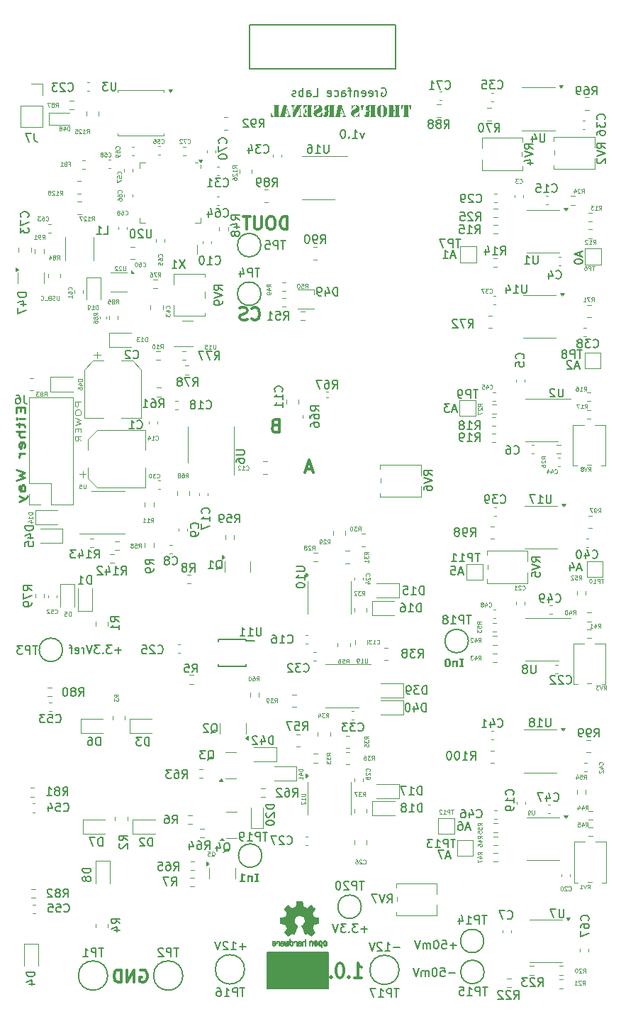
<source format=gbr>
%TF.GenerationSoftware,KiCad,Pcbnew,8.0.5*%
%TF.CreationDate,2025-01-19T15:26:33-08:00*%
%TF.ProjectId,main_board,6d61696e-5f62-46f6-9172-642e6b696361,1.0*%
%TF.SameCoordinates,Original*%
%TF.FileFunction,Legend,Bot*%
%TF.FilePolarity,Positive*%
%FSLAX46Y46*%
G04 Gerber Fmt 4.6, Leading zero omitted, Abs format (unit mm)*
G04 Created by KiCad (PCBNEW 8.0.5) date 2025-01-19 15:26:33*
%MOMM*%
%LPD*%
G01*
G04 APERTURE LIST*
%ADD10C,0.150000*%
%ADD11C,0.300000*%
%ADD12C,0.200000*%
%ADD13C,0.250000*%
%ADD14C,0.187500*%
%ADD15C,0.100000*%
%ADD16C,0.120000*%
%ADD17C,0.010000*%
G04 APERTURE END LIST*
D10*
X95560000Y-48790000D02*
X78060000Y-48790000D01*
X78060000Y-43590000D02*
X95560000Y-43590000D01*
X95560000Y-48790000D02*
X95560000Y-43565000D01*
X80212500Y-154250000D02*
X87487500Y-154250000D01*
X87487500Y-158550000D01*
X80212500Y-158550000D01*
X80212500Y-154250000D01*
G36*
X80212500Y-154250000D02*
G01*
X87487500Y-154250000D01*
X87487500Y-158550000D01*
X80212500Y-158550000D01*
X80212500Y-154250000D01*
G37*
X78060000Y-48790000D02*
X78060000Y-43590000D01*
D11*
X82575714Y-67968328D02*
X82575714Y-66468328D01*
X82575714Y-66468328D02*
X82218571Y-66468328D01*
X82218571Y-66468328D02*
X82004285Y-66539757D01*
X82004285Y-66539757D02*
X81861428Y-66682614D01*
X81861428Y-66682614D02*
X81789999Y-66825471D01*
X81789999Y-66825471D02*
X81718571Y-67111185D01*
X81718571Y-67111185D02*
X81718571Y-67325471D01*
X81718571Y-67325471D02*
X81789999Y-67611185D01*
X81789999Y-67611185D02*
X81861428Y-67754042D01*
X81861428Y-67754042D02*
X82004285Y-67896900D01*
X82004285Y-67896900D02*
X82218571Y-67968328D01*
X82218571Y-67968328D02*
X82575714Y-67968328D01*
X80789999Y-66468328D02*
X80504285Y-66468328D01*
X80504285Y-66468328D02*
X80361428Y-66539757D01*
X80361428Y-66539757D02*
X80218571Y-66682614D01*
X80218571Y-66682614D02*
X80147142Y-66968328D01*
X80147142Y-66968328D02*
X80147142Y-67468328D01*
X80147142Y-67468328D02*
X80218571Y-67754042D01*
X80218571Y-67754042D02*
X80361428Y-67896900D01*
X80361428Y-67896900D02*
X80504285Y-67968328D01*
X80504285Y-67968328D02*
X80789999Y-67968328D01*
X80789999Y-67968328D02*
X80932857Y-67896900D01*
X80932857Y-67896900D02*
X81075714Y-67754042D01*
X81075714Y-67754042D02*
X81147142Y-67468328D01*
X81147142Y-67468328D02*
X81147142Y-66968328D01*
X81147142Y-66968328D02*
X81075714Y-66682614D01*
X81075714Y-66682614D02*
X80932857Y-66539757D01*
X80932857Y-66539757D02*
X80789999Y-66468328D01*
X79504285Y-66468328D02*
X79504285Y-67682614D01*
X79504285Y-67682614D02*
X79432856Y-67825471D01*
X79432856Y-67825471D02*
X79361428Y-67896900D01*
X79361428Y-67896900D02*
X79218570Y-67968328D01*
X79218570Y-67968328D02*
X78932856Y-67968328D01*
X78932856Y-67968328D02*
X78789999Y-67896900D01*
X78789999Y-67896900D02*
X78718570Y-67825471D01*
X78718570Y-67825471D02*
X78647142Y-67682614D01*
X78647142Y-67682614D02*
X78647142Y-66468328D01*
X78147141Y-66468328D02*
X77289999Y-66468328D01*
X77718570Y-67968328D02*
X77718570Y-66468328D01*
X81135489Y-91345114D02*
X80921203Y-91416542D01*
X80921203Y-91416542D02*
X80849774Y-91487971D01*
X80849774Y-91487971D02*
X80778346Y-91630828D01*
X80778346Y-91630828D02*
X80778346Y-91845114D01*
X80778346Y-91845114D02*
X80849774Y-91987971D01*
X80849774Y-91987971D02*
X80921203Y-92059400D01*
X80921203Y-92059400D02*
X81064060Y-92130828D01*
X81064060Y-92130828D02*
X81635489Y-92130828D01*
X81635489Y-92130828D02*
X81635489Y-90630828D01*
X81635489Y-90630828D02*
X81135489Y-90630828D01*
X81135489Y-90630828D02*
X80992632Y-90702257D01*
X80992632Y-90702257D02*
X80921203Y-90773685D01*
X80921203Y-90773685D02*
X80849774Y-90916542D01*
X80849774Y-90916542D02*
X80849774Y-91059400D01*
X80849774Y-91059400D02*
X80921203Y-91202257D01*
X80921203Y-91202257D02*
X80992632Y-91273685D01*
X80992632Y-91273685D02*
X81135489Y-91345114D01*
X81135489Y-91345114D02*
X81635489Y-91345114D01*
D12*
X62770326Y-118186266D02*
X62008422Y-118186266D01*
X62389374Y-118567219D02*
X62389374Y-117805314D01*
X61627469Y-117567219D02*
X61008422Y-117567219D01*
X61008422Y-117567219D02*
X61341755Y-117948171D01*
X61341755Y-117948171D02*
X61198898Y-117948171D01*
X61198898Y-117948171D02*
X61103660Y-117995790D01*
X61103660Y-117995790D02*
X61056041Y-118043409D01*
X61056041Y-118043409D02*
X61008422Y-118138647D01*
X61008422Y-118138647D02*
X61008422Y-118376742D01*
X61008422Y-118376742D02*
X61056041Y-118471980D01*
X61056041Y-118471980D02*
X61103660Y-118519600D01*
X61103660Y-118519600D02*
X61198898Y-118567219D01*
X61198898Y-118567219D02*
X61484612Y-118567219D01*
X61484612Y-118567219D02*
X61579850Y-118519600D01*
X61579850Y-118519600D02*
X61627469Y-118471980D01*
X60579850Y-118471980D02*
X60532231Y-118519600D01*
X60532231Y-118519600D02*
X60579850Y-118567219D01*
X60579850Y-118567219D02*
X60627469Y-118519600D01*
X60627469Y-118519600D02*
X60579850Y-118471980D01*
X60579850Y-118471980D02*
X60579850Y-118567219D01*
X60198898Y-117567219D02*
X59579851Y-117567219D01*
X59579851Y-117567219D02*
X59913184Y-117948171D01*
X59913184Y-117948171D02*
X59770327Y-117948171D01*
X59770327Y-117948171D02*
X59675089Y-117995790D01*
X59675089Y-117995790D02*
X59627470Y-118043409D01*
X59627470Y-118043409D02*
X59579851Y-118138647D01*
X59579851Y-118138647D02*
X59579851Y-118376742D01*
X59579851Y-118376742D02*
X59627470Y-118471980D01*
X59627470Y-118471980D02*
X59675089Y-118519600D01*
X59675089Y-118519600D02*
X59770327Y-118567219D01*
X59770327Y-118567219D02*
X60056041Y-118567219D01*
X60056041Y-118567219D02*
X60151279Y-118519600D01*
X60151279Y-118519600D02*
X60198898Y-118471980D01*
X59294136Y-117567219D02*
X58960803Y-118567219D01*
X58960803Y-118567219D02*
X58627470Y-117567219D01*
X58294136Y-118567219D02*
X58294136Y-117900552D01*
X58294136Y-118091028D02*
X58246517Y-117995790D01*
X58246517Y-117995790D02*
X58198898Y-117948171D01*
X58198898Y-117948171D02*
X58103660Y-117900552D01*
X58103660Y-117900552D02*
X58008422Y-117900552D01*
X57294136Y-118519600D02*
X57389374Y-118567219D01*
X57389374Y-118567219D02*
X57579850Y-118567219D01*
X57579850Y-118567219D02*
X57675088Y-118519600D01*
X57675088Y-118519600D02*
X57722707Y-118424361D01*
X57722707Y-118424361D02*
X57722707Y-118043409D01*
X57722707Y-118043409D02*
X57675088Y-117948171D01*
X57675088Y-117948171D02*
X57579850Y-117900552D01*
X57579850Y-117900552D02*
X57389374Y-117900552D01*
X57389374Y-117900552D02*
X57294136Y-117948171D01*
X57294136Y-117948171D02*
X57246517Y-118043409D01*
X57246517Y-118043409D02*
X57246517Y-118138647D01*
X57246517Y-118138647D02*
X57722707Y-118233885D01*
X56960802Y-117900552D02*
X56579850Y-117900552D01*
X56817945Y-118567219D02*
X56817945Y-117710076D01*
X56817945Y-117710076D02*
X56770326Y-117614838D01*
X56770326Y-117614838D02*
X56675088Y-117567219D01*
X56675088Y-117567219D02*
X56579850Y-117567219D01*
G36*
X78674508Y-145820000D02*
G01*
X79225519Y-145820000D01*
X79225519Y-145648053D01*
X79078485Y-145648053D01*
X79078485Y-144975896D01*
X79225519Y-144975896D01*
X79225519Y-144803949D01*
X78674508Y-144803949D01*
X78674508Y-144975896D01*
X78821542Y-144975896D01*
X78821542Y-145648053D01*
X78674508Y-145648053D01*
X78674508Y-145820000D01*
G37*
G36*
X77799141Y-145820000D02*
G01*
X78040942Y-145820000D01*
X78040942Y-145436538D01*
X78042044Y-145387041D01*
X78044849Y-145343482D01*
X78052005Y-145294805D01*
X78058771Y-145274849D01*
X78093220Y-145238197D01*
X78094675Y-145237480D01*
X78143022Y-145226404D01*
X78157201Y-145226001D01*
X78205709Y-145233257D01*
X78217041Y-145236992D01*
X78262497Y-145259605D01*
X78281521Y-145272163D01*
X78281521Y-145820000D01*
X78521856Y-145820000D01*
X78521856Y-145054054D01*
X78281521Y-145054054D01*
X78281521Y-145129769D01*
X78241260Y-145097776D01*
X78198195Y-145068799D01*
X78166482Y-145051123D01*
X78118905Y-145032779D01*
X78067457Y-145023787D01*
X78042407Y-145022791D01*
X77993353Y-145026379D01*
X77943818Y-145039267D01*
X77896411Y-145064969D01*
X77861667Y-145097773D01*
X77834312Y-145139463D01*
X77814773Y-145189548D01*
X77804087Y-145240259D01*
X77799385Y-145297399D01*
X77799141Y-145314905D01*
X77799141Y-145820000D01*
G37*
G36*
X76908143Y-145820000D02*
G01*
X77584207Y-145820000D01*
X77584207Y-145648053D01*
X77368297Y-145648053D01*
X77368297Y-145116580D01*
X77584207Y-145116580D01*
X77584207Y-144944633D01*
X77534070Y-144942910D01*
X77490174Y-144938527D01*
X77441117Y-144928317D01*
X77415191Y-144918255D01*
X77375265Y-144888450D01*
X77363900Y-144873558D01*
X77345643Y-144826242D01*
X77342896Y-144803949D01*
X77118925Y-144803949D01*
X77118925Y-145648053D01*
X76908143Y-145648053D01*
X76908143Y-145820000D01*
G37*
X102620326Y-156706266D02*
X101858422Y-156706266D01*
X100906041Y-156087219D02*
X101382231Y-156087219D01*
X101382231Y-156087219D02*
X101429850Y-156563409D01*
X101429850Y-156563409D02*
X101382231Y-156515790D01*
X101382231Y-156515790D02*
X101286993Y-156468171D01*
X101286993Y-156468171D02*
X101048898Y-156468171D01*
X101048898Y-156468171D02*
X100953660Y-156515790D01*
X100953660Y-156515790D02*
X100906041Y-156563409D01*
X100906041Y-156563409D02*
X100858422Y-156658647D01*
X100858422Y-156658647D02*
X100858422Y-156896742D01*
X100858422Y-156896742D02*
X100906041Y-156991980D01*
X100906041Y-156991980D02*
X100953660Y-157039600D01*
X100953660Y-157039600D02*
X101048898Y-157087219D01*
X101048898Y-157087219D02*
X101286993Y-157087219D01*
X101286993Y-157087219D02*
X101382231Y-157039600D01*
X101382231Y-157039600D02*
X101429850Y-156991980D01*
X100239374Y-156087219D02*
X100144136Y-156087219D01*
X100144136Y-156087219D02*
X100048898Y-156134838D01*
X100048898Y-156134838D02*
X100001279Y-156182457D01*
X100001279Y-156182457D02*
X99953660Y-156277695D01*
X99953660Y-156277695D02*
X99906041Y-156468171D01*
X99906041Y-156468171D02*
X99906041Y-156706266D01*
X99906041Y-156706266D02*
X99953660Y-156896742D01*
X99953660Y-156896742D02*
X100001279Y-156991980D01*
X100001279Y-156991980D02*
X100048898Y-157039600D01*
X100048898Y-157039600D02*
X100144136Y-157087219D01*
X100144136Y-157087219D02*
X100239374Y-157087219D01*
X100239374Y-157087219D02*
X100334612Y-157039600D01*
X100334612Y-157039600D02*
X100382231Y-156991980D01*
X100382231Y-156991980D02*
X100429850Y-156896742D01*
X100429850Y-156896742D02*
X100477469Y-156706266D01*
X100477469Y-156706266D02*
X100477469Y-156468171D01*
X100477469Y-156468171D02*
X100429850Y-156277695D01*
X100429850Y-156277695D02*
X100382231Y-156182457D01*
X100382231Y-156182457D02*
X100334612Y-156134838D01*
X100334612Y-156134838D02*
X100239374Y-156087219D01*
X99477469Y-157087219D02*
X99477469Y-156420552D01*
X99477469Y-156515790D02*
X99429850Y-156468171D01*
X99429850Y-156468171D02*
X99334612Y-156420552D01*
X99334612Y-156420552D02*
X99191755Y-156420552D01*
X99191755Y-156420552D02*
X99096517Y-156468171D01*
X99096517Y-156468171D02*
X99048898Y-156563409D01*
X99048898Y-156563409D02*
X99048898Y-157087219D01*
X99048898Y-156563409D02*
X99001279Y-156468171D01*
X99001279Y-156468171D02*
X98906041Y-156420552D01*
X98906041Y-156420552D02*
X98763184Y-156420552D01*
X98763184Y-156420552D02*
X98667945Y-156468171D01*
X98667945Y-156468171D02*
X98620326Y-156563409D01*
X98620326Y-156563409D02*
X98620326Y-157087219D01*
X98286993Y-156087219D02*
X97953660Y-157087219D01*
X97953660Y-157087219D02*
X97620327Y-156087219D01*
X103537945Y-108891504D02*
X103061755Y-108891504D01*
X103633183Y-109177219D02*
X103299850Y-108177219D01*
X103299850Y-108177219D02*
X102966517Y-109177219D01*
X102156993Y-108177219D02*
X102633183Y-108177219D01*
X102633183Y-108177219D02*
X102680802Y-108653409D01*
X102680802Y-108653409D02*
X102633183Y-108605790D01*
X102633183Y-108605790D02*
X102537945Y-108558171D01*
X102537945Y-108558171D02*
X102299850Y-108558171D01*
X102299850Y-108558171D02*
X102204612Y-108605790D01*
X102204612Y-108605790D02*
X102156993Y-108653409D01*
X102156993Y-108653409D02*
X102109374Y-108748647D01*
X102109374Y-108748647D02*
X102109374Y-108986742D01*
X102109374Y-108986742D02*
X102156993Y-109081980D01*
X102156993Y-109081980D02*
X102204612Y-109129600D01*
X102204612Y-109129600D02*
X102299850Y-109177219D01*
X102299850Y-109177219D02*
X102537945Y-109177219D01*
X102537945Y-109177219D02*
X102633183Y-109129600D01*
X102633183Y-109129600D02*
X102680802Y-109081980D01*
X102797945Y-89471504D02*
X102321755Y-89471504D01*
X102893183Y-89757219D02*
X102559850Y-88757219D01*
X102559850Y-88757219D02*
X102226517Y-89757219D01*
X101988421Y-88757219D02*
X101369374Y-88757219D01*
X101369374Y-88757219D02*
X101702707Y-89138171D01*
X101702707Y-89138171D02*
X101559850Y-89138171D01*
X101559850Y-89138171D02*
X101464612Y-89185790D01*
X101464612Y-89185790D02*
X101416993Y-89233409D01*
X101416993Y-89233409D02*
X101369374Y-89328647D01*
X101369374Y-89328647D02*
X101369374Y-89566742D01*
X101369374Y-89566742D02*
X101416993Y-89661980D01*
X101416993Y-89661980D02*
X101464612Y-89709600D01*
X101464612Y-89709600D02*
X101559850Y-89757219D01*
X101559850Y-89757219D02*
X101845564Y-89757219D01*
X101845564Y-89757219D02*
X101940802Y-89709600D01*
X101940802Y-89709600D02*
X101988421Y-89661980D01*
D11*
X90599999Y-157292114D02*
X91457142Y-157292114D01*
X91028571Y-157292114D02*
X91028571Y-155492114D01*
X91028571Y-155492114D02*
X91171428Y-155749257D01*
X91171428Y-155749257D02*
X91314285Y-155920685D01*
X91314285Y-155920685D02*
X91457142Y-156006400D01*
X89957143Y-157120685D02*
X89885714Y-157206400D01*
X89885714Y-157206400D02*
X89957143Y-157292114D01*
X89957143Y-157292114D02*
X90028571Y-157206400D01*
X90028571Y-157206400D02*
X89957143Y-157120685D01*
X89957143Y-157120685D02*
X89957143Y-157292114D01*
X88957142Y-155492114D02*
X88814285Y-155492114D01*
X88814285Y-155492114D02*
X88671428Y-155577828D01*
X88671428Y-155577828D02*
X88600000Y-155663542D01*
X88600000Y-155663542D02*
X88528571Y-155834971D01*
X88528571Y-155834971D02*
X88457142Y-156177828D01*
X88457142Y-156177828D02*
X88457142Y-156606400D01*
X88457142Y-156606400D02*
X88528571Y-156949257D01*
X88528571Y-156949257D02*
X88600000Y-157120685D01*
X88600000Y-157120685D02*
X88671428Y-157206400D01*
X88671428Y-157206400D02*
X88814285Y-157292114D01*
X88814285Y-157292114D02*
X88957142Y-157292114D01*
X88957142Y-157292114D02*
X89100000Y-157206400D01*
X89100000Y-157206400D02*
X89171428Y-157120685D01*
X89171428Y-157120685D02*
X89242857Y-156949257D01*
X89242857Y-156949257D02*
X89314285Y-156606400D01*
X89314285Y-156606400D02*
X89314285Y-156177828D01*
X89314285Y-156177828D02*
X89242857Y-155834971D01*
X89242857Y-155834971D02*
X89171428Y-155663542D01*
X89171428Y-155663542D02*
X89100000Y-155577828D01*
X89100000Y-155577828D02*
X88957142Y-155492114D01*
X87814286Y-157120685D02*
X87742857Y-157206400D01*
X87742857Y-157206400D02*
X87814286Y-157292114D01*
X87814286Y-157292114D02*
X87885714Y-157206400D01*
X87885714Y-157206400D02*
X87814286Y-157120685D01*
X87814286Y-157120685D02*
X87814286Y-157292114D01*
D12*
X102810326Y-153416266D02*
X102048422Y-153416266D01*
X102429374Y-153797219D02*
X102429374Y-153035314D01*
X101096041Y-152797219D02*
X101572231Y-152797219D01*
X101572231Y-152797219D02*
X101619850Y-153273409D01*
X101619850Y-153273409D02*
X101572231Y-153225790D01*
X101572231Y-153225790D02*
X101476993Y-153178171D01*
X101476993Y-153178171D02*
X101238898Y-153178171D01*
X101238898Y-153178171D02*
X101143660Y-153225790D01*
X101143660Y-153225790D02*
X101096041Y-153273409D01*
X101096041Y-153273409D02*
X101048422Y-153368647D01*
X101048422Y-153368647D02*
X101048422Y-153606742D01*
X101048422Y-153606742D02*
X101096041Y-153701980D01*
X101096041Y-153701980D02*
X101143660Y-153749600D01*
X101143660Y-153749600D02*
X101238898Y-153797219D01*
X101238898Y-153797219D02*
X101476993Y-153797219D01*
X101476993Y-153797219D02*
X101572231Y-153749600D01*
X101572231Y-153749600D02*
X101619850Y-153701980D01*
X100429374Y-152797219D02*
X100334136Y-152797219D01*
X100334136Y-152797219D02*
X100238898Y-152844838D01*
X100238898Y-152844838D02*
X100191279Y-152892457D01*
X100191279Y-152892457D02*
X100143660Y-152987695D01*
X100143660Y-152987695D02*
X100096041Y-153178171D01*
X100096041Y-153178171D02*
X100096041Y-153416266D01*
X100096041Y-153416266D02*
X100143660Y-153606742D01*
X100143660Y-153606742D02*
X100191279Y-153701980D01*
X100191279Y-153701980D02*
X100238898Y-153749600D01*
X100238898Y-153749600D02*
X100334136Y-153797219D01*
X100334136Y-153797219D02*
X100429374Y-153797219D01*
X100429374Y-153797219D02*
X100524612Y-153749600D01*
X100524612Y-153749600D02*
X100572231Y-153701980D01*
X100572231Y-153701980D02*
X100619850Y-153606742D01*
X100619850Y-153606742D02*
X100667469Y-153416266D01*
X100667469Y-153416266D02*
X100667469Y-153178171D01*
X100667469Y-153178171D02*
X100619850Y-152987695D01*
X100619850Y-152987695D02*
X100572231Y-152892457D01*
X100572231Y-152892457D02*
X100524612Y-152844838D01*
X100524612Y-152844838D02*
X100429374Y-152797219D01*
X99667469Y-153797219D02*
X99667469Y-153130552D01*
X99667469Y-153225790D02*
X99619850Y-153178171D01*
X99619850Y-153178171D02*
X99524612Y-153130552D01*
X99524612Y-153130552D02*
X99381755Y-153130552D01*
X99381755Y-153130552D02*
X99286517Y-153178171D01*
X99286517Y-153178171D02*
X99238898Y-153273409D01*
X99238898Y-153273409D02*
X99238898Y-153797219D01*
X99238898Y-153273409D02*
X99191279Y-153178171D01*
X99191279Y-153178171D02*
X99096041Y-153130552D01*
X99096041Y-153130552D02*
X98953184Y-153130552D01*
X98953184Y-153130552D02*
X98857945Y-153178171D01*
X98857945Y-153178171D02*
X98810326Y-153273409D01*
X98810326Y-153273409D02*
X98810326Y-153797219D01*
X98476993Y-152797219D02*
X98143660Y-153797219D01*
X98143660Y-153797219D02*
X97810327Y-152797219D01*
X102067945Y-142761504D02*
X101591755Y-142761504D01*
X102163183Y-143047219D02*
X101829850Y-142047219D01*
X101829850Y-142047219D02*
X101496517Y-143047219D01*
X101258421Y-142047219D02*
X100591755Y-142047219D01*
X100591755Y-142047219D02*
X101020326Y-143047219D01*
D13*
X50725809Y-89178571D02*
X50725809Y-89678571D01*
X51249619Y-89892857D02*
X51249619Y-89178571D01*
X51249619Y-89178571D02*
X50249619Y-89178571D01*
X50249619Y-89178571D02*
X50249619Y-89892857D01*
X51249619Y-90535714D02*
X50582952Y-90535714D01*
X50249619Y-90535714D02*
X50297238Y-90464286D01*
X50297238Y-90464286D02*
X50344857Y-90535714D01*
X50344857Y-90535714D02*
X50297238Y-90607143D01*
X50297238Y-90607143D02*
X50249619Y-90535714D01*
X50249619Y-90535714D02*
X50344857Y-90535714D01*
X50582952Y-91035715D02*
X50582952Y-91607143D01*
X50249619Y-91250000D02*
X51106761Y-91250000D01*
X51106761Y-91250000D02*
X51202000Y-91321429D01*
X51202000Y-91321429D02*
X51249619Y-91464286D01*
X51249619Y-91464286D02*
X51249619Y-91607143D01*
X51249619Y-92107143D02*
X50249619Y-92107143D01*
X51249619Y-92750001D02*
X50725809Y-92750001D01*
X50725809Y-92750001D02*
X50630571Y-92678572D01*
X50630571Y-92678572D02*
X50582952Y-92535715D01*
X50582952Y-92535715D02*
X50582952Y-92321429D01*
X50582952Y-92321429D02*
X50630571Y-92178572D01*
X50630571Y-92178572D02*
X50678190Y-92107143D01*
X51202000Y-94035715D02*
X51249619Y-93892858D01*
X51249619Y-93892858D02*
X51249619Y-93607144D01*
X51249619Y-93607144D02*
X51202000Y-93464286D01*
X51202000Y-93464286D02*
X51106761Y-93392858D01*
X51106761Y-93392858D02*
X50725809Y-93392858D01*
X50725809Y-93392858D02*
X50630571Y-93464286D01*
X50630571Y-93464286D02*
X50582952Y-93607144D01*
X50582952Y-93607144D02*
X50582952Y-93892858D01*
X50582952Y-93892858D02*
X50630571Y-94035715D01*
X50630571Y-94035715D02*
X50725809Y-94107144D01*
X50725809Y-94107144D02*
X50821047Y-94107144D01*
X50821047Y-94107144D02*
X50916285Y-93392858D01*
X51249619Y-94750000D02*
X50582952Y-94750000D01*
X50773428Y-94750000D02*
X50678190Y-94821429D01*
X50678190Y-94821429D02*
X50630571Y-94892858D01*
X50630571Y-94892858D02*
X50582952Y-95035715D01*
X50582952Y-95035715D02*
X50582952Y-95178572D01*
X50249619Y-96678571D02*
X51249619Y-97035714D01*
X51249619Y-97035714D02*
X50535333Y-97321428D01*
X50535333Y-97321428D02*
X51249619Y-97607143D01*
X51249619Y-97607143D02*
X50249619Y-97964286D01*
X51249619Y-99178572D02*
X50725809Y-99178572D01*
X50725809Y-99178572D02*
X50630571Y-99107143D01*
X50630571Y-99107143D02*
X50582952Y-98964286D01*
X50582952Y-98964286D02*
X50582952Y-98678572D01*
X50582952Y-98678572D02*
X50630571Y-98535714D01*
X51202000Y-99178572D02*
X51249619Y-99035714D01*
X51249619Y-99035714D02*
X51249619Y-98678572D01*
X51249619Y-98678572D02*
X51202000Y-98535714D01*
X51202000Y-98535714D02*
X51106761Y-98464286D01*
X51106761Y-98464286D02*
X51011523Y-98464286D01*
X51011523Y-98464286D02*
X50916285Y-98535714D01*
X50916285Y-98535714D02*
X50868666Y-98678572D01*
X50868666Y-98678572D02*
X50868666Y-99035714D01*
X50868666Y-99035714D02*
X50821047Y-99178572D01*
X50582952Y-99750000D02*
X51249619Y-100107143D01*
X50582952Y-100464286D02*
X51249619Y-100107143D01*
X51249619Y-100107143D02*
X51487714Y-99964286D01*
X51487714Y-99964286D02*
X51535333Y-99892857D01*
X51535333Y-99892857D02*
X51582952Y-99750000D01*
D14*
G36*
X96565638Y-53135661D02*
G01*
X96565638Y-54348693D01*
X96550251Y-54405846D01*
X96534863Y-54418668D01*
X96487602Y-54431491D01*
X96438143Y-54487545D01*
X96464888Y-54530409D01*
X96530833Y-54542500D01*
X96564905Y-54542500D01*
X97024326Y-54542500D01*
X97058398Y-54542500D01*
X97126908Y-54528944D01*
X97149989Y-54487545D01*
X97100530Y-54431491D01*
X97053269Y-54418668D01*
X97038614Y-54405846D01*
X97023227Y-54348693D01*
X97023227Y-53135661D01*
X96565638Y-53135661D01*
G37*
G36*
X96209166Y-53135661D02*
G01*
X96209166Y-53563941D01*
X96226385Y-53610469D01*
X96269982Y-53628054D01*
X96312847Y-53611202D01*
X96334829Y-53563941D01*
X96345087Y-53500926D01*
X96362603Y-53427169D01*
X96392015Y-53357204D01*
X96405170Y-53334596D01*
X96455227Y-53280401D01*
X96480275Y-53263522D01*
X96480275Y-53135661D01*
X96209166Y-53135661D01*
G37*
G36*
X97377868Y-53135661D02*
G01*
X97106758Y-53135661D01*
X97106758Y-53263522D01*
X97165109Y-53311496D01*
X97181863Y-53334596D01*
X97215182Y-53401054D01*
X97236326Y-53471556D01*
X97241946Y-53500926D01*
X97252205Y-53563941D01*
X97274553Y-53611202D01*
X97317051Y-53628054D01*
X97361015Y-53610469D01*
X97377868Y-53563941D01*
X97377868Y-53135661D01*
G37*
G36*
X95418185Y-53768738D02*
G01*
X95250024Y-53768738D01*
X95250024Y-53328002D01*
X95278218Y-53259082D01*
X95280066Y-53258393D01*
X95313039Y-53247768D01*
X95352240Y-53190615D01*
X95299293Y-53137002D01*
X95277868Y-53135661D01*
X95251123Y-53135661D01*
X94792435Y-53135661D01*
X94764591Y-53135661D01*
X94695168Y-53161635D01*
X94687655Y-53190615D01*
X94728688Y-53247768D01*
X94768621Y-53262056D01*
X94779979Y-53274146D01*
X94792435Y-53328002D01*
X94792435Y-54347227D01*
X94765387Y-54415835D01*
X94761660Y-54417569D01*
X94728688Y-54429293D01*
X94687655Y-54486812D01*
X94738445Y-54540542D01*
X94764591Y-54542500D01*
X94792435Y-54542500D01*
X95251123Y-54542500D01*
X95280066Y-54542500D01*
X95347729Y-54511175D01*
X95352240Y-54486812D01*
X95313039Y-54429293D01*
X95280066Y-54417569D01*
X95250024Y-54347227D01*
X95250024Y-53862527D01*
X95418185Y-53862527D01*
X95418185Y-53768738D01*
G37*
G36*
X95504647Y-54542500D02*
G01*
X95964068Y-54542500D01*
X95990812Y-54542500D01*
X96047965Y-54528944D01*
X96068115Y-54489377D01*
X96026716Y-54434422D01*
X95987515Y-54420500D01*
X95975425Y-54408777D01*
X95962969Y-54356753D01*
X95962969Y-53328002D01*
X95975425Y-53274146D01*
X95987515Y-53262056D01*
X96026716Y-53247768D01*
X96068115Y-53190615D01*
X96047965Y-53149949D01*
X95990812Y-53135661D01*
X95964068Y-53135661D01*
X95504647Y-53135661D01*
X95477903Y-53135661D01*
X95409209Y-53166573D01*
X95404630Y-53190615D01*
X95443831Y-53247768D01*
X95475704Y-53258393D01*
X95505746Y-53328002D01*
X95505746Y-54356753D01*
X95475704Y-54424164D01*
X95443831Y-54434422D01*
X95404630Y-54489377D01*
X95456794Y-54541203D01*
X95477903Y-54542500D01*
X95504647Y-54542500D01*
G37*
G36*
X93963719Y-53221390D02*
G01*
X94027144Y-53259431D01*
X94038091Y-53273047D01*
X94058946Y-53346349D01*
X94059706Y-53369035D01*
X94059706Y-54287144D01*
X94053478Y-54363897D01*
X94034794Y-54413906D01*
X93973121Y-54455242D01*
X93963719Y-54457869D01*
X93963719Y-54571076D01*
X94046846Y-54559329D01*
X94124770Y-54538103D01*
X94197491Y-54507397D01*
X94265008Y-54467212D01*
X94327321Y-54417546D01*
X94346936Y-54398885D01*
X94404880Y-54332519D01*
X94453003Y-54258443D01*
X94491305Y-54176657D01*
X94514875Y-54105676D01*
X94532160Y-54029762D01*
X94543159Y-53948912D01*
X94547874Y-53863129D01*
X94548070Y-53840912D01*
X94545528Y-53764038D01*
X94537902Y-53690495D01*
X94522961Y-53610525D01*
X94501380Y-53534905D01*
X94494947Y-53516680D01*
X94465203Y-53447047D01*
X94429093Y-53382865D01*
X94380861Y-53317174D01*
X94337777Y-53270849D01*
X94281900Y-53222076D01*
X94217586Y-53178842D01*
X94167051Y-53153246D01*
X94095353Y-53127967D01*
X94018193Y-53112580D01*
X93963719Y-53107817D01*
X93963719Y-53221390D01*
G37*
G36*
X93879089Y-53221390D02*
G01*
X93879089Y-53107817D01*
X93804813Y-53115499D01*
X93729019Y-53133359D01*
X93675757Y-53153246D01*
X93608369Y-53188675D01*
X93544690Y-53234510D01*
X93504298Y-53270849D01*
X93443716Y-53338863D01*
X93393401Y-53414676D01*
X93360543Y-53480942D01*
X93334256Y-53552200D01*
X93314542Y-53628449D01*
X93301398Y-53709691D01*
X93294827Y-53795924D01*
X93294005Y-53840912D01*
X93297142Y-53927929D01*
X93306553Y-54010012D01*
X93322238Y-54087160D01*
X93344197Y-54159374D01*
X93380468Y-54242702D01*
X93426543Y-54318320D01*
X93482421Y-54386228D01*
X93494773Y-54398885D01*
X93555390Y-54452045D01*
X93621289Y-54495571D01*
X93692468Y-54529462D01*
X93768928Y-54553719D01*
X93850668Y-54568342D01*
X93879089Y-54571076D01*
X93879089Y-54457869D01*
X93837690Y-54442116D01*
X93810212Y-54413906D01*
X93785659Y-54340470D01*
X93782369Y-54287144D01*
X93782369Y-53369035D01*
X93793773Y-53295762D01*
X93801053Y-53280375D01*
X93830362Y-53245936D01*
X93879089Y-53221390D01*
G37*
G36*
X92611102Y-53135661D02*
G01*
X92611102Y-54348693D01*
X92595715Y-54405846D01*
X92580327Y-54418668D01*
X92532700Y-54431491D01*
X92483241Y-54487545D01*
X92509986Y-54530409D01*
X92574832Y-54542500D01*
X92610003Y-54542500D01*
X93069424Y-54542500D01*
X93096168Y-54542500D01*
X93153321Y-54528944D01*
X93173471Y-54489377D01*
X93132072Y-54434422D01*
X93092871Y-54420500D01*
X93080781Y-54408777D01*
X93068325Y-54356753D01*
X93068325Y-53328002D01*
X93080781Y-53274146D01*
X93092871Y-53262056D01*
X93132072Y-53247768D01*
X93173471Y-53190615D01*
X93153321Y-53149949D01*
X93096168Y-53135661D01*
X93069424Y-53135661D01*
X92611102Y-53135661D01*
G37*
G36*
X92294563Y-53859230D02*
G01*
X92219951Y-53872363D01*
X92148750Y-53891104D01*
X92080656Y-53922291D01*
X92056793Y-53937998D01*
X92003281Y-53992266D01*
X91990481Y-54013469D01*
X91968156Y-54085293D01*
X91967034Y-54106526D01*
X91967034Y-54317552D01*
X91945418Y-54354921D01*
X91931496Y-54349426D01*
X91915376Y-54327444D01*
X91862986Y-54284579D01*
X91827815Y-54303264D01*
X91810230Y-54340633D01*
X91835204Y-54410502D01*
X91840638Y-54419035D01*
X91889549Y-54477832D01*
X91916475Y-54501467D01*
X91980825Y-54540941D01*
X92008066Y-54550926D01*
X92080555Y-54564172D01*
X92124570Y-54565947D01*
X92203882Y-54558541D01*
X92277572Y-54533286D01*
X92337062Y-54490109D01*
X92380447Y-54430663D01*
X92405824Y-54357103D01*
X92413265Y-54277984D01*
X92413265Y-54106526D01*
X92414364Y-54040214D01*
X92441837Y-53971372D01*
X92443307Y-53969506D01*
X92508702Y-53931106D01*
X92528670Y-53927740D01*
X92528670Y-53818564D01*
X92457389Y-53796095D01*
X92449169Y-53789987D01*
X92420959Y-53748222D01*
X92413265Y-53678613D01*
X92413265Y-53397245D01*
X92425214Y-53323666D01*
X92438545Y-53300525D01*
X92502864Y-53258772D01*
X92529769Y-53249966D01*
X92529769Y-53135661D01*
X92503025Y-53135661D01*
X92428422Y-53136656D01*
X92350525Y-53140401D01*
X92308119Y-53144087D01*
X92229038Y-53158519D01*
X92156018Y-53186198D01*
X92094895Y-53222855D01*
X92035750Y-53276345D01*
X91993504Y-53340092D01*
X91968156Y-53414098D01*
X91959838Y-53487267D01*
X91959706Y-53498361D01*
X91966864Y-53576620D01*
X91991608Y-53653786D01*
X92034026Y-53720647D01*
X92050198Y-53738696D01*
X92108980Y-53786175D01*
X92139591Y-53803176D01*
X92208691Y-53831404D01*
X92281765Y-53855362D01*
X92294563Y-53859230D01*
G37*
G36*
X91453757Y-53698396D02*
G01*
X91652693Y-53698396D01*
X91703251Y-53135661D01*
X91403199Y-53135661D01*
X91453757Y-53698396D01*
G37*
G36*
X90759863Y-53107817D02*
G01*
X90759863Y-53228351D01*
X90827813Y-53257774D01*
X90857316Y-53282573D01*
X90889060Y-53349754D01*
X90890655Y-53372332D01*
X90873661Y-53445220D01*
X90862812Y-53462824D01*
X90808076Y-53513986D01*
X90772320Y-53536097D01*
X90701520Y-53570718D01*
X90629642Y-53603333D01*
X90576315Y-53626955D01*
X90507897Y-53658192D01*
X90442616Y-53693317D01*
X90432700Y-53699495D01*
X90371191Y-53746092D01*
X90336346Y-53780095D01*
X90288952Y-53838349D01*
X90249041Y-53910591D01*
X90224335Y-53988879D01*
X90215189Y-54062339D01*
X90214713Y-54084178D01*
X90221153Y-54164885D01*
X90240473Y-54241228D01*
X90272673Y-54313206D01*
X90280659Y-54327077D01*
X90326705Y-54391348D01*
X90382411Y-54446317D01*
X90447777Y-54491984D01*
X90462009Y-54500001D01*
X90531103Y-54531106D01*
X90597564Y-54552025D01*
X90673014Y-54566890D01*
X90734951Y-54571076D01*
X90734951Y-54453473D01*
X90661830Y-54429505D01*
X90605624Y-54393389D01*
X90569921Y-54327177D01*
X90566057Y-54288609D01*
X90585647Y-54216043D01*
X90627972Y-54166976D01*
X90692559Y-54126122D01*
X90763425Y-54091681D01*
X90784410Y-54082346D01*
X90855837Y-54050654D01*
X90925371Y-54018761D01*
X90958066Y-54002845D01*
X91023585Y-53964449D01*
X91048192Y-53947158D01*
X91114056Y-53892130D01*
X91166293Y-53830637D01*
X91204903Y-53762677D01*
X91229886Y-53688253D01*
X91241242Y-53607362D01*
X91241999Y-53578961D01*
X91236284Y-53500274D01*
X91219141Y-53425916D01*
X91193639Y-53362074D01*
X91155846Y-53298153D01*
X91104248Y-53238887D01*
X91058450Y-53201606D01*
X90994588Y-53164008D01*
X90923537Y-53135844D01*
X90845295Y-53117114D01*
X90770936Y-53108463D01*
X90759863Y-53107817D01*
G37*
G36*
X90678531Y-53228351D02*
G01*
X90678531Y-53112946D01*
X90604524Y-53124419D01*
X90571552Y-53133829D01*
X90504173Y-53162951D01*
X90442592Y-53195378D01*
X90408520Y-53206003D01*
X90379577Y-53191714D01*
X90356863Y-53159841D01*
X90316563Y-53135661D01*
X90275896Y-53152147D01*
X90263073Y-53203438D01*
X90263073Y-53550751D01*
X90280293Y-53606439D01*
X90323890Y-53628054D01*
X90361992Y-53614132D01*
X90377013Y-53593250D01*
X90387637Y-53551851D01*
X90409644Y-53481345D01*
X90426838Y-53443407D01*
X90465364Y-53378062D01*
X90492051Y-53343389D01*
X90547476Y-53290456D01*
X90611991Y-53251549D01*
X90678531Y-53228351D01*
G37*
G36*
X90813353Y-54453473D02*
G01*
X90813353Y-54571076D01*
X90890700Y-54561890D01*
X90962244Y-54539393D01*
X90999832Y-54523082D01*
X91052588Y-54500734D01*
X91080066Y-54495605D01*
X91111207Y-54500734D01*
X91144180Y-54525647D01*
X91184113Y-54542500D01*
X91239964Y-54493886D01*
X91241999Y-54468860D01*
X91241999Y-54097367D01*
X91225512Y-54048274D01*
X91184113Y-54026659D01*
X91148942Y-54039848D01*
X91126594Y-54088208D01*
X91101760Y-54163041D01*
X91068932Y-54233666D01*
X91058084Y-54253072D01*
X91016029Y-54315583D01*
X90964434Y-54372598D01*
X90953304Y-54382765D01*
X90892446Y-54425854D01*
X90823216Y-54451394D01*
X90813353Y-54453473D01*
G37*
G36*
X89121849Y-53135661D02*
G01*
X88706392Y-53135661D01*
X88419895Y-54346495D01*
X88401577Y-54403281D01*
X88360177Y-54435155D01*
X88323175Y-54457869D01*
X88312916Y-54489010D01*
X88365883Y-54540619D01*
X88393150Y-54542500D01*
X88907526Y-54542500D01*
X88956985Y-54527479D01*
X88975303Y-54486812D01*
X88967243Y-54455305D01*
X88929874Y-54429293D01*
X88901297Y-54406212D01*
X88892871Y-54374338D01*
X88895802Y-54343197D01*
X88929141Y-54190790D01*
X89216371Y-54190790D01*
X89188527Y-54073553D01*
X88957718Y-54073553D01*
X89147494Y-53239342D01*
X89121849Y-53135661D01*
G37*
G36*
X89192923Y-53404206D02*
G01*
X89140167Y-53618895D01*
X89322616Y-54279084D01*
X89330676Y-54332206D01*
X89304485Y-54400735D01*
X89269860Y-54424164D01*
X89233956Y-54440284D01*
X89199884Y-54491575D01*
X89257667Y-54541704D01*
X89275355Y-54542500D01*
X89536939Y-54542500D01*
X89597390Y-54526746D01*
X89619371Y-54483148D01*
X89573942Y-54434056D01*
X89511660Y-54400717D01*
X89473192Y-54360050D01*
X89439623Y-54293084D01*
X89425565Y-54248309D01*
X89192923Y-53404206D01*
G37*
G36*
X87672512Y-53135661D02*
G01*
X87672512Y-54348693D01*
X87657124Y-54405846D01*
X87641737Y-54418668D01*
X87594110Y-54431491D01*
X87544651Y-54487545D01*
X87571395Y-54530409D01*
X87636242Y-54542500D01*
X87671413Y-54542500D01*
X88130833Y-54542500D01*
X88157578Y-54542500D01*
X88214731Y-54528944D01*
X88234881Y-54489377D01*
X88193482Y-54434422D01*
X88154281Y-54420500D01*
X88142191Y-54408777D01*
X88129734Y-54356753D01*
X88129734Y-53328002D01*
X88142191Y-53274146D01*
X88154281Y-53262056D01*
X88193482Y-53247768D01*
X88234881Y-53190615D01*
X88214731Y-53149949D01*
X88157578Y-53135661D01*
X88130833Y-53135661D01*
X87672512Y-53135661D01*
G37*
G36*
X87355973Y-53859230D02*
G01*
X87281361Y-53872363D01*
X87210160Y-53891104D01*
X87142066Y-53922291D01*
X87118203Y-53937998D01*
X87064690Y-53992266D01*
X87051891Y-54013469D01*
X87029565Y-54085293D01*
X87028443Y-54106526D01*
X87028443Y-54317552D01*
X87006828Y-54354921D01*
X86992906Y-54349426D01*
X86976786Y-54327444D01*
X86924396Y-54284579D01*
X86889225Y-54303264D01*
X86871639Y-54340633D01*
X86896613Y-54410502D01*
X86902048Y-54419035D01*
X86950959Y-54477832D01*
X86977885Y-54501467D01*
X87042235Y-54540941D01*
X87069476Y-54550926D01*
X87141965Y-54564172D01*
X87185980Y-54565947D01*
X87265292Y-54558541D01*
X87338981Y-54533286D01*
X87398471Y-54490109D01*
X87441857Y-54430663D01*
X87467233Y-54357103D01*
X87474675Y-54277984D01*
X87474675Y-54106526D01*
X87475774Y-54040214D01*
X87503247Y-53971372D01*
X87504717Y-53969506D01*
X87570111Y-53931106D01*
X87590080Y-53927740D01*
X87590080Y-53818564D01*
X87518799Y-53796095D01*
X87510579Y-53789987D01*
X87482369Y-53748222D01*
X87474675Y-53678613D01*
X87474675Y-53397245D01*
X87486623Y-53323666D01*
X87499954Y-53300525D01*
X87564274Y-53258772D01*
X87591179Y-53249966D01*
X87591179Y-53135661D01*
X87564434Y-53135661D01*
X87489832Y-53136656D01*
X87411935Y-53140401D01*
X87369528Y-53144087D01*
X87290447Y-53158519D01*
X87217427Y-53186198D01*
X87156304Y-53222855D01*
X87097160Y-53276345D01*
X87054913Y-53340092D01*
X87029565Y-53414098D01*
X87021248Y-53487267D01*
X87021116Y-53498361D01*
X87028274Y-53576620D01*
X87053018Y-53653786D01*
X87095436Y-53720647D01*
X87111608Y-53738696D01*
X87170389Y-53786175D01*
X87201001Y-53803176D01*
X87270101Y-53831404D01*
X87343175Y-53855362D01*
X87355973Y-53859230D01*
G37*
G36*
X86291685Y-53107817D02*
G01*
X86291685Y-53228351D01*
X86359634Y-53257774D01*
X86389138Y-53282573D01*
X86420881Y-53349754D01*
X86422477Y-53372332D01*
X86405482Y-53445220D01*
X86394633Y-53462824D01*
X86339897Y-53513986D01*
X86304141Y-53536097D01*
X86233341Y-53570718D01*
X86161464Y-53603333D01*
X86108136Y-53626955D01*
X86039718Y-53658192D01*
X85974437Y-53693317D01*
X85964521Y-53699495D01*
X85903012Y-53746092D01*
X85868168Y-53780095D01*
X85820774Y-53838349D01*
X85780863Y-53910591D01*
X85756156Y-53988879D01*
X85747010Y-54062339D01*
X85746535Y-54084178D01*
X85752975Y-54164885D01*
X85772295Y-54241228D01*
X85804495Y-54313206D01*
X85812480Y-54327077D01*
X85858526Y-54391348D01*
X85914232Y-54446317D01*
X85979598Y-54491984D01*
X85993831Y-54500001D01*
X86062925Y-54531106D01*
X86129385Y-54552025D01*
X86204835Y-54566890D01*
X86266772Y-54571076D01*
X86266772Y-54453473D01*
X86193651Y-54429505D01*
X86137445Y-54393389D01*
X86101742Y-54327177D01*
X86097878Y-54288609D01*
X86117469Y-54216043D01*
X86159794Y-54166976D01*
X86224381Y-54126122D01*
X86295246Y-54091681D01*
X86316231Y-54082346D01*
X86387658Y-54050654D01*
X86457192Y-54018761D01*
X86489888Y-54002845D01*
X86555406Y-53964449D01*
X86580013Y-53947158D01*
X86645877Y-53892130D01*
X86698114Y-53830637D01*
X86736724Y-53762677D01*
X86761707Y-53688253D01*
X86773063Y-53607362D01*
X86773820Y-53578961D01*
X86768106Y-53500274D01*
X86750962Y-53425916D01*
X86725460Y-53362074D01*
X86687667Y-53298153D01*
X86636070Y-53238887D01*
X86590272Y-53201606D01*
X86526410Y-53164008D01*
X86455358Y-53135844D01*
X86377116Y-53117114D01*
X86302757Y-53108463D01*
X86291685Y-53107817D01*
G37*
G36*
X86210352Y-53228351D02*
G01*
X86210352Y-53112946D01*
X86136346Y-53124419D01*
X86103374Y-53133829D01*
X86035994Y-53162951D01*
X85974413Y-53195378D01*
X85940341Y-53206003D01*
X85911399Y-53191714D01*
X85888684Y-53159841D01*
X85848384Y-53135661D01*
X85807718Y-53152147D01*
X85794895Y-53203438D01*
X85794895Y-53550751D01*
X85812114Y-53606439D01*
X85855711Y-53628054D01*
X85893813Y-53614132D01*
X85908834Y-53593250D01*
X85919459Y-53551851D01*
X85941465Y-53481345D01*
X85958660Y-53443407D01*
X85997185Y-53378062D01*
X86023872Y-53343389D01*
X86079297Y-53290456D01*
X86143812Y-53251549D01*
X86210352Y-53228351D01*
G37*
G36*
X86345174Y-54453473D02*
G01*
X86345174Y-54571076D01*
X86422521Y-54561890D01*
X86494065Y-54539393D01*
X86531653Y-54523082D01*
X86584410Y-54500734D01*
X86611887Y-54495605D01*
X86643028Y-54500734D01*
X86676001Y-54525647D01*
X86715935Y-54542500D01*
X86771785Y-54493886D01*
X86773820Y-54468860D01*
X86773820Y-54097367D01*
X86757334Y-54048274D01*
X86715935Y-54026659D01*
X86680764Y-54039848D01*
X86658415Y-54088208D01*
X86633581Y-54163041D01*
X86600753Y-54233666D01*
X86589905Y-54253072D01*
X86547851Y-54315583D01*
X86496256Y-54372598D01*
X86485125Y-54382765D01*
X86424267Y-54425854D01*
X86355037Y-54451394D01*
X86345174Y-54453473D01*
G37*
G36*
X85028827Y-53135661D02*
G01*
X85028827Y-54542500D01*
X85487149Y-54542500D01*
X85513893Y-54542500D01*
X85571046Y-54528944D01*
X85591196Y-54489377D01*
X85549797Y-54434422D01*
X85510596Y-54420500D01*
X85498506Y-54408777D01*
X85486050Y-54356753D01*
X85486050Y-53328002D01*
X85498506Y-53274146D01*
X85510596Y-53262056D01*
X85549797Y-53247768D01*
X85591196Y-53190615D01*
X85571046Y-53149949D01*
X85513893Y-53135661D01*
X85487149Y-53135661D01*
X85028827Y-53135661D01*
G37*
G36*
X84936870Y-53135661D02*
G01*
X84521779Y-53135661D01*
X84521779Y-53510085D01*
X84534235Y-53546355D01*
X84573436Y-53557712D01*
X84606409Y-53548553D01*
X84625826Y-53511184D01*
X84657106Y-53437416D01*
X84701104Y-53371951D01*
X84740865Y-53333131D01*
X84803805Y-53293924D01*
X84879419Y-53268628D01*
X84936870Y-53259492D01*
X84936870Y-53135661D01*
G37*
G36*
X84941999Y-53891837D02*
G01*
X84941999Y-53773501D01*
X84879517Y-53732571D01*
X84853705Y-53706090D01*
X84820049Y-53640934D01*
X84811207Y-53608637D01*
X84789958Y-53550385D01*
X84751489Y-53534265D01*
X84706427Y-53565406D01*
X84699099Y-53638679D01*
X84699099Y-54027391D01*
X84710090Y-54100298D01*
X84749658Y-54120448D01*
X84786660Y-54105793D01*
X84808276Y-54055968D01*
X84832812Y-53984432D01*
X84858468Y-53943860D01*
X84917544Y-53899897D01*
X84941999Y-53891837D01*
G37*
G36*
X84936137Y-54542500D02*
G01*
X84936137Y-54429659D01*
X84861490Y-54413545D01*
X84825495Y-54400717D01*
X84762108Y-54363300D01*
X84737201Y-54343197D01*
X84684906Y-54288761D01*
X84666859Y-54263330D01*
X84633342Y-54197956D01*
X84616667Y-54154520D01*
X84593220Y-54109091D01*
X84559148Y-54097001D01*
X84518848Y-54114220D01*
X84507491Y-54174303D01*
X84507491Y-54542500D01*
X84936137Y-54542500D01*
G37*
G36*
X83775495Y-53135661D02*
G01*
X83227414Y-54092238D01*
X83227414Y-54542500D01*
X83508782Y-54542500D01*
X84208538Y-53336795D01*
X84245540Y-53282206D01*
X84282543Y-53259492D01*
X84321744Y-53244837D01*
X84346657Y-53226519D01*
X84355816Y-53196477D01*
X84346657Y-53164237D01*
X84321744Y-53142988D01*
X84245248Y-53135775D01*
X84226856Y-53135661D01*
X83775495Y-53135661D01*
G37*
G36*
X84207438Y-53506788D02*
G01*
X84098262Y-53686673D01*
X84098262Y-54234021D01*
X84089737Y-54309945D01*
X84074082Y-54351624D01*
X84024560Y-54409127D01*
X83997145Y-54427095D01*
X83966371Y-54444314D01*
X83939626Y-54490476D01*
X83959043Y-54529310D01*
X84027187Y-54542500D01*
X84264958Y-54542500D01*
X84338139Y-54527507D01*
X84358747Y-54489377D01*
X84349221Y-54460434D01*
X84306357Y-54431125D01*
X84250039Y-54383371D01*
X84217098Y-54314664D01*
X84207438Y-54234021D01*
X84207438Y-53506788D01*
G37*
G36*
X83227414Y-53928839D02*
G01*
X83336591Y-53745657D01*
X83336591Y-53461359D01*
X83342145Y-53387417D01*
X83361870Y-53325804D01*
X83411773Y-53269454D01*
X83451263Y-53244471D01*
X83481304Y-53221756D01*
X83489364Y-53190615D01*
X83471413Y-53148850D01*
X83412794Y-53135661D01*
X83155240Y-53135661D01*
X83086364Y-53152513D01*
X83068778Y-53192814D01*
X83078670Y-53226153D01*
X83125565Y-53256195D01*
X83183353Y-53303936D01*
X83207997Y-53344122D01*
X83225518Y-53418110D01*
X83227414Y-53461359D01*
X83227414Y-53928839D01*
G37*
G36*
X82536085Y-53135661D02*
G01*
X82120628Y-53135661D01*
X81834131Y-54346495D01*
X81815812Y-54403281D01*
X81774413Y-54435155D01*
X81737411Y-54457869D01*
X81727152Y-54489010D01*
X81780119Y-54540619D01*
X81807386Y-54542500D01*
X82321762Y-54542500D01*
X82371221Y-54527479D01*
X82389539Y-54486812D01*
X82381479Y-54455305D01*
X82344110Y-54429293D01*
X82315533Y-54406212D01*
X82307107Y-54374338D01*
X82310038Y-54343197D01*
X82343377Y-54190790D01*
X82630607Y-54190790D01*
X82602763Y-54073553D01*
X82371953Y-54073553D01*
X82561730Y-53239342D01*
X82536085Y-53135661D01*
G37*
G36*
X82607159Y-53404206D02*
G01*
X82554403Y-53618895D01*
X82736852Y-54279084D01*
X82744912Y-54332206D01*
X82718721Y-54400735D01*
X82684096Y-54424164D01*
X82648192Y-54440284D01*
X82614120Y-54491575D01*
X82671903Y-54541704D01*
X82689591Y-54542500D01*
X82951175Y-54542500D01*
X83011625Y-54526746D01*
X83033607Y-54483148D01*
X82988178Y-54434056D01*
X82925896Y-54400717D01*
X82887428Y-54360050D01*
X82853858Y-54293084D01*
X82839801Y-54248309D01*
X82607159Y-53404206D01*
G37*
G36*
X81086748Y-54542500D02*
G01*
X81545069Y-54542500D01*
X81571814Y-54542500D01*
X81628967Y-54528944D01*
X81649117Y-54489377D01*
X81607718Y-54434422D01*
X81568517Y-54420500D01*
X81556427Y-54408777D01*
X81543970Y-54356753D01*
X81543970Y-53328002D01*
X81556427Y-53274146D01*
X81568517Y-53262056D01*
X81607718Y-53247768D01*
X81649117Y-53190615D01*
X81628967Y-53149949D01*
X81571814Y-53135661D01*
X81545069Y-53135661D01*
X81085648Y-53135661D01*
X81050478Y-53135661D01*
X80985631Y-53148483D01*
X80958886Y-53192814D01*
X81005303Y-53249955D01*
X81008346Y-53250699D01*
X81055973Y-53263522D01*
X81071360Y-53276345D01*
X81086748Y-53335329D01*
X81086748Y-54542500D01*
G37*
G36*
X81003217Y-54542500D02*
G01*
X81003217Y-54425996D01*
X80931008Y-54407924D01*
X80923349Y-54405113D01*
X80867295Y-54372140D01*
X80816119Y-54319075D01*
X80788161Y-54277618D01*
X80753449Y-54209668D01*
X80729176Y-54143529D01*
X80703181Y-54074991D01*
X80698768Y-54068424D01*
X80658101Y-54050106D01*
X80615969Y-54073920D01*
X80609741Y-54119715D01*
X80609741Y-54542500D01*
X81003217Y-54542500D01*
G37*
D12*
X102627945Y-71111504D02*
X102151755Y-71111504D01*
X102723183Y-71397219D02*
X102389850Y-70397219D01*
X102389850Y-70397219D02*
X102056517Y-71397219D01*
X101199374Y-71397219D02*
X101770802Y-71397219D01*
X101485088Y-71397219D02*
X101485088Y-70397219D01*
X101485088Y-70397219D02*
X101580326Y-70540076D01*
X101580326Y-70540076D02*
X101675564Y-70635314D01*
X101675564Y-70635314D02*
X101770802Y-70682933D01*
X117717945Y-108421504D02*
X117241755Y-108421504D01*
X117813183Y-108707219D02*
X117479850Y-107707219D01*
X117479850Y-107707219D02*
X117146517Y-108707219D01*
X116384612Y-108040552D02*
X116384612Y-108707219D01*
X116622707Y-107659600D02*
X116860802Y-108373885D01*
X116860802Y-108373885D02*
X116241755Y-108373885D01*
X117427945Y-84311504D02*
X116951755Y-84311504D01*
X117523183Y-84597219D02*
X117189850Y-83597219D01*
X117189850Y-83597219D02*
X116856517Y-84597219D01*
X116570802Y-83692457D02*
X116523183Y-83644838D01*
X116523183Y-83644838D02*
X116427945Y-83597219D01*
X116427945Y-83597219D02*
X116189850Y-83597219D01*
X116189850Y-83597219D02*
X116094612Y-83644838D01*
X116094612Y-83644838D02*
X116046993Y-83692457D01*
X116046993Y-83692457D02*
X115999374Y-83787695D01*
X115999374Y-83787695D02*
X115999374Y-83882933D01*
X115999374Y-83882933D02*
X116046993Y-84025790D01*
X116046993Y-84025790D02*
X116618421Y-84597219D01*
X116618421Y-84597219D02*
X115999374Y-84597219D01*
D11*
X85556917Y-96572257D02*
X84842632Y-96572257D01*
X85699774Y-97000828D02*
X85199774Y-95500828D01*
X85199774Y-95500828D02*
X84699774Y-97000828D01*
D12*
X104407945Y-139351504D02*
X103931755Y-139351504D01*
X104503183Y-139637219D02*
X104169850Y-138637219D01*
X104169850Y-138637219D02*
X103836517Y-139637219D01*
X103074612Y-138637219D02*
X103265088Y-138637219D01*
X103265088Y-138637219D02*
X103360326Y-138684838D01*
X103360326Y-138684838D02*
X103407945Y-138732457D01*
X103407945Y-138732457D02*
X103503183Y-138875314D01*
X103503183Y-138875314D02*
X103550802Y-139065790D01*
X103550802Y-139065790D02*
X103550802Y-139446742D01*
X103550802Y-139446742D02*
X103503183Y-139541980D01*
X103503183Y-139541980D02*
X103455564Y-139589600D01*
X103455564Y-139589600D02*
X103360326Y-139637219D01*
X103360326Y-139637219D02*
X103169850Y-139637219D01*
X103169850Y-139637219D02*
X103074612Y-139589600D01*
X103074612Y-139589600D02*
X103026993Y-139541980D01*
X103026993Y-139541980D02*
X102979374Y-139446742D01*
X102979374Y-139446742D02*
X102979374Y-139208647D01*
X102979374Y-139208647D02*
X103026993Y-139113409D01*
X103026993Y-139113409D02*
X103074612Y-139065790D01*
X103074612Y-139065790D02*
X103169850Y-139018171D01*
X103169850Y-139018171D02*
X103360326Y-139018171D01*
X103360326Y-139018171D02*
X103455564Y-139065790D01*
X103455564Y-139065790D02*
X103503183Y-139113409D01*
X103503183Y-139113409D02*
X103550802Y-139208647D01*
D11*
X78374999Y-78660471D02*
X78446427Y-78731900D01*
X78446427Y-78731900D02*
X78660713Y-78803328D01*
X78660713Y-78803328D02*
X78803570Y-78803328D01*
X78803570Y-78803328D02*
X79017856Y-78731900D01*
X79017856Y-78731900D02*
X79160713Y-78589042D01*
X79160713Y-78589042D02*
X79232142Y-78446185D01*
X79232142Y-78446185D02*
X79303570Y-78160471D01*
X79303570Y-78160471D02*
X79303570Y-77946185D01*
X79303570Y-77946185D02*
X79232142Y-77660471D01*
X79232142Y-77660471D02*
X79160713Y-77517614D01*
X79160713Y-77517614D02*
X79017856Y-77374757D01*
X79017856Y-77374757D02*
X78803570Y-77303328D01*
X78803570Y-77303328D02*
X78660713Y-77303328D01*
X78660713Y-77303328D02*
X78446427Y-77374757D01*
X78446427Y-77374757D02*
X78374999Y-77446185D01*
X77803570Y-78731900D02*
X77589285Y-78803328D01*
X77589285Y-78803328D02*
X77232142Y-78803328D01*
X77232142Y-78803328D02*
X77089285Y-78731900D01*
X77089285Y-78731900D02*
X77017856Y-78660471D01*
X77017856Y-78660471D02*
X76946427Y-78517614D01*
X76946427Y-78517614D02*
X76946427Y-78374757D01*
X76946427Y-78374757D02*
X77017856Y-78231900D01*
X77017856Y-78231900D02*
X77089285Y-78160471D01*
X77089285Y-78160471D02*
X77232142Y-78089042D01*
X77232142Y-78089042D02*
X77517856Y-78017614D01*
X77517856Y-78017614D02*
X77660713Y-77946185D01*
X77660713Y-77946185D02*
X77732142Y-77874757D01*
X77732142Y-77874757D02*
X77803570Y-77731900D01*
X77803570Y-77731900D02*
X77803570Y-77589042D01*
X77803570Y-77589042D02*
X77732142Y-77446185D01*
X77732142Y-77446185D02*
X77660713Y-77374757D01*
X77660713Y-77374757D02*
X77517856Y-77303328D01*
X77517856Y-77303328D02*
X77160713Y-77303328D01*
X77160713Y-77303328D02*
X76946427Y-77374757D01*
D12*
X96040326Y-153646266D02*
X95278422Y-153646266D01*
X94278422Y-154027219D02*
X94849850Y-154027219D01*
X94564136Y-154027219D02*
X94564136Y-153027219D01*
X94564136Y-153027219D02*
X94659374Y-153170076D01*
X94659374Y-153170076D02*
X94754612Y-153265314D01*
X94754612Y-153265314D02*
X94849850Y-153312933D01*
X93897469Y-153122457D02*
X93849850Y-153074838D01*
X93849850Y-153074838D02*
X93754612Y-153027219D01*
X93754612Y-153027219D02*
X93516517Y-153027219D01*
X93516517Y-153027219D02*
X93421279Y-153074838D01*
X93421279Y-153074838D02*
X93373660Y-153122457D01*
X93373660Y-153122457D02*
X93326041Y-153217695D01*
X93326041Y-153217695D02*
X93326041Y-153312933D01*
X93326041Y-153312933D02*
X93373660Y-153455790D01*
X93373660Y-153455790D02*
X93945088Y-154027219D01*
X93945088Y-154027219D02*
X93326041Y-154027219D01*
X93040326Y-153027219D02*
X92706993Y-154027219D01*
X92706993Y-154027219D02*
X92373660Y-153027219D01*
D15*
X55351428Y-75906109D02*
X55351428Y-76310871D01*
X55351428Y-76310871D02*
X55327618Y-76358490D01*
X55327618Y-76358490D02*
X55303809Y-76382300D01*
X55303809Y-76382300D02*
X55256190Y-76406109D01*
X55256190Y-76406109D02*
X55160952Y-76406109D01*
X55160952Y-76406109D02*
X55113333Y-76382300D01*
X55113333Y-76382300D02*
X55089523Y-76358490D01*
X55089523Y-76358490D02*
X55065714Y-76310871D01*
X55065714Y-76310871D02*
X55065714Y-75906109D01*
X54851427Y-76382300D02*
X54779999Y-76406109D01*
X54779999Y-76406109D02*
X54660951Y-76406109D01*
X54660951Y-76406109D02*
X54613332Y-76382300D01*
X54613332Y-76382300D02*
X54589523Y-76358490D01*
X54589523Y-76358490D02*
X54565713Y-76310871D01*
X54565713Y-76310871D02*
X54565713Y-76263252D01*
X54565713Y-76263252D02*
X54589523Y-76215633D01*
X54589523Y-76215633D02*
X54613332Y-76191823D01*
X54613332Y-76191823D02*
X54660951Y-76168014D01*
X54660951Y-76168014D02*
X54756189Y-76144204D01*
X54756189Y-76144204D02*
X54803808Y-76120395D01*
X54803808Y-76120395D02*
X54827618Y-76096585D01*
X54827618Y-76096585D02*
X54851427Y-76048966D01*
X54851427Y-76048966D02*
X54851427Y-76001347D01*
X54851427Y-76001347D02*
X54827618Y-75953728D01*
X54827618Y-75953728D02*
X54803808Y-75929919D01*
X54803808Y-75929919D02*
X54756189Y-75906109D01*
X54756189Y-75906109D02*
X54637142Y-75906109D01*
X54637142Y-75906109D02*
X54565713Y-75929919D01*
X54184761Y-76144204D02*
X54113333Y-76168014D01*
X54113333Y-76168014D02*
X54089523Y-76191823D01*
X54089523Y-76191823D02*
X54065714Y-76239442D01*
X54065714Y-76239442D02*
X54065714Y-76310871D01*
X54065714Y-76310871D02*
X54089523Y-76358490D01*
X54089523Y-76358490D02*
X54113333Y-76382300D01*
X54113333Y-76382300D02*
X54160952Y-76406109D01*
X54160952Y-76406109D02*
X54351428Y-76406109D01*
X54351428Y-76406109D02*
X54351428Y-75906109D01*
X54351428Y-75906109D02*
X54184761Y-75906109D01*
X54184761Y-75906109D02*
X54137142Y-75929919D01*
X54137142Y-75929919D02*
X54113333Y-75953728D01*
X54113333Y-75953728D02*
X54089523Y-76001347D01*
X54089523Y-76001347D02*
X54089523Y-76048966D01*
X54089523Y-76048966D02*
X54113333Y-76096585D01*
X54113333Y-76096585D02*
X54137142Y-76120395D01*
X54137142Y-76120395D02*
X54184761Y-76144204D01*
X54184761Y-76144204D02*
X54351428Y-76144204D01*
X53970476Y-76453728D02*
X53589523Y-76453728D01*
X53184762Y-76358490D02*
X53208571Y-76382300D01*
X53208571Y-76382300D02*
X53280000Y-76406109D01*
X53280000Y-76406109D02*
X53327619Y-76406109D01*
X53327619Y-76406109D02*
X53399047Y-76382300D01*
X53399047Y-76382300D02*
X53446666Y-76334680D01*
X53446666Y-76334680D02*
X53470476Y-76287061D01*
X53470476Y-76287061D02*
X53494285Y-76191823D01*
X53494285Y-76191823D02*
X53494285Y-76120395D01*
X53494285Y-76120395D02*
X53470476Y-76025157D01*
X53470476Y-76025157D02*
X53446666Y-75977538D01*
X53446666Y-75977538D02*
X53399047Y-75929919D01*
X53399047Y-75929919D02*
X53327619Y-75906109D01*
X53327619Y-75906109D02*
X53280000Y-75906109D01*
X53280000Y-75906109D02*
X53208571Y-75929919D01*
X53208571Y-75929919D02*
X53184762Y-75953728D01*
D10*
X93847620Y-51142438D02*
X93942858Y-51094819D01*
X93942858Y-51094819D02*
X94085715Y-51094819D01*
X94085715Y-51094819D02*
X94228572Y-51142438D01*
X94228572Y-51142438D02*
X94323810Y-51237676D01*
X94323810Y-51237676D02*
X94371429Y-51332914D01*
X94371429Y-51332914D02*
X94419048Y-51523390D01*
X94419048Y-51523390D02*
X94419048Y-51666247D01*
X94419048Y-51666247D02*
X94371429Y-51856723D01*
X94371429Y-51856723D02*
X94323810Y-51951961D01*
X94323810Y-51951961D02*
X94228572Y-52047200D01*
X94228572Y-52047200D02*
X94085715Y-52094819D01*
X94085715Y-52094819D02*
X93990477Y-52094819D01*
X93990477Y-52094819D02*
X93847620Y-52047200D01*
X93847620Y-52047200D02*
X93800001Y-51999580D01*
X93800001Y-51999580D02*
X93800001Y-51666247D01*
X93800001Y-51666247D02*
X93990477Y-51666247D01*
X93371429Y-52094819D02*
X93371429Y-51428152D01*
X93371429Y-51618628D02*
X93323810Y-51523390D01*
X93323810Y-51523390D02*
X93276191Y-51475771D01*
X93276191Y-51475771D02*
X93180953Y-51428152D01*
X93180953Y-51428152D02*
X93085715Y-51428152D01*
X92371429Y-52047200D02*
X92466667Y-52094819D01*
X92466667Y-52094819D02*
X92657143Y-52094819D01*
X92657143Y-52094819D02*
X92752381Y-52047200D01*
X92752381Y-52047200D02*
X92800000Y-51951961D01*
X92800000Y-51951961D02*
X92800000Y-51571009D01*
X92800000Y-51571009D02*
X92752381Y-51475771D01*
X92752381Y-51475771D02*
X92657143Y-51428152D01*
X92657143Y-51428152D02*
X92466667Y-51428152D01*
X92466667Y-51428152D02*
X92371429Y-51475771D01*
X92371429Y-51475771D02*
X92323810Y-51571009D01*
X92323810Y-51571009D02*
X92323810Y-51666247D01*
X92323810Y-51666247D02*
X92800000Y-51761485D01*
X91514286Y-52047200D02*
X91609524Y-52094819D01*
X91609524Y-52094819D02*
X91800000Y-52094819D01*
X91800000Y-52094819D02*
X91895238Y-52047200D01*
X91895238Y-52047200D02*
X91942857Y-51951961D01*
X91942857Y-51951961D02*
X91942857Y-51571009D01*
X91942857Y-51571009D02*
X91895238Y-51475771D01*
X91895238Y-51475771D02*
X91800000Y-51428152D01*
X91800000Y-51428152D02*
X91609524Y-51428152D01*
X91609524Y-51428152D02*
X91514286Y-51475771D01*
X91514286Y-51475771D02*
X91466667Y-51571009D01*
X91466667Y-51571009D02*
X91466667Y-51666247D01*
X91466667Y-51666247D02*
X91942857Y-51761485D01*
X91038095Y-51428152D02*
X91038095Y-52094819D01*
X91038095Y-51523390D02*
X90990476Y-51475771D01*
X90990476Y-51475771D02*
X90895238Y-51428152D01*
X90895238Y-51428152D02*
X90752381Y-51428152D01*
X90752381Y-51428152D02*
X90657143Y-51475771D01*
X90657143Y-51475771D02*
X90609524Y-51571009D01*
X90609524Y-51571009D02*
X90609524Y-52094819D01*
X90276190Y-51428152D02*
X89895238Y-51428152D01*
X90133333Y-52094819D02*
X90133333Y-51237676D01*
X90133333Y-51237676D02*
X90085714Y-51142438D01*
X90085714Y-51142438D02*
X89990476Y-51094819D01*
X89990476Y-51094819D02*
X89895238Y-51094819D01*
X89133333Y-52094819D02*
X89133333Y-51571009D01*
X89133333Y-51571009D02*
X89180952Y-51475771D01*
X89180952Y-51475771D02*
X89276190Y-51428152D01*
X89276190Y-51428152D02*
X89466666Y-51428152D01*
X89466666Y-51428152D02*
X89561904Y-51475771D01*
X89133333Y-52047200D02*
X89228571Y-52094819D01*
X89228571Y-52094819D02*
X89466666Y-52094819D01*
X89466666Y-52094819D02*
X89561904Y-52047200D01*
X89561904Y-52047200D02*
X89609523Y-51951961D01*
X89609523Y-51951961D02*
X89609523Y-51856723D01*
X89609523Y-51856723D02*
X89561904Y-51761485D01*
X89561904Y-51761485D02*
X89466666Y-51713866D01*
X89466666Y-51713866D02*
X89228571Y-51713866D01*
X89228571Y-51713866D02*
X89133333Y-51666247D01*
X88228571Y-52047200D02*
X88323809Y-52094819D01*
X88323809Y-52094819D02*
X88514285Y-52094819D01*
X88514285Y-52094819D02*
X88609523Y-52047200D01*
X88609523Y-52047200D02*
X88657142Y-51999580D01*
X88657142Y-51999580D02*
X88704761Y-51904342D01*
X88704761Y-51904342D02*
X88704761Y-51618628D01*
X88704761Y-51618628D02*
X88657142Y-51523390D01*
X88657142Y-51523390D02*
X88609523Y-51475771D01*
X88609523Y-51475771D02*
X88514285Y-51428152D01*
X88514285Y-51428152D02*
X88323809Y-51428152D01*
X88323809Y-51428152D02*
X88228571Y-51475771D01*
X87419047Y-52047200D02*
X87514285Y-52094819D01*
X87514285Y-52094819D02*
X87704761Y-52094819D01*
X87704761Y-52094819D02*
X87799999Y-52047200D01*
X87799999Y-52047200D02*
X87847618Y-51951961D01*
X87847618Y-51951961D02*
X87847618Y-51571009D01*
X87847618Y-51571009D02*
X87799999Y-51475771D01*
X87799999Y-51475771D02*
X87704761Y-51428152D01*
X87704761Y-51428152D02*
X87514285Y-51428152D01*
X87514285Y-51428152D02*
X87419047Y-51475771D01*
X87419047Y-51475771D02*
X87371428Y-51571009D01*
X87371428Y-51571009D02*
X87371428Y-51666247D01*
X87371428Y-51666247D02*
X87847618Y-51761485D01*
X85704761Y-52094819D02*
X86180951Y-52094819D01*
X86180951Y-52094819D02*
X86180951Y-51094819D01*
X84942856Y-52094819D02*
X84942856Y-51571009D01*
X84942856Y-51571009D02*
X84990475Y-51475771D01*
X84990475Y-51475771D02*
X85085713Y-51428152D01*
X85085713Y-51428152D02*
X85276189Y-51428152D01*
X85276189Y-51428152D02*
X85371427Y-51475771D01*
X84942856Y-52047200D02*
X85038094Y-52094819D01*
X85038094Y-52094819D02*
X85276189Y-52094819D01*
X85276189Y-52094819D02*
X85371427Y-52047200D01*
X85371427Y-52047200D02*
X85419046Y-51951961D01*
X85419046Y-51951961D02*
X85419046Y-51856723D01*
X85419046Y-51856723D02*
X85371427Y-51761485D01*
X85371427Y-51761485D02*
X85276189Y-51713866D01*
X85276189Y-51713866D02*
X85038094Y-51713866D01*
X85038094Y-51713866D02*
X84942856Y-51666247D01*
X84466665Y-52094819D02*
X84466665Y-51094819D01*
X84466665Y-51475771D02*
X84371427Y-51428152D01*
X84371427Y-51428152D02*
X84180951Y-51428152D01*
X84180951Y-51428152D02*
X84085713Y-51475771D01*
X84085713Y-51475771D02*
X84038094Y-51523390D01*
X84038094Y-51523390D02*
X83990475Y-51618628D01*
X83990475Y-51618628D02*
X83990475Y-51904342D01*
X83990475Y-51904342D02*
X84038094Y-51999580D01*
X84038094Y-51999580D02*
X84085713Y-52047200D01*
X84085713Y-52047200D02*
X84180951Y-52094819D01*
X84180951Y-52094819D02*
X84371427Y-52094819D01*
X84371427Y-52094819D02*
X84466665Y-52047200D01*
X83609522Y-52047200D02*
X83514284Y-52094819D01*
X83514284Y-52094819D02*
X83323808Y-52094819D01*
X83323808Y-52094819D02*
X83228570Y-52047200D01*
X83228570Y-52047200D02*
X83180951Y-51951961D01*
X83180951Y-51951961D02*
X83180951Y-51904342D01*
X83180951Y-51904342D02*
X83228570Y-51809104D01*
X83228570Y-51809104D02*
X83323808Y-51761485D01*
X83323808Y-51761485D02*
X83466665Y-51761485D01*
X83466665Y-51761485D02*
X83561903Y-51713866D01*
X83561903Y-51713866D02*
X83609522Y-51618628D01*
X83609522Y-51618628D02*
X83609522Y-51571009D01*
X83609522Y-51571009D02*
X83561903Y-51475771D01*
X83561903Y-51475771D02*
X83466665Y-51428152D01*
X83466665Y-51428152D02*
X83323808Y-51428152D01*
X83323808Y-51428152D02*
X83228570Y-51475771D01*
D12*
X77650326Y-153536266D02*
X76888422Y-153536266D01*
X77269374Y-153917219D02*
X77269374Y-153155314D01*
X75888422Y-153917219D02*
X76459850Y-153917219D01*
X76174136Y-153917219D02*
X76174136Y-152917219D01*
X76174136Y-152917219D02*
X76269374Y-153060076D01*
X76269374Y-153060076D02*
X76364612Y-153155314D01*
X76364612Y-153155314D02*
X76459850Y-153202933D01*
X75507469Y-153012457D02*
X75459850Y-152964838D01*
X75459850Y-152964838D02*
X75364612Y-152917219D01*
X75364612Y-152917219D02*
X75126517Y-152917219D01*
X75126517Y-152917219D02*
X75031279Y-152964838D01*
X75031279Y-152964838D02*
X74983660Y-153012457D01*
X74983660Y-153012457D02*
X74936041Y-153107695D01*
X74936041Y-153107695D02*
X74936041Y-153202933D01*
X74936041Y-153202933D02*
X74983660Y-153345790D01*
X74983660Y-153345790D02*
X75555088Y-153917219D01*
X75555088Y-153917219D02*
X74936041Y-153917219D01*
X74650326Y-152917219D02*
X74316993Y-153917219D01*
X74316993Y-153917219D02*
X73983660Y-152917219D01*
G36*
X103144508Y-120190000D02*
G01*
X103695519Y-120190000D01*
X103695519Y-120018053D01*
X103548485Y-120018053D01*
X103548485Y-119345896D01*
X103695519Y-119345896D01*
X103695519Y-119173949D01*
X103144508Y-119173949D01*
X103144508Y-119345896D01*
X103291542Y-119345896D01*
X103291542Y-120018053D01*
X103144508Y-120018053D01*
X103144508Y-120190000D01*
G37*
G36*
X102269141Y-120190000D02*
G01*
X102510942Y-120190000D01*
X102510942Y-119806538D01*
X102512044Y-119757041D01*
X102514849Y-119713482D01*
X102522005Y-119664805D01*
X102528771Y-119644849D01*
X102563220Y-119608197D01*
X102564675Y-119607480D01*
X102613022Y-119596404D01*
X102627201Y-119596001D01*
X102675709Y-119603257D01*
X102687041Y-119606992D01*
X102732497Y-119629605D01*
X102751521Y-119642163D01*
X102751521Y-120190000D01*
X102991856Y-120190000D01*
X102991856Y-119424054D01*
X102751521Y-119424054D01*
X102751521Y-119499769D01*
X102711260Y-119467776D01*
X102668195Y-119438799D01*
X102636482Y-119421123D01*
X102588905Y-119402779D01*
X102537457Y-119393787D01*
X102512407Y-119392791D01*
X102463353Y-119396379D01*
X102413818Y-119409267D01*
X102366411Y-119434969D01*
X102331667Y-119467773D01*
X102304312Y-119509463D01*
X102284773Y-119559548D01*
X102274087Y-119610259D01*
X102269385Y-119667399D01*
X102269141Y-119684905D01*
X102269141Y-120190000D01*
G37*
G36*
X101765982Y-119158837D02*
G01*
X101820376Y-119163800D01*
X101870250Y-119174018D01*
X101920362Y-119191535D01*
X101929689Y-119195822D01*
X101973119Y-119221325D01*
X102011205Y-119253601D01*
X102043949Y-119292651D01*
X102058464Y-119314978D01*
X102081195Y-119358441D01*
X102099560Y-119406117D01*
X102113558Y-119458004D01*
X102118481Y-119482623D01*
X102126358Y-119535593D01*
X102131097Y-119586024D01*
X102133825Y-119640265D01*
X102134563Y-119689790D01*
X102134480Y-119706116D01*
X102132883Y-119761214D01*
X102129251Y-119813133D01*
X102122611Y-119868576D01*
X102113314Y-119919867D01*
X102107601Y-119943986D01*
X102091817Y-119994682D01*
X102071975Y-120040431D01*
X102045170Y-120085464D01*
X102039141Y-120093818D01*
X102005786Y-120131614D01*
X101967089Y-120162779D01*
X101923049Y-120187313D01*
X101893780Y-120198850D01*
X101845562Y-120211681D01*
X101792165Y-120219141D01*
X101740355Y-120221263D01*
X101707219Y-120220434D01*
X101657649Y-120215660D01*
X101606956Y-120205216D01*
X101556929Y-120187313D01*
X101547667Y-120182942D01*
X101504676Y-120157282D01*
X101467219Y-120125278D01*
X101435296Y-120086929D01*
X101421268Y-120065293D01*
X101396967Y-120017227D01*
X101379380Y-119968502D01*
X101367152Y-119920844D01*
X101363355Y-119901915D01*
X101355054Y-119848605D01*
X101349970Y-119798578D01*
X101346920Y-119745396D01*
X101345903Y-119689057D01*
X101603579Y-119689057D01*
X101604355Y-119745286D01*
X101606680Y-119796124D01*
X101611517Y-119850013D01*
X101619982Y-119903074D01*
X101635331Y-119955771D01*
X101653710Y-119989858D01*
X101691125Y-120022727D01*
X101740355Y-120033684D01*
X101774397Y-120028814D01*
X101818644Y-120000130D01*
X101845380Y-119955771D01*
X101847318Y-119950779D01*
X101860610Y-119903190D01*
X101869010Y-119850380D01*
X101873810Y-119796816D01*
X101876118Y-119746329D01*
X101876887Y-119690523D01*
X101876118Y-119633556D01*
X101873810Y-119582183D01*
X101869010Y-119527918D01*
X101860610Y-119474789D01*
X101845380Y-119422588D01*
X101826909Y-119389036D01*
X101789471Y-119356681D01*
X101740355Y-119345896D01*
X101705917Y-119350689D01*
X101661415Y-119378925D01*
X101634842Y-119422588D01*
X101632919Y-119427492D01*
X101619730Y-119474673D01*
X101611395Y-119527552D01*
X101606632Y-119581490D01*
X101604343Y-119632513D01*
X101603579Y-119689057D01*
X101345903Y-119689057D01*
X101345985Y-119673144D01*
X101347565Y-119619267D01*
X101351154Y-119568218D01*
X101357718Y-119513340D01*
X101366908Y-119462156D01*
X101372560Y-119437976D01*
X101388207Y-119387143D01*
X101407911Y-119341256D01*
X101434563Y-119296071D01*
X101440590Y-119287654D01*
X101473844Y-119249520D01*
X101512298Y-119217968D01*
X101555952Y-119193000D01*
X101584909Y-119181214D01*
X101633207Y-119168106D01*
X101687339Y-119160485D01*
X101740355Y-119158318D01*
X101765982Y-119158837D01*
G37*
X117581504Y-70662054D02*
X117581504Y-71138244D01*
X117867219Y-70566816D02*
X116867219Y-70900149D01*
X116867219Y-70900149D02*
X117867219Y-71233482D01*
X116867219Y-71757292D02*
X116867219Y-71852530D01*
X116867219Y-71852530D02*
X116914838Y-71947768D01*
X116914838Y-71947768D02*
X116962457Y-71995387D01*
X116962457Y-71995387D02*
X117057695Y-72043006D01*
X117057695Y-72043006D02*
X117248171Y-72090625D01*
X117248171Y-72090625D02*
X117486266Y-72090625D01*
X117486266Y-72090625D02*
X117676742Y-72043006D01*
X117676742Y-72043006D02*
X117771980Y-71995387D01*
X117771980Y-71995387D02*
X117819600Y-71947768D01*
X117819600Y-71947768D02*
X117867219Y-71852530D01*
X117867219Y-71852530D02*
X117867219Y-71757292D01*
X117867219Y-71757292D02*
X117819600Y-71662054D01*
X117819600Y-71662054D02*
X117771980Y-71614435D01*
X117771980Y-71614435D02*
X117676742Y-71566816D01*
X117676742Y-71566816D02*
X117486266Y-71519197D01*
X117486266Y-71519197D02*
X117248171Y-71519197D01*
X117248171Y-71519197D02*
X117057695Y-71566816D01*
X117057695Y-71566816D02*
X116962457Y-71614435D01*
X116962457Y-71614435D02*
X116914838Y-71662054D01*
X116914838Y-71662054D02*
X116867219Y-71757292D01*
X92170326Y-151446266D02*
X91408422Y-151446266D01*
X91789374Y-151827219D02*
X91789374Y-151065314D01*
X91027469Y-150827219D02*
X90408422Y-150827219D01*
X90408422Y-150827219D02*
X90741755Y-151208171D01*
X90741755Y-151208171D02*
X90598898Y-151208171D01*
X90598898Y-151208171D02*
X90503660Y-151255790D01*
X90503660Y-151255790D02*
X90456041Y-151303409D01*
X90456041Y-151303409D02*
X90408422Y-151398647D01*
X90408422Y-151398647D02*
X90408422Y-151636742D01*
X90408422Y-151636742D02*
X90456041Y-151731980D01*
X90456041Y-151731980D02*
X90503660Y-151779600D01*
X90503660Y-151779600D02*
X90598898Y-151827219D01*
X90598898Y-151827219D02*
X90884612Y-151827219D01*
X90884612Y-151827219D02*
X90979850Y-151779600D01*
X90979850Y-151779600D02*
X91027469Y-151731980D01*
X89979850Y-151731980D02*
X89932231Y-151779600D01*
X89932231Y-151779600D02*
X89979850Y-151827219D01*
X89979850Y-151827219D02*
X90027469Y-151779600D01*
X90027469Y-151779600D02*
X89979850Y-151731980D01*
X89979850Y-151731980D02*
X89979850Y-151827219D01*
X89598898Y-150827219D02*
X88979851Y-150827219D01*
X88979851Y-150827219D02*
X89313184Y-151208171D01*
X89313184Y-151208171D02*
X89170327Y-151208171D01*
X89170327Y-151208171D02*
X89075089Y-151255790D01*
X89075089Y-151255790D02*
X89027470Y-151303409D01*
X89027470Y-151303409D02*
X88979851Y-151398647D01*
X88979851Y-151398647D02*
X88979851Y-151636742D01*
X88979851Y-151636742D02*
X89027470Y-151731980D01*
X89027470Y-151731980D02*
X89075089Y-151779600D01*
X89075089Y-151779600D02*
X89170327Y-151827219D01*
X89170327Y-151827219D02*
X89456041Y-151827219D01*
X89456041Y-151827219D02*
X89551279Y-151779600D01*
X89551279Y-151779600D02*
X89598898Y-151731980D01*
X88694136Y-150827219D02*
X88360803Y-151827219D01*
X88360803Y-151827219D02*
X88027470Y-150827219D01*
D11*
X65042856Y-156374757D02*
X65185714Y-156303328D01*
X65185714Y-156303328D02*
X65399999Y-156303328D01*
X65399999Y-156303328D02*
X65614285Y-156374757D01*
X65614285Y-156374757D02*
X65757142Y-156517614D01*
X65757142Y-156517614D02*
X65828571Y-156660471D01*
X65828571Y-156660471D02*
X65899999Y-156946185D01*
X65899999Y-156946185D02*
X65899999Y-157160471D01*
X65899999Y-157160471D02*
X65828571Y-157446185D01*
X65828571Y-157446185D02*
X65757142Y-157589042D01*
X65757142Y-157589042D02*
X65614285Y-157731900D01*
X65614285Y-157731900D02*
X65399999Y-157803328D01*
X65399999Y-157803328D02*
X65257142Y-157803328D01*
X65257142Y-157803328D02*
X65042856Y-157731900D01*
X65042856Y-157731900D02*
X64971428Y-157660471D01*
X64971428Y-157660471D02*
X64971428Y-157160471D01*
X64971428Y-157160471D02*
X65257142Y-157160471D01*
X64328571Y-157803328D02*
X64328571Y-156303328D01*
X64328571Y-156303328D02*
X63471428Y-157803328D01*
X63471428Y-157803328D02*
X63471428Y-156303328D01*
X62757142Y-157803328D02*
X62757142Y-156303328D01*
X62757142Y-156303328D02*
X62399999Y-156303328D01*
X62399999Y-156303328D02*
X62185713Y-156374757D01*
X62185713Y-156374757D02*
X62042856Y-156517614D01*
X62042856Y-156517614D02*
X61971427Y-156660471D01*
X61971427Y-156660471D02*
X61899999Y-156946185D01*
X61899999Y-156946185D02*
X61899999Y-157160471D01*
X61899999Y-157160471D02*
X61971427Y-157446185D01*
X61971427Y-157446185D02*
X62042856Y-157589042D01*
X62042856Y-157589042D02*
X62185713Y-157731900D01*
X62185713Y-157731900D02*
X62399999Y-157803328D01*
X62399999Y-157803328D02*
X62757142Y-157803328D01*
D10*
X91778458Y-56408152D02*
X91540363Y-57074819D01*
X91540363Y-57074819D02*
X91302268Y-56408152D01*
X90397506Y-57074819D02*
X90968934Y-57074819D01*
X90683220Y-57074819D02*
X90683220Y-56074819D01*
X90683220Y-56074819D02*
X90778458Y-56217676D01*
X90778458Y-56217676D02*
X90873696Y-56312914D01*
X90873696Y-56312914D02*
X90968934Y-56360533D01*
X89968934Y-56979580D02*
X89921315Y-57027200D01*
X89921315Y-57027200D02*
X89968934Y-57074819D01*
X89968934Y-57074819D02*
X90016553Y-57027200D01*
X90016553Y-57027200D02*
X89968934Y-56979580D01*
X89968934Y-56979580D02*
X89968934Y-57074819D01*
X89302268Y-56074819D02*
X89207030Y-56074819D01*
X89207030Y-56074819D02*
X89111792Y-56122438D01*
X89111792Y-56122438D02*
X89064173Y-56170057D01*
X89064173Y-56170057D02*
X89016554Y-56265295D01*
X89016554Y-56265295D02*
X88968935Y-56455771D01*
X88968935Y-56455771D02*
X88968935Y-56693866D01*
X88968935Y-56693866D02*
X89016554Y-56884342D01*
X89016554Y-56884342D02*
X89064173Y-56979580D01*
X89064173Y-56979580D02*
X89111792Y-57027200D01*
X89111792Y-57027200D02*
X89207030Y-57074819D01*
X89207030Y-57074819D02*
X89302268Y-57074819D01*
X89302268Y-57074819D02*
X89397506Y-57027200D01*
X89397506Y-57027200D02*
X89445125Y-56979580D01*
X89445125Y-56979580D02*
X89492744Y-56884342D01*
X89492744Y-56884342D02*
X89540363Y-56693866D01*
X89540363Y-56693866D02*
X89540363Y-56455771D01*
X89540363Y-56455771D02*
X89492744Y-56265295D01*
X89492744Y-56265295D02*
X89445125Y-56170057D01*
X89445125Y-56170057D02*
X89397506Y-56122438D01*
X89397506Y-56122438D02*
X89302268Y-56074819D01*
D16*
X57967593Y-88540476D02*
X57267593Y-88540476D01*
X57267593Y-88540476D02*
X57267593Y-88921428D01*
X57267593Y-88921428D02*
X57300926Y-89016666D01*
X57300926Y-89016666D02*
X57334260Y-89064285D01*
X57334260Y-89064285D02*
X57400926Y-89111904D01*
X57400926Y-89111904D02*
X57500926Y-89111904D01*
X57500926Y-89111904D02*
X57567593Y-89064285D01*
X57567593Y-89064285D02*
X57600926Y-89016666D01*
X57600926Y-89016666D02*
X57634260Y-88921428D01*
X57634260Y-88921428D02*
X57634260Y-88540476D01*
X57267593Y-89730952D02*
X57267593Y-89921428D01*
X57267593Y-89921428D02*
X57300926Y-90016666D01*
X57300926Y-90016666D02*
X57367593Y-90111904D01*
X57367593Y-90111904D02*
X57500926Y-90159523D01*
X57500926Y-90159523D02*
X57734260Y-90159523D01*
X57734260Y-90159523D02*
X57867593Y-90111904D01*
X57867593Y-90111904D02*
X57934260Y-90016666D01*
X57934260Y-90016666D02*
X57967593Y-89921428D01*
X57967593Y-89921428D02*
X57967593Y-89730952D01*
X57967593Y-89730952D02*
X57934260Y-89635714D01*
X57934260Y-89635714D02*
X57867593Y-89540476D01*
X57867593Y-89540476D02*
X57734260Y-89492857D01*
X57734260Y-89492857D02*
X57500926Y-89492857D01*
X57500926Y-89492857D02*
X57367593Y-89540476D01*
X57367593Y-89540476D02*
X57300926Y-89635714D01*
X57300926Y-89635714D02*
X57267593Y-89730952D01*
X57267593Y-90492857D02*
X57967593Y-90730952D01*
X57967593Y-90730952D02*
X57467593Y-90921428D01*
X57467593Y-90921428D02*
X57967593Y-91111904D01*
X57967593Y-91111904D02*
X57267593Y-91350000D01*
X57600926Y-91730952D02*
X57600926Y-92064285D01*
X57967593Y-92207142D02*
X57967593Y-91730952D01*
X57967593Y-91730952D02*
X57267593Y-91730952D01*
X57267593Y-91730952D02*
X57267593Y-92207142D01*
X57967593Y-93207142D02*
X57634260Y-92873809D01*
X57967593Y-92635714D02*
X57267593Y-92635714D01*
X57267593Y-92635714D02*
X57267593Y-93016666D01*
X57267593Y-93016666D02*
X57300926Y-93111904D01*
X57300926Y-93111904D02*
X57334260Y-93159523D01*
X57334260Y-93159523D02*
X57400926Y-93207142D01*
X57400926Y-93207142D02*
X57500926Y-93207142D01*
X57500926Y-93207142D02*
X57567593Y-93159523D01*
X57567593Y-93159523D02*
X57600926Y-93111904D01*
X57600926Y-93111904D02*
X57634260Y-93016666D01*
X57634260Y-93016666D02*
X57634260Y-92635714D01*
D10*
X114642857Y-112379580D02*
X114690476Y-112427200D01*
X114690476Y-112427200D02*
X114833333Y-112474819D01*
X114833333Y-112474819D02*
X114928571Y-112474819D01*
X114928571Y-112474819D02*
X115071428Y-112427200D01*
X115071428Y-112427200D02*
X115166666Y-112331961D01*
X115166666Y-112331961D02*
X115214285Y-112236723D01*
X115214285Y-112236723D02*
X115261904Y-112046247D01*
X115261904Y-112046247D02*
X115261904Y-111903390D01*
X115261904Y-111903390D02*
X115214285Y-111712914D01*
X115214285Y-111712914D02*
X115166666Y-111617676D01*
X115166666Y-111617676D02*
X115071428Y-111522438D01*
X115071428Y-111522438D02*
X114928571Y-111474819D01*
X114928571Y-111474819D02*
X114833333Y-111474819D01*
X114833333Y-111474819D02*
X114690476Y-111522438D01*
X114690476Y-111522438D02*
X114642857Y-111570057D01*
X113785714Y-111808152D02*
X113785714Y-112474819D01*
X114023809Y-111427200D02*
X114261904Y-112141485D01*
X114261904Y-112141485D02*
X113642857Y-112141485D01*
X113214285Y-112474819D02*
X113023809Y-112474819D01*
X113023809Y-112474819D02*
X112928571Y-112427200D01*
X112928571Y-112427200D02*
X112880952Y-112379580D01*
X112880952Y-112379580D02*
X112785714Y-112236723D01*
X112785714Y-112236723D02*
X112738095Y-112046247D01*
X112738095Y-112046247D02*
X112738095Y-111665295D01*
X112738095Y-111665295D02*
X112785714Y-111570057D01*
X112785714Y-111570057D02*
X112833333Y-111522438D01*
X112833333Y-111522438D02*
X112928571Y-111474819D01*
X112928571Y-111474819D02*
X113119047Y-111474819D01*
X113119047Y-111474819D02*
X113214285Y-111522438D01*
X113214285Y-111522438D02*
X113261904Y-111570057D01*
X113261904Y-111570057D02*
X113309523Y-111665295D01*
X113309523Y-111665295D02*
X113309523Y-111903390D01*
X113309523Y-111903390D02*
X113261904Y-111998628D01*
X113261904Y-111998628D02*
X113214285Y-112046247D01*
X113214285Y-112046247D02*
X113119047Y-112093866D01*
X113119047Y-112093866D02*
X112928571Y-112093866D01*
X112928571Y-112093866D02*
X112833333Y-112046247D01*
X112833333Y-112046247D02*
X112785714Y-111998628D01*
X112785714Y-111998628D02*
X112738095Y-111903390D01*
D15*
X106671428Y-112948490D02*
X106695237Y-112972300D01*
X106695237Y-112972300D02*
X106766666Y-112996109D01*
X106766666Y-112996109D02*
X106814285Y-112996109D01*
X106814285Y-112996109D02*
X106885713Y-112972300D01*
X106885713Y-112972300D02*
X106933332Y-112924680D01*
X106933332Y-112924680D02*
X106957142Y-112877061D01*
X106957142Y-112877061D02*
X106980951Y-112781823D01*
X106980951Y-112781823D02*
X106980951Y-112710395D01*
X106980951Y-112710395D02*
X106957142Y-112615157D01*
X106957142Y-112615157D02*
X106933332Y-112567538D01*
X106933332Y-112567538D02*
X106885713Y-112519919D01*
X106885713Y-112519919D02*
X106814285Y-112496109D01*
X106814285Y-112496109D02*
X106766666Y-112496109D01*
X106766666Y-112496109D02*
X106695237Y-112519919D01*
X106695237Y-112519919D02*
X106671428Y-112543728D01*
X106242856Y-112662776D02*
X106242856Y-112996109D01*
X106361904Y-112472300D02*
X106480951Y-112829442D01*
X106480951Y-112829442D02*
X106171428Y-112829442D01*
X105909523Y-112710395D02*
X105957142Y-112686585D01*
X105957142Y-112686585D02*
X105980952Y-112662776D01*
X105980952Y-112662776D02*
X106004761Y-112615157D01*
X106004761Y-112615157D02*
X106004761Y-112591347D01*
X106004761Y-112591347D02*
X105980952Y-112543728D01*
X105980952Y-112543728D02*
X105957142Y-112519919D01*
X105957142Y-112519919D02*
X105909523Y-112496109D01*
X105909523Y-112496109D02*
X105814285Y-112496109D01*
X105814285Y-112496109D02*
X105766666Y-112519919D01*
X105766666Y-112519919D02*
X105742857Y-112543728D01*
X105742857Y-112543728D02*
X105719047Y-112591347D01*
X105719047Y-112591347D02*
X105719047Y-112615157D01*
X105719047Y-112615157D02*
X105742857Y-112662776D01*
X105742857Y-112662776D02*
X105766666Y-112686585D01*
X105766666Y-112686585D02*
X105814285Y-112710395D01*
X105814285Y-112710395D02*
X105909523Y-112710395D01*
X105909523Y-112710395D02*
X105957142Y-112734204D01*
X105957142Y-112734204D02*
X105980952Y-112758014D01*
X105980952Y-112758014D02*
X106004761Y-112805633D01*
X106004761Y-112805633D02*
X106004761Y-112900871D01*
X106004761Y-112900871D02*
X105980952Y-112948490D01*
X105980952Y-112948490D02*
X105957142Y-112972300D01*
X105957142Y-112972300D02*
X105909523Y-112996109D01*
X105909523Y-112996109D02*
X105814285Y-112996109D01*
X105814285Y-112996109D02*
X105766666Y-112972300D01*
X105766666Y-112972300D02*
X105742857Y-112948490D01*
X105742857Y-112948490D02*
X105719047Y-112900871D01*
X105719047Y-112900871D02*
X105719047Y-112805633D01*
X105719047Y-112805633D02*
X105742857Y-112758014D01*
X105742857Y-112758014D02*
X105766666Y-112734204D01*
X105766666Y-112734204D02*
X105814285Y-112710395D01*
D10*
X114412857Y-136109580D02*
X114460476Y-136157200D01*
X114460476Y-136157200D02*
X114603333Y-136204819D01*
X114603333Y-136204819D02*
X114698571Y-136204819D01*
X114698571Y-136204819D02*
X114841428Y-136157200D01*
X114841428Y-136157200D02*
X114936666Y-136061961D01*
X114936666Y-136061961D02*
X114984285Y-135966723D01*
X114984285Y-135966723D02*
X115031904Y-135776247D01*
X115031904Y-135776247D02*
X115031904Y-135633390D01*
X115031904Y-135633390D02*
X114984285Y-135442914D01*
X114984285Y-135442914D02*
X114936666Y-135347676D01*
X114936666Y-135347676D02*
X114841428Y-135252438D01*
X114841428Y-135252438D02*
X114698571Y-135204819D01*
X114698571Y-135204819D02*
X114603333Y-135204819D01*
X114603333Y-135204819D02*
X114460476Y-135252438D01*
X114460476Y-135252438D02*
X114412857Y-135300057D01*
X113555714Y-135538152D02*
X113555714Y-136204819D01*
X113793809Y-135157200D02*
X114031904Y-135871485D01*
X114031904Y-135871485D02*
X113412857Y-135871485D01*
X113127142Y-135204819D02*
X112460476Y-135204819D01*
X112460476Y-135204819D02*
X112889047Y-136204819D01*
X105222857Y-138079580D02*
X105270476Y-138127200D01*
X105270476Y-138127200D02*
X105413333Y-138174819D01*
X105413333Y-138174819D02*
X105508571Y-138174819D01*
X105508571Y-138174819D02*
X105651428Y-138127200D01*
X105651428Y-138127200D02*
X105746666Y-138031961D01*
X105746666Y-138031961D02*
X105794285Y-137936723D01*
X105794285Y-137936723D02*
X105841904Y-137746247D01*
X105841904Y-137746247D02*
X105841904Y-137603390D01*
X105841904Y-137603390D02*
X105794285Y-137412914D01*
X105794285Y-137412914D02*
X105746666Y-137317676D01*
X105746666Y-137317676D02*
X105651428Y-137222438D01*
X105651428Y-137222438D02*
X105508571Y-137174819D01*
X105508571Y-137174819D02*
X105413333Y-137174819D01*
X105413333Y-137174819D02*
X105270476Y-137222438D01*
X105270476Y-137222438D02*
X105222857Y-137270057D01*
X104365714Y-137508152D02*
X104365714Y-138174819D01*
X104603809Y-137127200D02*
X104841904Y-137841485D01*
X104841904Y-137841485D02*
X104222857Y-137841485D01*
X103413333Y-137174819D02*
X103603809Y-137174819D01*
X103603809Y-137174819D02*
X103699047Y-137222438D01*
X103699047Y-137222438D02*
X103746666Y-137270057D01*
X103746666Y-137270057D02*
X103841904Y-137412914D01*
X103841904Y-137412914D02*
X103889523Y-137603390D01*
X103889523Y-137603390D02*
X103889523Y-137984342D01*
X103889523Y-137984342D02*
X103841904Y-138079580D01*
X103841904Y-138079580D02*
X103794285Y-138127200D01*
X103794285Y-138127200D02*
X103699047Y-138174819D01*
X103699047Y-138174819D02*
X103508571Y-138174819D01*
X103508571Y-138174819D02*
X103413333Y-138127200D01*
X103413333Y-138127200D02*
X103365714Y-138079580D01*
X103365714Y-138079580D02*
X103318095Y-137984342D01*
X103318095Y-137984342D02*
X103318095Y-137746247D01*
X103318095Y-137746247D02*
X103365714Y-137651009D01*
X103365714Y-137651009D02*
X103413333Y-137603390D01*
X103413333Y-137603390D02*
X103508571Y-137555771D01*
X103508571Y-137555771D02*
X103699047Y-137555771D01*
X103699047Y-137555771D02*
X103794285Y-137603390D01*
X103794285Y-137603390D02*
X103841904Y-137651009D01*
X103841904Y-137651009D02*
X103889523Y-137746247D01*
D15*
X106781428Y-86968490D02*
X106805237Y-86992300D01*
X106805237Y-86992300D02*
X106876666Y-87016109D01*
X106876666Y-87016109D02*
X106924285Y-87016109D01*
X106924285Y-87016109D02*
X106995713Y-86992300D01*
X106995713Y-86992300D02*
X107043332Y-86944680D01*
X107043332Y-86944680D02*
X107067142Y-86897061D01*
X107067142Y-86897061D02*
X107090951Y-86801823D01*
X107090951Y-86801823D02*
X107090951Y-86730395D01*
X107090951Y-86730395D02*
X107067142Y-86635157D01*
X107067142Y-86635157D02*
X107043332Y-86587538D01*
X107043332Y-86587538D02*
X106995713Y-86539919D01*
X106995713Y-86539919D02*
X106924285Y-86516109D01*
X106924285Y-86516109D02*
X106876666Y-86516109D01*
X106876666Y-86516109D02*
X106805237Y-86539919D01*
X106805237Y-86539919D02*
X106781428Y-86563728D01*
X106352856Y-86682776D02*
X106352856Y-87016109D01*
X106471904Y-86492300D02*
X106590951Y-86849442D01*
X106590951Y-86849442D02*
X106281428Y-86849442D01*
X105852857Y-86516109D02*
X106090952Y-86516109D01*
X106090952Y-86516109D02*
X106114761Y-86754204D01*
X106114761Y-86754204D02*
X106090952Y-86730395D01*
X106090952Y-86730395D02*
X106043333Y-86706585D01*
X106043333Y-86706585D02*
X105924285Y-86706585D01*
X105924285Y-86706585D02*
X105876666Y-86730395D01*
X105876666Y-86730395D02*
X105852857Y-86754204D01*
X105852857Y-86754204D02*
X105829047Y-86801823D01*
X105829047Y-86801823D02*
X105829047Y-86920871D01*
X105829047Y-86920871D02*
X105852857Y-86968490D01*
X105852857Y-86968490D02*
X105876666Y-86992300D01*
X105876666Y-86992300D02*
X105924285Y-87016109D01*
X105924285Y-87016109D02*
X106043333Y-87016109D01*
X106043333Y-87016109D02*
X106090952Y-86992300D01*
X106090952Y-86992300D02*
X106114761Y-86968490D01*
X114531428Y-97048490D02*
X114555237Y-97072300D01*
X114555237Y-97072300D02*
X114626666Y-97096109D01*
X114626666Y-97096109D02*
X114674285Y-97096109D01*
X114674285Y-97096109D02*
X114745713Y-97072300D01*
X114745713Y-97072300D02*
X114793332Y-97024680D01*
X114793332Y-97024680D02*
X114817142Y-96977061D01*
X114817142Y-96977061D02*
X114840951Y-96881823D01*
X114840951Y-96881823D02*
X114840951Y-96810395D01*
X114840951Y-96810395D02*
X114817142Y-96715157D01*
X114817142Y-96715157D02*
X114793332Y-96667538D01*
X114793332Y-96667538D02*
X114745713Y-96619919D01*
X114745713Y-96619919D02*
X114674285Y-96596109D01*
X114674285Y-96596109D02*
X114626666Y-96596109D01*
X114626666Y-96596109D02*
X114555237Y-96619919D01*
X114555237Y-96619919D02*
X114531428Y-96643728D01*
X114102856Y-96762776D02*
X114102856Y-97096109D01*
X114221904Y-96572300D02*
X114340951Y-96929442D01*
X114340951Y-96929442D02*
X114031428Y-96929442D01*
X113626666Y-96762776D02*
X113626666Y-97096109D01*
X113745714Y-96572300D02*
X113864761Y-96929442D01*
X113864761Y-96929442D02*
X113555238Y-96929442D01*
D10*
X105192857Y-64669580D02*
X105240476Y-64717200D01*
X105240476Y-64717200D02*
X105383333Y-64764819D01*
X105383333Y-64764819D02*
X105478571Y-64764819D01*
X105478571Y-64764819D02*
X105621428Y-64717200D01*
X105621428Y-64717200D02*
X105716666Y-64621961D01*
X105716666Y-64621961D02*
X105764285Y-64526723D01*
X105764285Y-64526723D02*
X105811904Y-64336247D01*
X105811904Y-64336247D02*
X105811904Y-64193390D01*
X105811904Y-64193390D02*
X105764285Y-64002914D01*
X105764285Y-64002914D02*
X105716666Y-63907676D01*
X105716666Y-63907676D02*
X105621428Y-63812438D01*
X105621428Y-63812438D02*
X105478571Y-63764819D01*
X105478571Y-63764819D02*
X105383333Y-63764819D01*
X105383333Y-63764819D02*
X105240476Y-63812438D01*
X105240476Y-63812438D02*
X105192857Y-63860057D01*
X104811904Y-63860057D02*
X104764285Y-63812438D01*
X104764285Y-63812438D02*
X104669047Y-63764819D01*
X104669047Y-63764819D02*
X104430952Y-63764819D01*
X104430952Y-63764819D02*
X104335714Y-63812438D01*
X104335714Y-63812438D02*
X104288095Y-63860057D01*
X104288095Y-63860057D02*
X104240476Y-63955295D01*
X104240476Y-63955295D02*
X104240476Y-64050533D01*
X104240476Y-64050533D02*
X104288095Y-64193390D01*
X104288095Y-64193390D02*
X104859523Y-64764819D01*
X104859523Y-64764819D02*
X104240476Y-64764819D01*
X103764285Y-64764819D02*
X103573809Y-64764819D01*
X103573809Y-64764819D02*
X103478571Y-64717200D01*
X103478571Y-64717200D02*
X103430952Y-64669580D01*
X103430952Y-64669580D02*
X103335714Y-64526723D01*
X103335714Y-64526723D02*
X103288095Y-64336247D01*
X103288095Y-64336247D02*
X103288095Y-63955295D01*
X103288095Y-63955295D02*
X103335714Y-63860057D01*
X103335714Y-63860057D02*
X103383333Y-63812438D01*
X103383333Y-63812438D02*
X103478571Y-63764819D01*
X103478571Y-63764819D02*
X103669047Y-63764819D01*
X103669047Y-63764819D02*
X103764285Y-63812438D01*
X103764285Y-63812438D02*
X103811904Y-63860057D01*
X103811904Y-63860057D02*
X103859523Y-63955295D01*
X103859523Y-63955295D02*
X103859523Y-64193390D01*
X103859523Y-64193390D02*
X103811904Y-64288628D01*
X103811904Y-64288628D02*
X103764285Y-64336247D01*
X103764285Y-64336247D02*
X103669047Y-64383866D01*
X103669047Y-64383866D02*
X103478571Y-64383866D01*
X103478571Y-64383866D02*
X103383333Y-64336247D01*
X103383333Y-64336247D02*
X103335714Y-64288628D01*
X103335714Y-64288628D02*
X103288095Y-64193390D01*
X114202857Y-63459580D02*
X114250476Y-63507200D01*
X114250476Y-63507200D02*
X114393333Y-63554819D01*
X114393333Y-63554819D02*
X114488571Y-63554819D01*
X114488571Y-63554819D02*
X114631428Y-63507200D01*
X114631428Y-63507200D02*
X114726666Y-63411961D01*
X114726666Y-63411961D02*
X114774285Y-63316723D01*
X114774285Y-63316723D02*
X114821904Y-63126247D01*
X114821904Y-63126247D02*
X114821904Y-62983390D01*
X114821904Y-62983390D02*
X114774285Y-62792914D01*
X114774285Y-62792914D02*
X114726666Y-62697676D01*
X114726666Y-62697676D02*
X114631428Y-62602438D01*
X114631428Y-62602438D02*
X114488571Y-62554819D01*
X114488571Y-62554819D02*
X114393333Y-62554819D01*
X114393333Y-62554819D02*
X114250476Y-62602438D01*
X114250476Y-62602438D02*
X114202857Y-62650057D01*
X113250476Y-63554819D02*
X113821904Y-63554819D01*
X113536190Y-63554819D02*
X113536190Y-62554819D01*
X113536190Y-62554819D02*
X113631428Y-62697676D01*
X113631428Y-62697676D02*
X113726666Y-62792914D01*
X113726666Y-62792914D02*
X113821904Y-62840533D01*
X112345714Y-62554819D02*
X112821904Y-62554819D01*
X112821904Y-62554819D02*
X112869523Y-63031009D01*
X112869523Y-63031009D02*
X112821904Y-62983390D01*
X112821904Y-62983390D02*
X112726666Y-62935771D01*
X112726666Y-62935771D02*
X112488571Y-62935771D01*
X112488571Y-62935771D02*
X112393333Y-62983390D01*
X112393333Y-62983390D02*
X112345714Y-63031009D01*
X112345714Y-63031009D02*
X112298095Y-63126247D01*
X112298095Y-63126247D02*
X112298095Y-63364342D01*
X112298095Y-63364342D02*
X112345714Y-63459580D01*
X112345714Y-63459580D02*
X112393333Y-63507200D01*
X112393333Y-63507200D02*
X112488571Y-63554819D01*
X112488571Y-63554819D02*
X112726666Y-63554819D01*
X112726666Y-63554819D02*
X112821904Y-63507200D01*
X112821904Y-63507200D02*
X112869523Y-63459580D01*
D15*
X118931428Y-76611109D02*
X119098094Y-76373014D01*
X119217142Y-76611109D02*
X119217142Y-76111109D01*
X119217142Y-76111109D02*
X119026666Y-76111109D01*
X119026666Y-76111109D02*
X118979047Y-76134919D01*
X118979047Y-76134919D02*
X118955237Y-76158728D01*
X118955237Y-76158728D02*
X118931428Y-76206347D01*
X118931428Y-76206347D02*
X118931428Y-76277776D01*
X118931428Y-76277776D02*
X118955237Y-76325395D01*
X118955237Y-76325395D02*
X118979047Y-76349204D01*
X118979047Y-76349204D02*
X119026666Y-76373014D01*
X119026666Y-76373014D02*
X119217142Y-76373014D01*
X118764761Y-76111109D02*
X118431428Y-76111109D01*
X118431428Y-76111109D02*
X118645713Y-76611109D01*
X117979047Y-76611109D02*
X118264761Y-76611109D01*
X118121904Y-76611109D02*
X118121904Y-76111109D01*
X118121904Y-76111109D02*
X118169523Y-76182538D01*
X118169523Y-76182538D02*
X118217142Y-76230157D01*
X118217142Y-76230157D02*
X118264761Y-76253966D01*
D10*
X73912857Y-83514819D02*
X74246190Y-83038628D01*
X74484285Y-83514819D02*
X74484285Y-82514819D01*
X74484285Y-82514819D02*
X74103333Y-82514819D01*
X74103333Y-82514819D02*
X74008095Y-82562438D01*
X74008095Y-82562438D02*
X73960476Y-82610057D01*
X73960476Y-82610057D02*
X73912857Y-82705295D01*
X73912857Y-82705295D02*
X73912857Y-82848152D01*
X73912857Y-82848152D02*
X73960476Y-82943390D01*
X73960476Y-82943390D02*
X74008095Y-82991009D01*
X74008095Y-82991009D02*
X74103333Y-83038628D01*
X74103333Y-83038628D02*
X74484285Y-83038628D01*
X73579523Y-82514819D02*
X72912857Y-82514819D01*
X72912857Y-82514819D02*
X73341428Y-83514819D01*
X72627142Y-82514819D02*
X71960476Y-82514819D01*
X71960476Y-82514819D02*
X72389047Y-83514819D01*
X57692857Y-123654819D02*
X58026190Y-123178628D01*
X58264285Y-123654819D02*
X58264285Y-122654819D01*
X58264285Y-122654819D02*
X57883333Y-122654819D01*
X57883333Y-122654819D02*
X57788095Y-122702438D01*
X57788095Y-122702438D02*
X57740476Y-122750057D01*
X57740476Y-122750057D02*
X57692857Y-122845295D01*
X57692857Y-122845295D02*
X57692857Y-122988152D01*
X57692857Y-122988152D02*
X57740476Y-123083390D01*
X57740476Y-123083390D02*
X57788095Y-123131009D01*
X57788095Y-123131009D02*
X57883333Y-123178628D01*
X57883333Y-123178628D02*
X58264285Y-123178628D01*
X57121428Y-123083390D02*
X57216666Y-123035771D01*
X57216666Y-123035771D02*
X57264285Y-122988152D01*
X57264285Y-122988152D02*
X57311904Y-122892914D01*
X57311904Y-122892914D02*
X57311904Y-122845295D01*
X57311904Y-122845295D02*
X57264285Y-122750057D01*
X57264285Y-122750057D02*
X57216666Y-122702438D01*
X57216666Y-122702438D02*
X57121428Y-122654819D01*
X57121428Y-122654819D02*
X56930952Y-122654819D01*
X56930952Y-122654819D02*
X56835714Y-122702438D01*
X56835714Y-122702438D02*
X56788095Y-122750057D01*
X56788095Y-122750057D02*
X56740476Y-122845295D01*
X56740476Y-122845295D02*
X56740476Y-122892914D01*
X56740476Y-122892914D02*
X56788095Y-122988152D01*
X56788095Y-122988152D02*
X56835714Y-123035771D01*
X56835714Y-123035771D02*
X56930952Y-123083390D01*
X56930952Y-123083390D02*
X57121428Y-123083390D01*
X57121428Y-123083390D02*
X57216666Y-123131009D01*
X57216666Y-123131009D02*
X57264285Y-123178628D01*
X57264285Y-123178628D02*
X57311904Y-123273866D01*
X57311904Y-123273866D02*
X57311904Y-123464342D01*
X57311904Y-123464342D02*
X57264285Y-123559580D01*
X57264285Y-123559580D02*
X57216666Y-123607200D01*
X57216666Y-123607200D02*
X57121428Y-123654819D01*
X57121428Y-123654819D02*
X56930952Y-123654819D01*
X56930952Y-123654819D02*
X56835714Y-123607200D01*
X56835714Y-123607200D02*
X56788095Y-123559580D01*
X56788095Y-123559580D02*
X56740476Y-123464342D01*
X56740476Y-123464342D02*
X56740476Y-123273866D01*
X56740476Y-123273866D02*
X56788095Y-123178628D01*
X56788095Y-123178628D02*
X56835714Y-123131009D01*
X56835714Y-123131009D02*
X56930952Y-123083390D01*
X56121428Y-122654819D02*
X56026190Y-122654819D01*
X56026190Y-122654819D02*
X55930952Y-122702438D01*
X55930952Y-122702438D02*
X55883333Y-122750057D01*
X55883333Y-122750057D02*
X55835714Y-122845295D01*
X55835714Y-122845295D02*
X55788095Y-123035771D01*
X55788095Y-123035771D02*
X55788095Y-123273866D01*
X55788095Y-123273866D02*
X55835714Y-123464342D01*
X55835714Y-123464342D02*
X55883333Y-123559580D01*
X55883333Y-123559580D02*
X55930952Y-123607200D01*
X55930952Y-123607200D02*
X56026190Y-123654819D01*
X56026190Y-123654819D02*
X56121428Y-123654819D01*
X56121428Y-123654819D02*
X56216666Y-123607200D01*
X56216666Y-123607200D02*
X56264285Y-123559580D01*
X56264285Y-123559580D02*
X56311904Y-123464342D01*
X56311904Y-123464342D02*
X56359523Y-123273866D01*
X56359523Y-123273866D02*
X56359523Y-123035771D01*
X56359523Y-123035771D02*
X56311904Y-122845295D01*
X56311904Y-122845295D02*
X56264285Y-122750057D01*
X56264285Y-122750057D02*
X56216666Y-122702438D01*
X56216666Y-122702438D02*
X56121428Y-122654819D01*
D15*
X62131428Y-76836109D02*
X62298094Y-76598014D01*
X62417142Y-76836109D02*
X62417142Y-76336109D01*
X62417142Y-76336109D02*
X62226666Y-76336109D01*
X62226666Y-76336109D02*
X62179047Y-76359919D01*
X62179047Y-76359919D02*
X62155237Y-76383728D01*
X62155237Y-76383728D02*
X62131428Y-76431347D01*
X62131428Y-76431347D02*
X62131428Y-76502776D01*
X62131428Y-76502776D02*
X62155237Y-76550395D01*
X62155237Y-76550395D02*
X62179047Y-76574204D01*
X62179047Y-76574204D02*
X62226666Y-76598014D01*
X62226666Y-76598014D02*
X62417142Y-76598014D01*
X61845713Y-76550395D02*
X61893332Y-76526585D01*
X61893332Y-76526585D02*
X61917142Y-76502776D01*
X61917142Y-76502776D02*
X61940951Y-76455157D01*
X61940951Y-76455157D02*
X61940951Y-76431347D01*
X61940951Y-76431347D02*
X61917142Y-76383728D01*
X61917142Y-76383728D02*
X61893332Y-76359919D01*
X61893332Y-76359919D02*
X61845713Y-76336109D01*
X61845713Y-76336109D02*
X61750475Y-76336109D01*
X61750475Y-76336109D02*
X61702856Y-76359919D01*
X61702856Y-76359919D02*
X61679047Y-76383728D01*
X61679047Y-76383728D02*
X61655237Y-76431347D01*
X61655237Y-76431347D02*
X61655237Y-76455157D01*
X61655237Y-76455157D02*
X61679047Y-76502776D01*
X61679047Y-76502776D02*
X61702856Y-76526585D01*
X61702856Y-76526585D02*
X61750475Y-76550395D01*
X61750475Y-76550395D02*
X61845713Y-76550395D01*
X61845713Y-76550395D02*
X61893332Y-76574204D01*
X61893332Y-76574204D02*
X61917142Y-76598014D01*
X61917142Y-76598014D02*
X61940951Y-76645633D01*
X61940951Y-76645633D02*
X61940951Y-76740871D01*
X61940951Y-76740871D02*
X61917142Y-76788490D01*
X61917142Y-76788490D02*
X61893332Y-76812300D01*
X61893332Y-76812300D02*
X61845713Y-76836109D01*
X61845713Y-76836109D02*
X61750475Y-76836109D01*
X61750475Y-76836109D02*
X61702856Y-76812300D01*
X61702856Y-76812300D02*
X61679047Y-76788490D01*
X61679047Y-76788490D02*
X61655237Y-76740871D01*
X61655237Y-76740871D02*
X61655237Y-76645633D01*
X61655237Y-76645633D02*
X61679047Y-76598014D01*
X61679047Y-76598014D02*
X61702856Y-76574204D01*
X61702856Y-76574204D02*
X61750475Y-76550395D01*
X61202857Y-76336109D02*
X61440952Y-76336109D01*
X61440952Y-76336109D02*
X61464761Y-76574204D01*
X61464761Y-76574204D02*
X61440952Y-76550395D01*
X61440952Y-76550395D02*
X61393333Y-76526585D01*
X61393333Y-76526585D02*
X61274285Y-76526585D01*
X61274285Y-76526585D02*
X61226666Y-76550395D01*
X61226666Y-76550395D02*
X61202857Y-76574204D01*
X61202857Y-76574204D02*
X61179047Y-76621823D01*
X61179047Y-76621823D02*
X61179047Y-76740871D01*
X61179047Y-76740871D02*
X61202857Y-76788490D01*
X61202857Y-76788490D02*
X61226666Y-76812300D01*
X61226666Y-76812300D02*
X61274285Y-76836109D01*
X61274285Y-76836109D02*
X61393333Y-76836109D01*
X61393333Y-76836109D02*
X61440952Y-76812300D01*
X61440952Y-76812300D02*
X61464761Y-76788490D01*
D10*
X105042857Y-93254819D02*
X105376190Y-92778628D01*
X105614285Y-93254819D02*
X105614285Y-92254819D01*
X105614285Y-92254819D02*
X105233333Y-92254819D01*
X105233333Y-92254819D02*
X105138095Y-92302438D01*
X105138095Y-92302438D02*
X105090476Y-92350057D01*
X105090476Y-92350057D02*
X105042857Y-92445295D01*
X105042857Y-92445295D02*
X105042857Y-92588152D01*
X105042857Y-92588152D02*
X105090476Y-92683390D01*
X105090476Y-92683390D02*
X105138095Y-92731009D01*
X105138095Y-92731009D02*
X105233333Y-92778628D01*
X105233333Y-92778628D02*
X105614285Y-92778628D01*
X104090476Y-93254819D02*
X104661904Y-93254819D01*
X104376190Y-93254819D02*
X104376190Y-92254819D01*
X104376190Y-92254819D02*
X104471428Y-92397676D01*
X104471428Y-92397676D02*
X104566666Y-92492914D01*
X104566666Y-92492914D02*
X104661904Y-92540533D01*
X103614285Y-93254819D02*
X103423809Y-93254819D01*
X103423809Y-93254819D02*
X103328571Y-93207200D01*
X103328571Y-93207200D02*
X103280952Y-93159580D01*
X103280952Y-93159580D02*
X103185714Y-93016723D01*
X103185714Y-93016723D02*
X103138095Y-92826247D01*
X103138095Y-92826247D02*
X103138095Y-92445295D01*
X103138095Y-92445295D02*
X103185714Y-92350057D01*
X103185714Y-92350057D02*
X103233333Y-92302438D01*
X103233333Y-92302438D02*
X103328571Y-92254819D01*
X103328571Y-92254819D02*
X103519047Y-92254819D01*
X103519047Y-92254819D02*
X103614285Y-92302438D01*
X103614285Y-92302438D02*
X103661904Y-92350057D01*
X103661904Y-92350057D02*
X103709523Y-92445295D01*
X103709523Y-92445295D02*
X103709523Y-92683390D01*
X103709523Y-92683390D02*
X103661904Y-92778628D01*
X103661904Y-92778628D02*
X103614285Y-92826247D01*
X103614285Y-92826247D02*
X103519047Y-92873866D01*
X103519047Y-92873866D02*
X103328571Y-92873866D01*
X103328571Y-92873866D02*
X103233333Y-92826247D01*
X103233333Y-92826247D02*
X103185714Y-92778628D01*
X103185714Y-92778628D02*
X103138095Y-92683390D01*
D15*
X116721428Y-113926109D02*
X116888094Y-113688014D01*
X117007142Y-113926109D02*
X117007142Y-113426109D01*
X117007142Y-113426109D02*
X116816666Y-113426109D01*
X116816666Y-113426109D02*
X116769047Y-113449919D01*
X116769047Y-113449919D02*
X116745237Y-113473728D01*
X116745237Y-113473728D02*
X116721428Y-113521347D01*
X116721428Y-113521347D02*
X116721428Y-113592776D01*
X116721428Y-113592776D02*
X116745237Y-113640395D01*
X116745237Y-113640395D02*
X116769047Y-113664204D01*
X116769047Y-113664204D02*
X116816666Y-113688014D01*
X116816666Y-113688014D02*
X117007142Y-113688014D01*
X116292856Y-113592776D02*
X116292856Y-113926109D01*
X116411904Y-113402300D02*
X116530951Y-113759442D01*
X116530951Y-113759442D02*
X116221428Y-113759442D01*
X115935714Y-113426109D02*
X115888095Y-113426109D01*
X115888095Y-113426109D02*
X115840476Y-113449919D01*
X115840476Y-113449919D02*
X115816666Y-113473728D01*
X115816666Y-113473728D02*
X115792857Y-113521347D01*
X115792857Y-113521347D02*
X115769047Y-113616585D01*
X115769047Y-113616585D02*
X115769047Y-113735633D01*
X115769047Y-113735633D02*
X115792857Y-113830871D01*
X115792857Y-113830871D02*
X115816666Y-113878490D01*
X115816666Y-113878490D02*
X115840476Y-113902300D01*
X115840476Y-113902300D02*
X115888095Y-113926109D01*
X115888095Y-113926109D02*
X115935714Y-113926109D01*
X115935714Y-113926109D02*
X115983333Y-113902300D01*
X115983333Y-113902300D02*
X116007142Y-113878490D01*
X116007142Y-113878490D02*
X116030952Y-113830871D01*
X116030952Y-113830871D02*
X116054761Y-113735633D01*
X116054761Y-113735633D02*
X116054761Y-113616585D01*
X116054761Y-113616585D02*
X116030952Y-113521347D01*
X116030952Y-113521347D02*
X116007142Y-113473728D01*
X116007142Y-113473728D02*
X115983333Y-113449919D01*
X115983333Y-113449919D02*
X115935714Y-113426109D01*
D10*
X81979580Y-87307142D02*
X82027200Y-87259523D01*
X82027200Y-87259523D02*
X82074819Y-87116666D01*
X82074819Y-87116666D02*
X82074819Y-87021428D01*
X82074819Y-87021428D02*
X82027200Y-86878571D01*
X82027200Y-86878571D02*
X81931961Y-86783333D01*
X81931961Y-86783333D02*
X81836723Y-86735714D01*
X81836723Y-86735714D02*
X81646247Y-86688095D01*
X81646247Y-86688095D02*
X81503390Y-86688095D01*
X81503390Y-86688095D02*
X81312914Y-86735714D01*
X81312914Y-86735714D02*
X81217676Y-86783333D01*
X81217676Y-86783333D02*
X81122438Y-86878571D01*
X81122438Y-86878571D02*
X81074819Y-87021428D01*
X81074819Y-87021428D02*
X81074819Y-87116666D01*
X81074819Y-87116666D02*
X81122438Y-87259523D01*
X81122438Y-87259523D02*
X81170057Y-87307142D01*
X82074819Y-88259523D02*
X82074819Y-87688095D01*
X82074819Y-87973809D02*
X81074819Y-87973809D01*
X81074819Y-87973809D02*
X81217676Y-87878571D01*
X81217676Y-87878571D02*
X81312914Y-87783333D01*
X81312914Y-87783333D02*
X81360533Y-87688095D01*
X82074819Y-89211904D02*
X82074819Y-88640476D01*
X82074819Y-88926190D02*
X81074819Y-88926190D01*
X81074819Y-88926190D02*
X81217676Y-88830952D01*
X81217676Y-88830952D02*
X81312914Y-88735714D01*
X81312914Y-88735714D02*
X81360533Y-88640476D01*
X75299580Y-57687142D02*
X75347200Y-57639523D01*
X75347200Y-57639523D02*
X75394819Y-57496666D01*
X75394819Y-57496666D02*
X75394819Y-57401428D01*
X75394819Y-57401428D02*
X75347200Y-57258571D01*
X75347200Y-57258571D02*
X75251961Y-57163333D01*
X75251961Y-57163333D02*
X75156723Y-57115714D01*
X75156723Y-57115714D02*
X74966247Y-57068095D01*
X74966247Y-57068095D02*
X74823390Y-57068095D01*
X74823390Y-57068095D02*
X74632914Y-57115714D01*
X74632914Y-57115714D02*
X74537676Y-57163333D01*
X74537676Y-57163333D02*
X74442438Y-57258571D01*
X74442438Y-57258571D02*
X74394819Y-57401428D01*
X74394819Y-57401428D02*
X74394819Y-57496666D01*
X74394819Y-57496666D02*
X74442438Y-57639523D01*
X74442438Y-57639523D02*
X74490057Y-57687142D01*
X74394819Y-58020476D02*
X74394819Y-58687142D01*
X74394819Y-58687142D02*
X75394819Y-58258571D01*
X74394819Y-59258571D02*
X74394819Y-59353809D01*
X74394819Y-59353809D02*
X74442438Y-59449047D01*
X74442438Y-59449047D02*
X74490057Y-59496666D01*
X74490057Y-59496666D02*
X74585295Y-59544285D01*
X74585295Y-59544285D02*
X74775771Y-59591904D01*
X74775771Y-59591904D02*
X75013866Y-59591904D01*
X75013866Y-59591904D02*
X75204342Y-59544285D01*
X75204342Y-59544285D02*
X75299580Y-59496666D01*
X75299580Y-59496666D02*
X75347200Y-59449047D01*
X75347200Y-59449047D02*
X75394819Y-59353809D01*
X75394819Y-59353809D02*
X75394819Y-59258571D01*
X75394819Y-59258571D02*
X75347200Y-59163333D01*
X75347200Y-59163333D02*
X75299580Y-59115714D01*
X75299580Y-59115714D02*
X75204342Y-59068095D01*
X75204342Y-59068095D02*
X75013866Y-59020476D01*
X75013866Y-59020476D02*
X74775771Y-59020476D01*
X74775771Y-59020476D02*
X74585295Y-59068095D01*
X74585295Y-59068095D02*
X74490057Y-59115714D01*
X74490057Y-59115714D02*
X74442438Y-59163333D01*
X74442438Y-59163333D02*
X74394819Y-59258571D01*
X82652857Y-117249580D02*
X82700476Y-117297200D01*
X82700476Y-117297200D02*
X82843333Y-117344819D01*
X82843333Y-117344819D02*
X82938571Y-117344819D01*
X82938571Y-117344819D02*
X83081428Y-117297200D01*
X83081428Y-117297200D02*
X83176666Y-117201961D01*
X83176666Y-117201961D02*
X83224285Y-117106723D01*
X83224285Y-117106723D02*
X83271904Y-116916247D01*
X83271904Y-116916247D02*
X83271904Y-116773390D01*
X83271904Y-116773390D02*
X83224285Y-116582914D01*
X83224285Y-116582914D02*
X83176666Y-116487676D01*
X83176666Y-116487676D02*
X83081428Y-116392438D01*
X83081428Y-116392438D02*
X82938571Y-116344819D01*
X82938571Y-116344819D02*
X82843333Y-116344819D01*
X82843333Y-116344819D02*
X82700476Y-116392438D01*
X82700476Y-116392438D02*
X82652857Y-116440057D01*
X81700476Y-117344819D02*
X82271904Y-117344819D01*
X81986190Y-117344819D02*
X81986190Y-116344819D01*
X81986190Y-116344819D02*
X82081428Y-116487676D01*
X82081428Y-116487676D02*
X82176666Y-116582914D01*
X82176666Y-116582914D02*
X82271904Y-116630533D01*
X80843333Y-116344819D02*
X81033809Y-116344819D01*
X81033809Y-116344819D02*
X81129047Y-116392438D01*
X81129047Y-116392438D02*
X81176666Y-116440057D01*
X81176666Y-116440057D02*
X81271904Y-116582914D01*
X81271904Y-116582914D02*
X81319523Y-116773390D01*
X81319523Y-116773390D02*
X81319523Y-117154342D01*
X81319523Y-117154342D02*
X81271904Y-117249580D01*
X81271904Y-117249580D02*
X81224285Y-117297200D01*
X81224285Y-117297200D02*
X81129047Y-117344819D01*
X81129047Y-117344819D02*
X80938571Y-117344819D01*
X80938571Y-117344819D02*
X80843333Y-117297200D01*
X80843333Y-117297200D02*
X80795714Y-117249580D01*
X80795714Y-117249580D02*
X80748095Y-117154342D01*
X80748095Y-117154342D02*
X80748095Y-116916247D01*
X80748095Y-116916247D02*
X80795714Y-116821009D01*
X80795714Y-116821009D02*
X80843333Y-116773390D01*
X80843333Y-116773390D02*
X80938571Y-116725771D01*
X80938571Y-116725771D02*
X81129047Y-116725771D01*
X81129047Y-116725771D02*
X81224285Y-116773390D01*
X81224285Y-116773390D02*
X81271904Y-116821009D01*
X81271904Y-116821009D02*
X81319523Y-116916247D01*
D15*
X119821428Y-65626109D02*
X119988094Y-65388014D01*
X120107142Y-65626109D02*
X120107142Y-65126109D01*
X120107142Y-65126109D02*
X119916666Y-65126109D01*
X119916666Y-65126109D02*
X119869047Y-65149919D01*
X119869047Y-65149919D02*
X119845237Y-65173728D01*
X119845237Y-65173728D02*
X119821428Y-65221347D01*
X119821428Y-65221347D02*
X119821428Y-65292776D01*
X119821428Y-65292776D02*
X119845237Y-65340395D01*
X119845237Y-65340395D02*
X119869047Y-65364204D01*
X119869047Y-65364204D02*
X119916666Y-65388014D01*
X119916666Y-65388014D02*
X120107142Y-65388014D01*
X119345237Y-65626109D02*
X119630951Y-65626109D01*
X119488094Y-65626109D02*
X119488094Y-65126109D01*
X119488094Y-65126109D02*
X119535713Y-65197538D01*
X119535713Y-65197538D02*
X119583332Y-65245157D01*
X119583332Y-65245157D02*
X119630951Y-65268966D01*
X119178571Y-65126109D02*
X118869047Y-65126109D01*
X118869047Y-65126109D02*
X119035714Y-65316585D01*
X119035714Y-65316585D02*
X118964285Y-65316585D01*
X118964285Y-65316585D02*
X118916666Y-65340395D01*
X118916666Y-65340395D02*
X118892857Y-65364204D01*
X118892857Y-65364204D02*
X118869047Y-65411823D01*
X118869047Y-65411823D02*
X118869047Y-65530871D01*
X118869047Y-65530871D02*
X118892857Y-65578490D01*
X118892857Y-65578490D02*
X118916666Y-65602300D01*
X118916666Y-65602300D02*
X118964285Y-65626109D01*
X118964285Y-65626109D02*
X119107142Y-65626109D01*
X119107142Y-65626109D02*
X119154761Y-65602300D01*
X119154761Y-65602300D02*
X119178571Y-65578490D01*
D10*
X105608094Y-106614819D02*
X105036666Y-106614819D01*
X105322380Y-107614819D02*
X105322380Y-106614819D01*
X104703332Y-107614819D02*
X104703332Y-106614819D01*
X104703332Y-106614819D02*
X104322380Y-106614819D01*
X104322380Y-106614819D02*
X104227142Y-106662438D01*
X104227142Y-106662438D02*
X104179523Y-106710057D01*
X104179523Y-106710057D02*
X104131904Y-106805295D01*
X104131904Y-106805295D02*
X104131904Y-106948152D01*
X104131904Y-106948152D02*
X104179523Y-107043390D01*
X104179523Y-107043390D02*
X104227142Y-107091009D01*
X104227142Y-107091009D02*
X104322380Y-107138628D01*
X104322380Y-107138628D02*
X104703332Y-107138628D01*
X103179523Y-107614819D02*
X103750951Y-107614819D01*
X103465237Y-107614819D02*
X103465237Y-106614819D01*
X103465237Y-106614819D02*
X103560475Y-106757676D01*
X103560475Y-106757676D02*
X103655713Y-106852914D01*
X103655713Y-106852914D02*
X103750951Y-106900533D01*
X102227142Y-107614819D02*
X102798570Y-107614819D01*
X102512856Y-107614819D02*
X102512856Y-106614819D01*
X102512856Y-106614819D02*
X102608094Y-106757676D01*
X102608094Y-106757676D02*
X102703332Y-106852914D01*
X102703332Y-106852914D02*
X102798570Y-106900533D01*
X99904819Y-97324761D02*
X99428628Y-96991428D01*
X99904819Y-96753333D02*
X98904819Y-96753333D01*
X98904819Y-96753333D02*
X98904819Y-97134285D01*
X98904819Y-97134285D02*
X98952438Y-97229523D01*
X98952438Y-97229523D02*
X99000057Y-97277142D01*
X99000057Y-97277142D02*
X99095295Y-97324761D01*
X99095295Y-97324761D02*
X99238152Y-97324761D01*
X99238152Y-97324761D02*
X99333390Y-97277142D01*
X99333390Y-97277142D02*
X99381009Y-97229523D01*
X99381009Y-97229523D02*
X99428628Y-97134285D01*
X99428628Y-97134285D02*
X99428628Y-96753333D01*
X98904819Y-97610476D02*
X99904819Y-97943809D01*
X99904819Y-97943809D02*
X98904819Y-98277142D01*
X98904819Y-99039047D02*
X98904819Y-98848571D01*
X98904819Y-98848571D02*
X98952438Y-98753333D01*
X98952438Y-98753333D02*
X99000057Y-98705714D01*
X99000057Y-98705714D02*
X99142914Y-98610476D01*
X99142914Y-98610476D02*
X99333390Y-98562857D01*
X99333390Y-98562857D02*
X99714342Y-98562857D01*
X99714342Y-98562857D02*
X99809580Y-98610476D01*
X99809580Y-98610476D02*
X99857200Y-98658095D01*
X99857200Y-98658095D02*
X99904819Y-98753333D01*
X99904819Y-98753333D02*
X99904819Y-98943809D01*
X99904819Y-98943809D02*
X99857200Y-99039047D01*
X99857200Y-99039047D02*
X99809580Y-99086666D01*
X99809580Y-99086666D02*
X99714342Y-99134285D01*
X99714342Y-99134285D02*
X99476247Y-99134285D01*
X99476247Y-99134285D02*
X99381009Y-99086666D01*
X99381009Y-99086666D02*
X99333390Y-99039047D01*
X99333390Y-99039047D02*
X99285771Y-98943809D01*
X99285771Y-98943809D02*
X99285771Y-98753333D01*
X99285771Y-98753333D02*
X99333390Y-98658095D01*
X99333390Y-98658095D02*
X99381009Y-98610476D01*
X99381009Y-98610476D02*
X99476247Y-98562857D01*
X60528094Y-141554819D02*
X60528094Y-140554819D01*
X60528094Y-140554819D02*
X60289999Y-140554819D01*
X60289999Y-140554819D02*
X60147142Y-140602438D01*
X60147142Y-140602438D02*
X60051904Y-140697676D01*
X60051904Y-140697676D02*
X60004285Y-140792914D01*
X60004285Y-140792914D02*
X59956666Y-140983390D01*
X59956666Y-140983390D02*
X59956666Y-141126247D01*
X59956666Y-141126247D02*
X60004285Y-141316723D01*
X60004285Y-141316723D02*
X60051904Y-141411961D01*
X60051904Y-141411961D02*
X60147142Y-141507200D01*
X60147142Y-141507200D02*
X60289999Y-141554819D01*
X60289999Y-141554819D02*
X60528094Y-141554819D01*
X59623332Y-140554819D02*
X58956666Y-140554819D01*
X58956666Y-140554819D02*
X59385237Y-141554819D01*
D15*
X105421428Y-117226109D02*
X105588094Y-116988014D01*
X105707142Y-117226109D02*
X105707142Y-116726109D01*
X105707142Y-116726109D02*
X105516666Y-116726109D01*
X105516666Y-116726109D02*
X105469047Y-116749919D01*
X105469047Y-116749919D02*
X105445237Y-116773728D01*
X105445237Y-116773728D02*
X105421428Y-116821347D01*
X105421428Y-116821347D02*
X105421428Y-116892776D01*
X105421428Y-116892776D02*
X105445237Y-116940395D01*
X105445237Y-116940395D02*
X105469047Y-116964204D01*
X105469047Y-116964204D02*
X105516666Y-116988014D01*
X105516666Y-116988014D02*
X105707142Y-116988014D01*
X104992856Y-116892776D02*
X104992856Y-117226109D01*
X105111904Y-116702300D02*
X105230951Y-117059442D01*
X105230951Y-117059442D02*
X104921428Y-117059442D01*
X104754761Y-116773728D02*
X104730952Y-116749919D01*
X104730952Y-116749919D02*
X104683333Y-116726109D01*
X104683333Y-116726109D02*
X104564285Y-116726109D01*
X104564285Y-116726109D02*
X104516666Y-116749919D01*
X104516666Y-116749919D02*
X104492857Y-116773728D01*
X104492857Y-116773728D02*
X104469047Y-116821347D01*
X104469047Y-116821347D02*
X104469047Y-116868966D01*
X104469047Y-116868966D02*
X104492857Y-116940395D01*
X104492857Y-116940395D02*
X104778571Y-117226109D01*
X104778571Y-117226109D02*
X104469047Y-117226109D01*
X68538490Y-77378571D02*
X68562300Y-77354762D01*
X68562300Y-77354762D02*
X68586109Y-77283333D01*
X68586109Y-77283333D02*
X68586109Y-77235714D01*
X68586109Y-77235714D02*
X68562300Y-77164286D01*
X68562300Y-77164286D02*
X68514680Y-77116667D01*
X68514680Y-77116667D02*
X68467061Y-77092857D01*
X68467061Y-77092857D02*
X68371823Y-77069048D01*
X68371823Y-77069048D02*
X68300395Y-77069048D01*
X68300395Y-77069048D02*
X68205157Y-77092857D01*
X68205157Y-77092857D02*
X68157538Y-77116667D01*
X68157538Y-77116667D02*
X68109919Y-77164286D01*
X68109919Y-77164286D02*
X68086109Y-77235714D01*
X68086109Y-77235714D02*
X68086109Y-77283333D01*
X68086109Y-77283333D02*
X68109919Y-77354762D01*
X68109919Y-77354762D02*
X68133728Y-77378571D01*
X68252776Y-77807143D02*
X68586109Y-77807143D01*
X68062300Y-77688095D02*
X68419442Y-77569048D01*
X68419442Y-77569048D02*
X68419442Y-77878571D01*
X68086109Y-78021428D02*
X68086109Y-78330952D01*
X68086109Y-78330952D02*
X68276585Y-78164285D01*
X68276585Y-78164285D02*
X68276585Y-78235714D01*
X68276585Y-78235714D02*
X68300395Y-78283333D01*
X68300395Y-78283333D02*
X68324204Y-78307142D01*
X68324204Y-78307142D02*
X68371823Y-78330952D01*
X68371823Y-78330952D02*
X68490871Y-78330952D01*
X68490871Y-78330952D02*
X68538490Y-78307142D01*
X68538490Y-78307142D02*
X68562300Y-78283333D01*
X68562300Y-78283333D02*
X68586109Y-78235714D01*
X68586109Y-78235714D02*
X68586109Y-78092857D01*
X68586109Y-78092857D02*
X68562300Y-78045238D01*
X68562300Y-78045238D02*
X68538490Y-78021428D01*
D10*
X115541904Y-86974819D02*
X115541904Y-87784342D01*
X115541904Y-87784342D02*
X115494285Y-87879580D01*
X115494285Y-87879580D02*
X115446666Y-87927200D01*
X115446666Y-87927200D02*
X115351428Y-87974819D01*
X115351428Y-87974819D02*
X115160952Y-87974819D01*
X115160952Y-87974819D02*
X115065714Y-87927200D01*
X115065714Y-87927200D02*
X115018095Y-87879580D01*
X115018095Y-87879580D02*
X114970476Y-87784342D01*
X114970476Y-87784342D02*
X114970476Y-86974819D01*
X114541904Y-87070057D02*
X114494285Y-87022438D01*
X114494285Y-87022438D02*
X114399047Y-86974819D01*
X114399047Y-86974819D02*
X114160952Y-86974819D01*
X114160952Y-86974819D02*
X114065714Y-87022438D01*
X114065714Y-87022438D02*
X114018095Y-87070057D01*
X114018095Y-87070057D02*
X113970476Y-87165295D01*
X113970476Y-87165295D02*
X113970476Y-87260533D01*
X113970476Y-87260533D02*
X114018095Y-87403390D01*
X114018095Y-87403390D02*
X114589523Y-87974819D01*
X114589523Y-87974819D02*
X113970476Y-87974819D01*
D15*
X80646109Y-74808571D02*
X80408014Y-74641905D01*
X80646109Y-74522857D02*
X80146109Y-74522857D01*
X80146109Y-74522857D02*
X80146109Y-74713333D01*
X80146109Y-74713333D02*
X80169919Y-74760952D01*
X80169919Y-74760952D02*
X80193728Y-74784762D01*
X80193728Y-74784762D02*
X80241347Y-74808571D01*
X80241347Y-74808571D02*
X80312776Y-74808571D01*
X80312776Y-74808571D02*
X80360395Y-74784762D01*
X80360395Y-74784762D02*
X80384204Y-74760952D01*
X80384204Y-74760952D02*
X80408014Y-74713333D01*
X80408014Y-74713333D02*
X80408014Y-74522857D01*
X80312776Y-75237143D02*
X80646109Y-75237143D01*
X80122300Y-75118095D02*
X80479442Y-74999048D01*
X80479442Y-74999048D02*
X80479442Y-75308571D01*
X80646109Y-75522857D02*
X80646109Y-75618095D01*
X80646109Y-75618095D02*
X80622300Y-75665714D01*
X80622300Y-75665714D02*
X80598490Y-75689523D01*
X80598490Y-75689523D02*
X80527061Y-75737142D01*
X80527061Y-75737142D02*
X80431823Y-75760952D01*
X80431823Y-75760952D02*
X80241347Y-75760952D01*
X80241347Y-75760952D02*
X80193728Y-75737142D01*
X80193728Y-75737142D02*
X80169919Y-75713333D01*
X80169919Y-75713333D02*
X80146109Y-75665714D01*
X80146109Y-75665714D02*
X80146109Y-75570476D01*
X80146109Y-75570476D02*
X80169919Y-75522857D01*
X80169919Y-75522857D02*
X80193728Y-75499047D01*
X80193728Y-75499047D02*
X80241347Y-75475238D01*
X80241347Y-75475238D02*
X80360395Y-75475238D01*
X80360395Y-75475238D02*
X80408014Y-75499047D01*
X80408014Y-75499047D02*
X80431823Y-75522857D01*
X80431823Y-75522857D02*
X80455633Y-75570476D01*
X80455633Y-75570476D02*
X80455633Y-75665714D01*
X80455633Y-75665714D02*
X80431823Y-75713333D01*
X80431823Y-75713333D02*
X80408014Y-75737142D01*
X80408014Y-75737142D02*
X80360395Y-75760952D01*
X119290951Y-72326109D02*
X119005237Y-72326109D01*
X119148094Y-72826109D02*
X119148094Y-72326109D01*
X118838571Y-72826109D02*
X118838571Y-72326109D01*
X118838571Y-72326109D02*
X118648095Y-72326109D01*
X118648095Y-72326109D02*
X118600476Y-72349919D01*
X118600476Y-72349919D02*
X118576666Y-72373728D01*
X118576666Y-72373728D02*
X118552857Y-72421347D01*
X118552857Y-72421347D02*
X118552857Y-72492776D01*
X118552857Y-72492776D02*
X118576666Y-72540395D01*
X118576666Y-72540395D02*
X118600476Y-72564204D01*
X118600476Y-72564204D02*
X118648095Y-72588014D01*
X118648095Y-72588014D02*
X118838571Y-72588014D01*
X118124285Y-72326109D02*
X118219523Y-72326109D01*
X118219523Y-72326109D02*
X118267142Y-72349919D01*
X118267142Y-72349919D02*
X118290952Y-72373728D01*
X118290952Y-72373728D02*
X118338571Y-72445157D01*
X118338571Y-72445157D02*
X118362380Y-72540395D01*
X118362380Y-72540395D02*
X118362380Y-72730871D01*
X118362380Y-72730871D02*
X118338571Y-72778490D01*
X118338571Y-72778490D02*
X118314761Y-72802300D01*
X118314761Y-72802300D02*
X118267142Y-72826109D01*
X118267142Y-72826109D02*
X118171904Y-72826109D01*
X118171904Y-72826109D02*
X118124285Y-72802300D01*
X118124285Y-72802300D02*
X118100476Y-72778490D01*
X118100476Y-72778490D02*
X118076666Y-72730871D01*
X118076666Y-72730871D02*
X118076666Y-72611823D01*
X118076666Y-72611823D02*
X118100476Y-72564204D01*
X118100476Y-72564204D02*
X118124285Y-72540395D01*
X118124285Y-72540395D02*
X118171904Y-72516585D01*
X118171904Y-72516585D02*
X118267142Y-72516585D01*
X118267142Y-72516585D02*
X118314761Y-72540395D01*
X118314761Y-72540395D02*
X118338571Y-72564204D01*
X118338571Y-72564204D02*
X118362380Y-72611823D01*
D10*
X74967857Y-66389580D02*
X75015476Y-66437200D01*
X75015476Y-66437200D02*
X75158333Y-66484819D01*
X75158333Y-66484819D02*
X75253571Y-66484819D01*
X75253571Y-66484819D02*
X75396428Y-66437200D01*
X75396428Y-66437200D02*
X75491666Y-66341961D01*
X75491666Y-66341961D02*
X75539285Y-66246723D01*
X75539285Y-66246723D02*
X75586904Y-66056247D01*
X75586904Y-66056247D02*
X75586904Y-65913390D01*
X75586904Y-65913390D02*
X75539285Y-65722914D01*
X75539285Y-65722914D02*
X75491666Y-65627676D01*
X75491666Y-65627676D02*
X75396428Y-65532438D01*
X75396428Y-65532438D02*
X75253571Y-65484819D01*
X75253571Y-65484819D02*
X75158333Y-65484819D01*
X75158333Y-65484819D02*
X75015476Y-65532438D01*
X75015476Y-65532438D02*
X74967857Y-65580057D01*
X74110714Y-65484819D02*
X74301190Y-65484819D01*
X74301190Y-65484819D02*
X74396428Y-65532438D01*
X74396428Y-65532438D02*
X74444047Y-65580057D01*
X74444047Y-65580057D02*
X74539285Y-65722914D01*
X74539285Y-65722914D02*
X74586904Y-65913390D01*
X74586904Y-65913390D02*
X74586904Y-66294342D01*
X74586904Y-66294342D02*
X74539285Y-66389580D01*
X74539285Y-66389580D02*
X74491666Y-66437200D01*
X74491666Y-66437200D02*
X74396428Y-66484819D01*
X74396428Y-66484819D02*
X74205952Y-66484819D01*
X74205952Y-66484819D02*
X74110714Y-66437200D01*
X74110714Y-66437200D02*
X74063095Y-66389580D01*
X74063095Y-66389580D02*
X74015476Y-66294342D01*
X74015476Y-66294342D02*
X74015476Y-66056247D01*
X74015476Y-66056247D02*
X74063095Y-65961009D01*
X74063095Y-65961009D02*
X74110714Y-65913390D01*
X74110714Y-65913390D02*
X74205952Y-65865771D01*
X74205952Y-65865771D02*
X74396428Y-65865771D01*
X74396428Y-65865771D02*
X74491666Y-65913390D01*
X74491666Y-65913390D02*
X74539285Y-65961009D01*
X74539285Y-65961009D02*
X74586904Y-66056247D01*
X73158333Y-65818152D02*
X73158333Y-66484819D01*
X73396428Y-65437200D02*
X73634523Y-66151485D01*
X73634523Y-66151485D02*
X73015476Y-66151485D01*
X69042857Y-144454819D02*
X69376190Y-143978628D01*
X69614285Y-144454819D02*
X69614285Y-143454819D01*
X69614285Y-143454819D02*
X69233333Y-143454819D01*
X69233333Y-143454819D02*
X69138095Y-143502438D01*
X69138095Y-143502438D02*
X69090476Y-143550057D01*
X69090476Y-143550057D02*
X69042857Y-143645295D01*
X69042857Y-143645295D02*
X69042857Y-143788152D01*
X69042857Y-143788152D02*
X69090476Y-143883390D01*
X69090476Y-143883390D02*
X69138095Y-143931009D01*
X69138095Y-143931009D02*
X69233333Y-143978628D01*
X69233333Y-143978628D02*
X69614285Y-143978628D01*
X68185714Y-143454819D02*
X68376190Y-143454819D01*
X68376190Y-143454819D02*
X68471428Y-143502438D01*
X68471428Y-143502438D02*
X68519047Y-143550057D01*
X68519047Y-143550057D02*
X68614285Y-143692914D01*
X68614285Y-143692914D02*
X68661904Y-143883390D01*
X68661904Y-143883390D02*
X68661904Y-144264342D01*
X68661904Y-144264342D02*
X68614285Y-144359580D01*
X68614285Y-144359580D02*
X68566666Y-144407200D01*
X68566666Y-144407200D02*
X68471428Y-144454819D01*
X68471428Y-144454819D02*
X68280952Y-144454819D01*
X68280952Y-144454819D02*
X68185714Y-144407200D01*
X68185714Y-144407200D02*
X68138095Y-144359580D01*
X68138095Y-144359580D02*
X68090476Y-144264342D01*
X68090476Y-144264342D02*
X68090476Y-144026247D01*
X68090476Y-144026247D02*
X68138095Y-143931009D01*
X68138095Y-143931009D02*
X68185714Y-143883390D01*
X68185714Y-143883390D02*
X68280952Y-143835771D01*
X68280952Y-143835771D02*
X68471428Y-143835771D01*
X68471428Y-143835771D02*
X68566666Y-143883390D01*
X68566666Y-143883390D02*
X68614285Y-143931009D01*
X68614285Y-143931009D02*
X68661904Y-144026247D01*
X67185714Y-143454819D02*
X67661904Y-143454819D01*
X67661904Y-143454819D02*
X67709523Y-143931009D01*
X67709523Y-143931009D02*
X67661904Y-143883390D01*
X67661904Y-143883390D02*
X67566666Y-143835771D01*
X67566666Y-143835771D02*
X67328571Y-143835771D01*
X67328571Y-143835771D02*
X67233333Y-143883390D01*
X67233333Y-143883390D02*
X67185714Y-143931009D01*
X67185714Y-143931009D02*
X67138095Y-144026247D01*
X67138095Y-144026247D02*
X67138095Y-144264342D01*
X67138095Y-144264342D02*
X67185714Y-144359580D01*
X67185714Y-144359580D02*
X67233333Y-144407200D01*
X67233333Y-144407200D02*
X67328571Y-144454819D01*
X67328571Y-144454819D02*
X67566666Y-144454819D01*
X67566666Y-144454819D02*
X67661904Y-144407200D01*
X67661904Y-144407200D02*
X67709523Y-144359580D01*
D15*
X118221428Y-139226109D02*
X118388094Y-138988014D01*
X118507142Y-139226109D02*
X118507142Y-138726109D01*
X118507142Y-138726109D02*
X118316666Y-138726109D01*
X118316666Y-138726109D02*
X118269047Y-138749919D01*
X118269047Y-138749919D02*
X118245237Y-138773728D01*
X118245237Y-138773728D02*
X118221428Y-138821347D01*
X118221428Y-138821347D02*
X118221428Y-138892776D01*
X118221428Y-138892776D02*
X118245237Y-138940395D01*
X118245237Y-138940395D02*
X118269047Y-138964204D01*
X118269047Y-138964204D02*
X118316666Y-138988014D01*
X118316666Y-138988014D02*
X118507142Y-138988014D01*
X117792856Y-138892776D02*
X117792856Y-139226109D01*
X117911904Y-138702300D02*
X118030951Y-139059442D01*
X118030951Y-139059442D02*
X117721428Y-139059442D01*
X117292857Y-138726109D02*
X117530952Y-138726109D01*
X117530952Y-138726109D02*
X117554761Y-138964204D01*
X117554761Y-138964204D02*
X117530952Y-138940395D01*
X117530952Y-138940395D02*
X117483333Y-138916585D01*
X117483333Y-138916585D02*
X117364285Y-138916585D01*
X117364285Y-138916585D02*
X117316666Y-138940395D01*
X117316666Y-138940395D02*
X117292857Y-138964204D01*
X117292857Y-138964204D02*
X117269047Y-139011823D01*
X117269047Y-139011823D02*
X117269047Y-139130871D01*
X117269047Y-139130871D02*
X117292857Y-139178490D01*
X117292857Y-139178490D02*
X117316666Y-139202300D01*
X117316666Y-139202300D02*
X117364285Y-139226109D01*
X117364285Y-139226109D02*
X117483333Y-139226109D01*
X117483333Y-139226109D02*
X117530952Y-139202300D01*
X117530952Y-139202300D02*
X117554761Y-139178490D01*
D10*
X87538094Y-57854819D02*
X87538094Y-58664342D01*
X87538094Y-58664342D02*
X87490475Y-58759580D01*
X87490475Y-58759580D02*
X87442856Y-58807200D01*
X87442856Y-58807200D02*
X87347618Y-58854819D01*
X87347618Y-58854819D02*
X87157142Y-58854819D01*
X87157142Y-58854819D02*
X87061904Y-58807200D01*
X87061904Y-58807200D02*
X87014285Y-58759580D01*
X87014285Y-58759580D02*
X86966666Y-58664342D01*
X86966666Y-58664342D02*
X86966666Y-57854819D01*
X85966666Y-58854819D02*
X86538094Y-58854819D01*
X86252380Y-58854819D02*
X86252380Y-57854819D01*
X86252380Y-57854819D02*
X86347618Y-57997676D01*
X86347618Y-57997676D02*
X86442856Y-58092914D01*
X86442856Y-58092914D02*
X86538094Y-58140533D01*
X85109523Y-57854819D02*
X85299999Y-57854819D01*
X85299999Y-57854819D02*
X85395237Y-57902438D01*
X85395237Y-57902438D02*
X85442856Y-57950057D01*
X85442856Y-57950057D02*
X85538094Y-58092914D01*
X85538094Y-58092914D02*
X85585713Y-58283390D01*
X85585713Y-58283390D02*
X85585713Y-58664342D01*
X85585713Y-58664342D02*
X85538094Y-58759580D01*
X85538094Y-58759580D02*
X85490475Y-58807200D01*
X85490475Y-58807200D02*
X85395237Y-58854819D01*
X85395237Y-58854819D02*
X85204761Y-58854819D01*
X85204761Y-58854819D02*
X85109523Y-58807200D01*
X85109523Y-58807200D02*
X85061904Y-58759580D01*
X85061904Y-58759580D02*
X85014285Y-58664342D01*
X85014285Y-58664342D02*
X85014285Y-58426247D01*
X85014285Y-58426247D02*
X85061904Y-58331009D01*
X85061904Y-58331009D02*
X85109523Y-58283390D01*
X85109523Y-58283390D02*
X85204761Y-58235771D01*
X85204761Y-58235771D02*
X85395237Y-58235771D01*
X85395237Y-58235771D02*
X85490475Y-58283390D01*
X85490475Y-58283390D02*
X85538094Y-58331009D01*
X85538094Y-58331009D02*
X85585713Y-58426247D01*
D15*
X118021428Y-87226109D02*
X118188094Y-86988014D01*
X118307142Y-87226109D02*
X118307142Y-86726109D01*
X118307142Y-86726109D02*
X118116666Y-86726109D01*
X118116666Y-86726109D02*
X118069047Y-86749919D01*
X118069047Y-86749919D02*
X118045237Y-86773728D01*
X118045237Y-86773728D02*
X118021428Y-86821347D01*
X118021428Y-86821347D02*
X118021428Y-86892776D01*
X118021428Y-86892776D02*
X118045237Y-86940395D01*
X118045237Y-86940395D02*
X118069047Y-86964204D01*
X118069047Y-86964204D02*
X118116666Y-86988014D01*
X118116666Y-86988014D02*
X118307142Y-86988014D01*
X117545237Y-87226109D02*
X117830951Y-87226109D01*
X117688094Y-87226109D02*
X117688094Y-86726109D01*
X117688094Y-86726109D02*
X117735713Y-86797538D01*
X117735713Y-86797538D02*
X117783332Y-86845157D01*
X117783332Y-86845157D02*
X117830951Y-86868966D01*
X117116666Y-86726109D02*
X117211904Y-86726109D01*
X117211904Y-86726109D02*
X117259523Y-86749919D01*
X117259523Y-86749919D02*
X117283333Y-86773728D01*
X117283333Y-86773728D02*
X117330952Y-86845157D01*
X117330952Y-86845157D02*
X117354761Y-86940395D01*
X117354761Y-86940395D02*
X117354761Y-87130871D01*
X117354761Y-87130871D02*
X117330952Y-87178490D01*
X117330952Y-87178490D02*
X117307142Y-87202300D01*
X117307142Y-87202300D02*
X117259523Y-87226109D01*
X117259523Y-87226109D02*
X117164285Y-87226109D01*
X117164285Y-87226109D02*
X117116666Y-87202300D01*
X117116666Y-87202300D02*
X117092857Y-87178490D01*
X117092857Y-87178490D02*
X117069047Y-87130871D01*
X117069047Y-87130871D02*
X117069047Y-87011823D01*
X117069047Y-87011823D02*
X117092857Y-86964204D01*
X117092857Y-86964204D02*
X117116666Y-86940395D01*
X117116666Y-86940395D02*
X117164285Y-86916585D01*
X117164285Y-86916585D02*
X117259523Y-86916585D01*
X117259523Y-86916585D02*
X117307142Y-86940395D01*
X117307142Y-86940395D02*
X117330952Y-86964204D01*
X117330952Y-86964204D02*
X117354761Y-87011823D01*
D10*
X79792857Y-58769580D02*
X79840476Y-58817200D01*
X79840476Y-58817200D02*
X79983333Y-58864819D01*
X79983333Y-58864819D02*
X80078571Y-58864819D01*
X80078571Y-58864819D02*
X80221428Y-58817200D01*
X80221428Y-58817200D02*
X80316666Y-58721961D01*
X80316666Y-58721961D02*
X80364285Y-58626723D01*
X80364285Y-58626723D02*
X80411904Y-58436247D01*
X80411904Y-58436247D02*
X80411904Y-58293390D01*
X80411904Y-58293390D02*
X80364285Y-58102914D01*
X80364285Y-58102914D02*
X80316666Y-58007676D01*
X80316666Y-58007676D02*
X80221428Y-57912438D01*
X80221428Y-57912438D02*
X80078571Y-57864819D01*
X80078571Y-57864819D02*
X79983333Y-57864819D01*
X79983333Y-57864819D02*
X79840476Y-57912438D01*
X79840476Y-57912438D02*
X79792857Y-57960057D01*
X79459523Y-57864819D02*
X78840476Y-57864819D01*
X78840476Y-57864819D02*
X79173809Y-58245771D01*
X79173809Y-58245771D02*
X79030952Y-58245771D01*
X79030952Y-58245771D02*
X78935714Y-58293390D01*
X78935714Y-58293390D02*
X78888095Y-58341009D01*
X78888095Y-58341009D02*
X78840476Y-58436247D01*
X78840476Y-58436247D02*
X78840476Y-58674342D01*
X78840476Y-58674342D02*
X78888095Y-58769580D01*
X78888095Y-58769580D02*
X78935714Y-58817200D01*
X78935714Y-58817200D02*
X79030952Y-58864819D01*
X79030952Y-58864819D02*
X79316666Y-58864819D01*
X79316666Y-58864819D02*
X79411904Y-58817200D01*
X79411904Y-58817200D02*
X79459523Y-58769580D01*
X77983333Y-58198152D02*
X77983333Y-58864819D01*
X78221428Y-57817200D02*
X78459523Y-58531485D01*
X78459523Y-58531485D02*
X77840476Y-58531485D01*
X88604285Y-75874819D02*
X88604285Y-74874819D01*
X88604285Y-74874819D02*
X88366190Y-74874819D01*
X88366190Y-74874819D02*
X88223333Y-74922438D01*
X88223333Y-74922438D02*
X88128095Y-75017676D01*
X88128095Y-75017676D02*
X88080476Y-75112914D01*
X88080476Y-75112914D02*
X88032857Y-75303390D01*
X88032857Y-75303390D02*
X88032857Y-75446247D01*
X88032857Y-75446247D02*
X88080476Y-75636723D01*
X88080476Y-75636723D02*
X88128095Y-75731961D01*
X88128095Y-75731961D02*
X88223333Y-75827200D01*
X88223333Y-75827200D02*
X88366190Y-75874819D01*
X88366190Y-75874819D02*
X88604285Y-75874819D01*
X87175714Y-75208152D02*
X87175714Y-75874819D01*
X87413809Y-74827200D02*
X87651904Y-75541485D01*
X87651904Y-75541485D02*
X87032857Y-75541485D01*
X86604285Y-75874819D02*
X86413809Y-75874819D01*
X86413809Y-75874819D02*
X86318571Y-75827200D01*
X86318571Y-75827200D02*
X86270952Y-75779580D01*
X86270952Y-75779580D02*
X86175714Y-75636723D01*
X86175714Y-75636723D02*
X86128095Y-75446247D01*
X86128095Y-75446247D02*
X86128095Y-75065295D01*
X86128095Y-75065295D02*
X86175714Y-74970057D01*
X86175714Y-74970057D02*
X86223333Y-74922438D01*
X86223333Y-74922438D02*
X86318571Y-74874819D01*
X86318571Y-74874819D02*
X86509047Y-74874819D01*
X86509047Y-74874819D02*
X86604285Y-74922438D01*
X86604285Y-74922438D02*
X86651904Y-74970057D01*
X86651904Y-74970057D02*
X86699523Y-75065295D01*
X86699523Y-75065295D02*
X86699523Y-75303390D01*
X86699523Y-75303390D02*
X86651904Y-75398628D01*
X86651904Y-75398628D02*
X86604285Y-75446247D01*
X86604285Y-75446247D02*
X86509047Y-75493866D01*
X86509047Y-75493866D02*
X86318571Y-75493866D01*
X86318571Y-75493866D02*
X86223333Y-75446247D01*
X86223333Y-75446247D02*
X86175714Y-75398628D01*
X86175714Y-75398628D02*
X86128095Y-75303390D01*
D15*
X67638490Y-71238571D02*
X67662300Y-71214762D01*
X67662300Y-71214762D02*
X67686109Y-71143333D01*
X67686109Y-71143333D02*
X67686109Y-71095714D01*
X67686109Y-71095714D02*
X67662300Y-71024286D01*
X67662300Y-71024286D02*
X67614680Y-70976667D01*
X67614680Y-70976667D02*
X67567061Y-70952857D01*
X67567061Y-70952857D02*
X67471823Y-70929048D01*
X67471823Y-70929048D02*
X67400395Y-70929048D01*
X67400395Y-70929048D02*
X67305157Y-70952857D01*
X67305157Y-70952857D02*
X67257538Y-70976667D01*
X67257538Y-70976667D02*
X67209919Y-71024286D01*
X67209919Y-71024286D02*
X67186109Y-71095714D01*
X67186109Y-71095714D02*
X67186109Y-71143333D01*
X67186109Y-71143333D02*
X67209919Y-71214762D01*
X67209919Y-71214762D02*
X67233728Y-71238571D01*
X67186109Y-71667143D02*
X67186109Y-71571905D01*
X67186109Y-71571905D02*
X67209919Y-71524286D01*
X67209919Y-71524286D02*
X67233728Y-71500476D01*
X67233728Y-71500476D02*
X67305157Y-71452857D01*
X67305157Y-71452857D02*
X67400395Y-71429048D01*
X67400395Y-71429048D02*
X67590871Y-71429048D01*
X67590871Y-71429048D02*
X67638490Y-71452857D01*
X67638490Y-71452857D02*
X67662300Y-71476667D01*
X67662300Y-71476667D02*
X67686109Y-71524286D01*
X67686109Y-71524286D02*
X67686109Y-71619524D01*
X67686109Y-71619524D02*
X67662300Y-71667143D01*
X67662300Y-71667143D02*
X67638490Y-71690952D01*
X67638490Y-71690952D02*
X67590871Y-71714762D01*
X67590871Y-71714762D02*
X67471823Y-71714762D01*
X67471823Y-71714762D02*
X67424204Y-71690952D01*
X67424204Y-71690952D02*
X67400395Y-71667143D01*
X67400395Y-71667143D02*
X67376585Y-71619524D01*
X67376585Y-71619524D02*
X67376585Y-71524286D01*
X67376585Y-71524286D02*
X67400395Y-71476667D01*
X67400395Y-71476667D02*
X67424204Y-71452857D01*
X67424204Y-71452857D02*
X67471823Y-71429048D01*
X67186109Y-72167142D02*
X67186109Y-71929047D01*
X67186109Y-71929047D02*
X67424204Y-71905238D01*
X67424204Y-71905238D02*
X67400395Y-71929047D01*
X67400395Y-71929047D02*
X67376585Y-71976666D01*
X67376585Y-71976666D02*
X67376585Y-72095714D01*
X67376585Y-72095714D02*
X67400395Y-72143333D01*
X67400395Y-72143333D02*
X67424204Y-72167142D01*
X67424204Y-72167142D02*
X67471823Y-72190952D01*
X67471823Y-72190952D02*
X67590871Y-72190952D01*
X67590871Y-72190952D02*
X67638490Y-72167142D01*
X67638490Y-72167142D02*
X67662300Y-72143333D01*
X67662300Y-72143333D02*
X67686109Y-72095714D01*
X67686109Y-72095714D02*
X67686109Y-71976666D01*
X67686109Y-71976666D02*
X67662300Y-71929047D01*
X67662300Y-71929047D02*
X67638490Y-71905238D01*
D10*
X98232857Y-119054819D02*
X98566190Y-118578628D01*
X98804285Y-119054819D02*
X98804285Y-118054819D01*
X98804285Y-118054819D02*
X98423333Y-118054819D01*
X98423333Y-118054819D02*
X98328095Y-118102438D01*
X98328095Y-118102438D02*
X98280476Y-118150057D01*
X98280476Y-118150057D02*
X98232857Y-118245295D01*
X98232857Y-118245295D02*
X98232857Y-118388152D01*
X98232857Y-118388152D02*
X98280476Y-118483390D01*
X98280476Y-118483390D02*
X98328095Y-118531009D01*
X98328095Y-118531009D02*
X98423333Y-118578628D01*
X98423333Y-118578628D02*
X98804285Y-118578628D01*
X97899523Y-118054819D02*
X97280476Y-118054819D01*
X97280476Y-118054819D02*
X97613809Y-118435771D01*
X97613809Y-118435771D02*
X97470952Y-118435771D01*
X97470952Y-118435771D02*
X97375714Y-118483390D01*
X97375714Y-118483390D02*
X97328095Y-118531009D01*
X97328095Y-118531009D02*
X97280476Y-118626247D01*
X97280476Y-118626247D02*
X97280476Y-118864342D01*
X97280476Y-118864342D02*
X97328095Y-118959580D01*
X97328095Y-118959580D02*
X97375714Y-119007200D01*
X97375714Y-119007200D02*
X97470952Y-119054819D01*
X97470952Y-119054819D02*
X97756666Y-119054819D01*
X97756666Y-119054819D02*
X97851904Y-119007200D01*
X97851904Y-119007200D02*
X97899523Y-118959580D01*
X96709047Y-118483390D02*
X96804285Y-118435771D01*
X96804285Y-118435771D02*
X96851904Y-118388152D01*
X96851904Y-118388152D02*
X96899523Y-118292914D01*
X96899523Y-118292914D02*
X96899523Y-118245295D01*
X96899523Y-118245295D02*
X96851904Y-118150057D01*
X96851904Y-118150057D02*
X96804285Y-118102438D01*
X96804285Y-118102438D02*
X96709047Y-118054819D01*
X96709047Y-118054819D02*
X96518571Y-118054819D01*
X96518571Y-118054819D02*
X96423333Y-118102438D01*
X96423333Y-118102438D02*
X96375714Y-118150057D01*
X96375714Y-118150057D02*
X96328095Y-118245295D01*
X96328095Y-118245295D02*
X96328095Y-118292914D01*
X96328095Y-118292914D02*
X96375714Y-118388152D01*
X96375714Y-118388152D02*
X96423333Y-118435771D01*
X96423333Y-118435771D02*
X96518571Y-118483390D01*
X96518571Y-118483390D02*
X96709047Y-118483390D01*
X96709047Y-118483390D02*
X96804285Y-118531009D01*
X96804285Y-118531009D02*
X96851904Y-118578628D01*
X96851904Y-118578628D02*
X96899523Y-118673866D01*
X96899523Y-118673866D02*
X96899523Y-118864342D01*
X96899523Y-118864342D02*
X96851904Y-118959580D01*
X96851904Y-118959580D02*
X96804285Y-119007200D01*
X96804285Y-119007200D02*
X96709047Y-119054819D01*
X96709047Y-119054819D02*
X96518571Y-119054819D01*
X96518571Y-119054819D02*
X96423333Y-119007200D01*
X96423333Y-119007200D02*
X96375714Y-118959580D01*
X96375714Y-118959580D02*
X96328095Y-118864342D01*
X96328095Y-118864342D02*
X96328095Y-118673866D01*
X96328095Y-118673866D02*
X96375714Y-118578628D01*
X96375714Y-118578628D02*
X96423333Y-118531009D01*
X96423333Y-118531009D02*
X96518571Y-118483390D01*
X117821904Y-82364819D02*
X117250476Y-82364819D01*
X117536190Y-83364819D02*
X117536190Y-82364819D01*
X116917142Y-83364819D02*
X116917142Y-82364819D01*
X116917142Y-82364819D02*
X116536190Y-82364819D01*
X116536190Y-82364819D02*
X116440952Y-82412438D01*
X116440952Y-82412438D02*
X116393333Y-82460057D01*
X116393333Y-82460057D02*
X116345714Y-82555295D01*
X116345714Y-82555295D02*
X116345714Y-82698152D01*
X116345714Y-82698152D02*
X116393333Y-82793390D01*
X116393333Y-82793390D02*
X116440952Y-82841009D01*
X116440952Y-82841009D02*
X116536190Y-82888628D01*
X116536190Y-82888628D02*
X116917142Y-82888628D01*
X115774285Y-82793390D02*
X115869523Y-82745771D01*
X115869523Y-82745771D02*
X115917142Y-82698152D01*
X115917142Y-82698152D02*
X115964761Y-82602914D01*
X115964761Y-82602914D02*
X115964761Y-82555295D01*
X115964761Y-82555295D02*
X115917142Y-82460057D01*
X115917142Y-82460057D02*
X115869523Y-82412438D01*
X115869523Y-82412438D02*
X115774285Y-82364819D01*
X115774285Y-82364819D02*
X115583809Y-82364819D01*
X115583809Y-82364819D02*
X115488571Y-82412438D01*
X115488571Y-82412438D02*
X115440952Y-82460057D01*
X115440952Y-82460057D02*
X115393333Y-82555295D01*
X115393333Y-82555295D02*
X115393333Y-82602914D01*
X115393333Y-82602914D02*
X115440952Y-82698152D01*
X115440952Y-82698152D02*
X115488571Y-82745771D01*
X115488571Y-82745771D02*
X115583809Y-82793390D01*
X115583809Y-82793390D02*
X115774285Y-82793390D01*
X115774285Y-82793390D02*
X115869523Y-82841009D01*
X115869523Y-82841009D02*
X115917142Y-82888628D01*
X115917142Y-82888628D02*
X115964761Y-82983866D01*
X115964761Y-82983866D02*
X115964761Y-83174342D01*
X115964761Y-83174342D02*
X115917142Y-83269580D01*
X115917142Y-83269580D02*
X115869523Y-83317200D01*
X115869523Y-83317200D02*
X115774285Y-83364819D01*
X115774285Y-83364819D02*
X115583809Y-83364819D01*
X115583809Y-83364819D02*
X115488571Y-83317200D01*
X115488571Y-83317200D02*
X115440952Y-83269580D01*
X115440952Y-83269580D02*
X115393333Y-83174342D01*
X115393333Y-83174342D02*
X115393333Y-82983866D01*
X115393333Y-82983866D02*
X115440952Y-82888628D01*
X115440952Y-82888628D02*
X115488571Y-82841009D01*
X115488571Y-82841009D02*
X115583809Y-82793390D01*
D15*
X63279047Y-72376109D02*
X63279047Y-72780871D01*
X63279047Y-72780871D02*
X63255237Y-72828490D01*
X63255237Y-72828490D02*
X63231428Y-72852300D01*
X63231428Y-72852300D02*
X63183809Y-72876109D01*
X63183809Y-72876109D02*
X63088571Y-72876109D01*
X63088571Y-72876109D02*
X63040952Y-72852300D01*
X63040952Y-72852300D02*
X63017142Y-72828490D01*
X63017142Y-72828490D02*
X62993333Y-72780871D01*
X62993333Y-72780871D02*
X62993333Y-72376109D01*
X62779046Y-72423728D02*
X62755237Y-72399919D01*
X62755237Y-72399919D02*
X62707618Y-72376109D01*
X62707618Y-72376109D02*
X62588570Y-72376109D01*
X62588570Y-72376109D02*
X62540951Y-72399919D01*
X62540951Y-72399919D02*
X62517142Y-72423728D01*
X62517142Y-72423728D02*
X62493332Y-72471347D01*
X62493332Y-72471347D02*
X62493332Y-72518966D01*
X62493332Y-72518966D02*
X62517142Y-72590395D01*
X62517142Y-72590395D02*
X62802856Y-72876109D01*
X62802856Y-72876109D02*
X62493332Y-72876109D01*
X62302856Y-72423728D02*
X62279047Y-72399919D01*
X62279047Y-72399919D02*
X62231428Y-72376109D01*
X62231428Y-72376109D02*
X62112380Y-72376109D01*
X62112380Y-72376109D02*
X62064761Y-72399919D01*
X62064761Y-72399919D02*
X62040952Y-72423728D01*
X62040952Y-72423728D02*
X62017142Y-72471347D01*
X62017142Y-72471347D02*
X62017142Y-72518966D01*
X62017142Y-72518966D02*
X62040952Y-72590395D01*
X62040952Y-72590395D02*
X62326666Y-72876109D01*
X62326666Y-72876109D02*
X62017142Y-72876109D01*
D10*
X115641904Y-149094819D02*
X115641904Y-149904342D01*
X115641904Y-149904342D02*
X115594285Y-149999580D01*
X115594285Y-149999580D02*
X115546666Y-150047200D01*
X115546666Y-150047200D02*
X115451428Y-150094819D01*
X115451428Y-150094819D02*
X115260952Y-150094819D01*
X115260952Y-150094819D02*
X115165714Y-150047200D01*
X115165714Y-150047200D02*
X115118095Y-149999580D01*
X115118095Y-149999580D02*
X115070476Y-149904342D01*
X115070476Y-149904342D02*
X115070476Y-149094819D01*
X114689523Y-149094819D02*
X114022857Y-149094819D01*
X114022857Y-149094819D02*
X114451428Y-150094819D01*
D15*
X105826109Y-139098571D02*
X105588014Y-138931905D01*
X105826109Y-138812857D02*
X105326109Y-138812857D01*
X105326109Y-138812857D02*
X105326109Y-139003333D01*
X105326109Y-139003333D02*
X105349919Y-139050952D01*
X105349919Y-139050952D02*
X105373728Y-139074762D01*
X105373728Y-139074762D02*
X105421347Y-139098571D01*
X105421347Y-139098571D02*
X105492776Y-139098571D01*
X105492776Y-139098571D02*
X105540395Y-139074762D01*
X105540395Y-139074762D02*
X105564204Y-139050952D01*
X105564204Y-139050952D02*
X105588014Y-139003333D01*
X105588014Y-139003333D02*
X105588014Y-138812857D01*
X105326109Y-139550952D02*
X105326109Y-139312857D01*
X105326109Y-139312857D02*
X105564204Y-139289048D01*
X105564204Y-139289048D02*
X105540395Y-139312857D01*
X105540395Y-139312857D02*
X105516585Y-139360476D01*
X105516585Y-139360476D02*
X105516585Y-139479524D01*
X105516585Y-139479524D02*
X105540395Y-139527143D01*
X105540395Y-139527143D02*
X105564204Y-139550952D01*
X105564204Y-139550952D02*
X105611823Y-139574762D01*
X105611823Y-139574762D02*
X105730871Y-139574762D01*
X105730871Y-139574762D02*
X105778490Y-139550952D01*
X105778490Y-139550952D02*
X105802300Y-139527143D01*
X105802300Y-139527143D02*
X105826109Y-139479524D01*
X105826109Y-139479524D02*
X105826109Y-139360476D01*
X105826109Y-139360476D02*
X105802300Y-139312857D01*
X105802300Y-139312857D02*
X105778490Y-139289048D01*
X105326109Y-140027142D02*
X105326109Y-139789047D01*
X105326109Y-139789047D02*
X105564204Y-139765238D01*
X105564204Y-139765238D02*
X105540395Y-139789047D01*
X105540395Y-139789047D02*
X105516585Y-139836666D01*
X105516585Y-139836666D02*
X105516585Y-139955714D01*
X105516585Y-139955714D02*
X105540395Y-140003333D01*
X105540395Y-140003333D02*
X105564204Y-140027142D01*
X105564204Y-140027142D02*
X105611823Y-140050952D01*
X105611823Y-140050952D02*
X105730871Y-140050952D01*
X105730871Y-140050952D02*
X105778490Y-140027142D01*
X105778490Y-140027142D02*
X105802300Y-140003333D01*
X105802300Y-140003333D02*
X105826109Y-139955714D01*
X105826109Y-139955714D02*
X105826109Y-139836666D01*
X105826109Y-139836666D02*
X105802300Y-139789047D01*
X105802300Y-139789047D02*
X105778490Y-139765238D01*
D10*
X105042857Y-91854819D02*
X105376190Y-91378628D01*
X105614285Y-91854819D02*
X105614285Y-90854819D01*
X105614285Y-90854819D02*
X105233333Y-90854819D01*
X105233333Y-90854819D02*
X105138095Y-90902438D01*
X105138095Y-90902438D02*
X105090476Y-90950057D01*
X105090476Y-90950057D02*
X105042857Y-91045295D01*
X105042857Y-91045295D02*
X105042857Y-91188152D01*
X105042857Y-91188152D02*
X105090476Y-91283390D01*
X105090476Y-91283390D02*
X105138095Y-91331009D01*
X105138095Y-91331009D02*
X105233333Y-91378628D01*
X105233333Y-91378628D02*
X105614285Y-91378628D01*
X104090476Y-91854819D02*
X104661904Y-91854819D01*
X104376190Y-91854819D02*
X104376190Y-90854819D01*
X104376190Y-90854819D02*
X104471428Y-90997676D01*
X104471428Y-90997676D02*
X104566666Y-91092914D01*
X104566666Y-91092914D02*
X104661904Y-91140533D01*
X103519047Y-91283390D02*
X103614285Y-91235771D01*
X103614285Y-91235771D02*
X103661904Y-91188152D01*
X103661904Y-91188152D02*
X103709523Y-91092914D01*
X103709523Y-91092914D02*
X103709523Y-91045295D01*
X103709523Y-91045295D02*
X103661904Y-90950057D01*
X103661904Y-90950057D02*
X103614285Y-90902438D01*
X103614285Y-90902438D02*
X103519047Y-90854819D01*
X103519047Y-90854819D02*
X103328571Y-90854819D01*
X103328571Y-90854819D02*
X103233333Y-90902438D01*
X103233333Y-90902438D02*
X103185714Y-90950057D01*
X103185714Y-90950057D02*
X103138095Y-91045295D01*
X103138095Y-91045295D02*
X103138095Y-91092914D01*
X103138095Y-91092914D02*
X103185714Y-91188152D01*
X103185714Y-91188152D02*
X103233333Y-91235771D01*
X103233333Y-91235771D02*
X103328571Y-91283390D01*
X103328571Y-91283390D02*
X103519047Y-91283390D01*
X103519047Y-91283390D02*
X103614285Y-91331009D01*
X103614285Y-91331009D02*
X103661904Y-91378628D01*
X103661904Y-91378628D02*
X103709523Y-91473866D01*
X103709523Y-91473866D02*
X103709523Y-91664342D01*
X103709523Y-91664342D02*
X103661904Y-91759580D01*
X103661904Y-91759580D02*
X103614285Y-91807200D01*
X103614285Y-91807200D02*
X103519047Y-91854819D01*
X103519047Y-91854819D02*
X103328571Y-91854819D01*
X103328571Y-91854819D02*
X103233333Y-91807200D01*
X103233333Y-91807200D02*
X103185714Y-91759580D01*
X103185714Y-91759580D02*
X103138095Y-91664342D01*
X103138095Y-91664342D02*
X103138095Y-91473866D01*
X103138095Y-91473866D02*
X103185714Y-91378628D01*
X103185714Y-91378628D02*
X103233333Y-91331009D01*
X103233333Y-91331009D02*
X103328571Y-91283390D01*
X81054819Y-136585714D02*
X80054819Y-136585714D01*
X80054819Y-136585714D02*
X80054819Y-136823809D01*
X80054819Y-136823809D02*
X80102438Y-136966666D01*
X80102438Y-136966666D02*
X80197676Y-137061904D01*
X80197676Y-137061904D02*
X80292914Y-137109523D01*
X80292914Y-137109523D02*
X80483390Y-137157142D01*
X80483390Y-137157142D02*
X80626247Y-137157142D01*
X80626247Y-137157142D02*
X80816723Y-137109523D01*
X80816723Y-137109523D02*
X80911961Y-137061904D01*
X80911961Y-137061904D02*
X81007200Y-136966666D01*
X81007200Y-136966666D02*
X81054819Y-136823809D01*
X81054819Y-136823809D02*
X81054819Y-136585714D01*
X80150057Y-137538095D02*
X80102438Y-137585714D01*
X80102438Y-137585714D02*
X80054819Y-137680952D01*
X80054819Y-137680952D02*
X80054819Y-137919047D01*
X80054819Y-137919047D02*
X80102438Y-138014285D01*
X80102438Y-138014285D02*
X80150057Y-138061904D01*
X80150057Y-138061904D02*
X80245295Y-138109523D01*
X80245295Y-138109523D02*
X80340533Y-138109523D01*
X80340533Y-138109523D02*
X80483390Y-138061904D01*
X80483390Y-138061904D02*
X81054819Y-137490476D01*
X81054819Y-137490476D02*
X81054819Y-138109523D01*
X80054819Y-138728571D02*
X80054819Y-138823809D01*
X80054819Y-138823809D02*
X80102438Y-138919047D01*
X80102438Y-138919047D02*
X80150057Y-138966666D01*
X80150057Y-138966666D02*
X80245295Y-139014285D01*
X80245295Y-139014285D02*
X80435771Y-139061904D01*
X80435771Y-139061904D02*
X80673866Y-139061904D01*
X80673866Y-139061904D02*
X80864342Y-139014285D01*
X80864342Y-139014285D02*
X80959580Y-138966666D01*
X80959580Y-138966666D02*
X81007200Y-138919047D01*
X81007200Y-138919047D02*
X81054819Y-138823809D01*
X81054819Y-138823809D02*
X81054819Y-138728571D01*
X81054819Y-138728571D02*
X81007200Y-138633333D01*
X81007200Y-138633333D02*
X80959580Y-138585714D01*
X80959580Y-138585714D02*
X80864342Y-138538095D01*
X80864342Y-138538095D02*
X80673866Y-138490476D01*
X80673866Y-138490476D02*
X80435771Y-138490476D01*
X80435771Y-138490476D02*
X80245295Y-138538095D01*
X80245295Y-138538095D02*
X80150057Y-138585714D01*
X80150057Y-138585714D02*
X80102438Y-138633333D01*
X80102438Y-138633333D02*
X80054819Y-138728571D01*
X109559580Y-135417142D02*
X109607200Y-135369523D01*
X109607200Y-135369523D02*
X109654819Y-135226666D01*
X109654819Y-135226666D02*
X109654819Y-135131428D01*
X109654819Y-135131428D02*
X109607200Y-134988571D01*
X109607200Y-134988571D02*
X109511961Y-134893333D01*
X109511961Y-134893333D02*
X109416723Y-134845714D01*
X109416723Y-134845714D02*
X109226247Y-134798095D01*
X109226247Y-134798095D02*
X109083390Y-134798095D01*
X109083390Y-134798095D02*
X108892914Y-134845714D01*
X108892914Y-134845714D02*
X108797676Y-134893333D01*
X108797676Y-134893333D02*
X108702438Y-134988571D01*
X108702438Y-134988571D02*
X108654819Y-135131428D01*
X108654819Y-135131428D02*
X108654819Y-135226666D01*
X108654819Y-135226666D02*
X108702438Y-135369523D01*
X108702438Y-135369523D02*
X108750057Y-135417142D01*
X109654819Y-136369523D02*
X109654819Y-135798095D01*
X109654819Y-136083809D02*
X108654819Y-136083809D01*
X108654819Y-136083809D02*
X108797676Y-135988571D01*
X108797676Y-135988571D02*
X108892914Y-135893333D01*
X108892914Y-135893333D02*
X108940533Y-135798095D01*
X109654819Y-136845714D02*
X109654819Y-137036190D01*
X109654819Y-137036190D02*
X109607200Y-137131428D01*
X109607200Y-137131428D02*
X109559580Y-137179047D01*
X109559580Y-137179047D02*
X109416723Y-137274285D01*
X109416723Y-137274285D02*
X109226247Y-137321904D01*
X109226247Y-137321904D02*
X108845295Y-137321904D01*
X108845295Y-137321904D02*
X108750057Y-137274285D01*
X108750057Y-137274285D02*
X108702438Y-137226666D01*
X108702438Y-137226666D02*
X108654819Y-137131428D01*
X108654819Y-137131428D02*
X108654819Y-136940952D01*
X108654819Y-136940952D02*
X108702438Y-136845714D01*
X108702438Y-136845714D02*
X108750057Y-136798095D01*
X108750057Y-136798095D02*
X108845295Y-136750476D01*
X108845295Y-136750476D02*
X109083390Y-136750476D01*
X109083390Y-136750476D02*
X109178628Y-136798095D01*
X109178628Y-136798095D02*
X109226247Y-136845714D01*
X109226247Y-136845714D02*
X109273866Y-136940952D01*
X109273866Y-136940952D02*
X109273866Y-137131428D01*
X109273866Y-137131428D02*
X109226247Y-137226666D01*
X109226247Y-137226666D02*
X109178628Y-137274285D01*
X109178628Y-137274285D02*
X109083390Y-137321904D01*
D15*
X59987142Y-77526109D02*
X59987142Y-77026109D01*
X59987142Y-77026109D02*
X59868094Y-77026109D01*
X59868094Y-77026109D02*
X59796666Y-77049919D01*
X59796666Y-77049919D02*
X59749047Y-77097538D01*
X59749047Y-77097538D02*
X59725237Y-77145157D01*
X59725237Y-77145157D02*
X59701428Y-77240395D01*
X59701428Y-77240395D02*
X59701428Y-77311823D01*
X59701428Y-77311823D02*
X59725237Y-77407061D01*
X59725237Y-77407061D02*
X59749047Y-77454680D01*
X59749047Y-77454680D02*
X59796666Y-77502300D01*
X59796666Y-77502300D02*
X59868094Y-77526109D01*
X59868094Y-77526109D02*
X59987142Y-77526109D01*
X59225237Y-77526109D02*
X59510951Y-77526109D01*
X59368094Y-77526109D02*
X59368094Y-77026109D01*
X59368094Y-77026109D02*
X59415713Y-77097538D01*
X59415713Y-77097538D02*
X59463332Y-77145157D01*
X59463332Y-77145157D02*
X59510951Y-77168966D01*
X58987142Y-77526109D02*
X58891904Y-77526109D01*
X58891904Y-77526109D02*
X58844285Y-77502300D01*
X58844285Y-77502300D02*
X58820476Y-77478490D01*
X58820476Y-77478490D02*
X58772857Y-77407061D01*
X58772857Y-77407061D02*
X58749047Y-77311823D01*
X58749047Y-77311823D02*
X58749047Y-77121347D01*
X58749047Y-77121347D02*
X58772857Y-77073728D01*
X58772857Y-77073728D02*
X58796666Y-77049919D01*
X58796666Y-77049919D02*
X58844285Y-77026109D01*
X58844285Y-77026109D02*
X58939523Y-77026109D01*
X58939523Y-77026109D02*
X58987142Y-77049919D01*
X58987142Y-77049919D02*
X59010952Y-77073728D01*
X59010952Y-77073728D02*
X59034761Y-77121347D01*
X59034761Y-77121347D02*
X59034761Y-77240395D01*
X59034761Y-77240395D02*
X59010952Y-77288014D01*
X59010952Y-77288014D02*
X58987142Y-77311823D01*
X58987142Y-77311823D02*
X58939523Y-77335633D01*
X58939523Y-77335633D02*
X58844285Y-77335633D01*
X58844285Y-77335633D02*
X58796666Y-77311823D01*
X58796666Y-77311823D02*
X58772857Y-77288014D01*
X58772857Y-77288014D02*
X58749047Y-77240395D01*
D10*
X79478094Y-115444819D02*
X79478094Y-116254342D01*
X79478094Y-116254342D02*
X79430475Y-116349580D01*
X79430475Y-116349580D02*
X79382856Y-116397200D01*
X79382856Y-116397200D02*
X79287618Y-116444819D01*
X79287618Y-116444819D02*
X79097142Y-116444819D01*
X79097142Y-116444819D02*
X79001904Y-116397200D01*
X79001904Y-116397200D02*
X78954285Y-116349580D01*
X78954285Y-116349580D02*
X78906666Y-116254342D01*
X78906666Y-116254342D02*
X78906666Y-115444819D01*
X77906666Y-116444819D02*
X78478094Y-116444819D01*
X78192380Y-116444819D02*
X78192380Y-115444819D01*
X78192380Y-115444819D02*
X78287618Y-115587676D01*
X78287618Y-115587676D02*
X78382856Y-115682914D01*
X78382856Y-115682914D02*
X78478094Y-115730533D01*
X76954285Y-116444819D02*
X77525713Y-116444819D01*
X77239999Y-116444819D02*
X77239999Y-115444819D01*
X77239999Y-115444819D02*
X77335237Y-115587676D01*
X77335237Y-115587676D02*
X77430475Y-115682914D01*
X77430475Y-115682914D02*
X77525713Y-115730533D01*
D15*
X65371428Y-72358490D02*
X65395237Y-72382300D01*
X65395237Y-72382300D02*
X65466666Y-72406109D01*
X65466666Y-72406109D02*
X65514285Y-72406109D01*
X65514285Y-72406109D02*
X65585713Y-72382300D01*
X65585713Y-72382300D02*
X65633332Y-72334680D01*
X65633332Y-72334680D02*
X65657142Y-72287061D01*
X65657142Y-72287061D02*
X65680951Y-72191823D01*
X65680951Y-72191823D02*
X65680951Y-72120395D01*
X65680951Y-72120395D02*
X65657142Y-72025157D01*
X65657142Y-72025157D02*
X65633332Y-71977538D01*
X65633332Y-71977538D02*
X65585713Y-71929919D01*
X65585713Y-71929919D02*
X65514285Y-71906109D01*
X65514285Y-71906109D02*
X65466666Y-71906109D01*
X65466666Y-71906109D02*
X65395237Y-71929919D01*
X65395237Y-71929919D02*
X65371428Y-71953728D01*
X64942856Y-71906109D02*
X65038094Y-71906109D01*
X65038094Y-71906109D02*
X65085713Y-71929919D01*
X65085713Y-71929919D02*
X65109523Y-71953728D01*
X65109523Y-71953728D02*
X65157142Y-72025157D01*
X65157142Y-72025157D02*
X65180951Y-72120395D01*
X65180951Y-72120395D02*
X65180951Y-72310871D01*
X65180951Y-72310871D02*
X65157142Y-72358490D01*
X65157142Y-72358490D02*
X65133332Y-72382300D01*
X65133332Y-72382300D02*
X65085713Y-72406109D01*
X65085713Y-72406109D02*
X64990475Y-72406109D01*
X64990475Y-72406109D02*
X64942856Y-72382300D01*
X64942856Y-72382300D02*
X64919047Y-72358490D01*
X64919047Y-72358490D02*
X64895237Y-72310871D01*
X64895237Y-72310871D02*
X64895237Y-72191823D01*
X64895237Y-72191823D02*
X64919047Y-72144204D01*
X64919047Y-72144204D02*
X64942856Y-72120395D01*
X64942856Y-72120395D02*
X64990475Y-72096585D01*
X64990475Y-72096585D02*
X65085713Y-72096585D01*
X65085713Y-72096585D02*
X65133332Y-72120395D01*
X65133332Y-72120395D02*
X65157142Y-72144204D01*
X65157142Y-72144204D02*
X65180951Y-72191823D01*
X64585714Y-71906109D02*
X64538095Y-71906109D01*
X64538095Y-71906109D02*
X64490476Y-71929919D01*
X64490476Y-71929919D02*
X64466666Y-71953728D01*
X64466666Y-71953728D02*
X64442857Y-72001347D01*
X64442857Y-72001347D02*
X64419047Y-72096585D01*
X64419047Y-72096585D02*
X64419047Y-72215633D01*
X64419047Y-72215633D02*
X64442857Y-72310871D01*
X64442857Y-72310871D02*
X64466666Y-72358490D01*
X64466666Y-72358490D02*
X64490476Y-72382300D01*
X64490476Y-72382300D02*
X64538095Y-72406109D01*
X64538095Y-72406109D02*
X64585714Y-72406109D01*
X64585714Y-72406109D02*
X64633333Y-72382300D01*
X64633333Y-72382300D02*
X64657142Y-72358490D01*
X64657142Y-72358490D02*
X64680952Y-72310871D01*
X64680952Y-72310871D02*
X64704761Y-72215633D01*
X64704761Y-72215633D02*
X64704761Y-72096585D01*
X64704761Y-72096585D02*
X64680952Y-72001347D01*
X64680952Y-72001347D02*
X64657142Y-71953728D01*
X64657142Y-71953728D02*
X64633333Y-71929919D01*
X64633333Y-71929919D02*
X64585714Y-71906109D01*
X58654523Y-56526109D02*
X58821189Y-56288014D01*
X58940237Y-56526109D02*
X58940237Y-56026109D01*
X58940237Y-56026109D02*
X58749761Y-56026109D01*
X58749761Y-56026109D02*
X58702142Y-56049919D01*
X58702142Y-56049919D02*
X58678332Y-56073728D01*
X58678332Y-56073728D02*
X58654523Y-56121347D01*
X58654523Y-56121347D02*
X58654523Y-56192776D01*
X58654523Y-56192776D02*
X58678332Y-56240395D01*
X58678332Y-56240395D02*
X58702142Y-56264204D01*
X58702142Y-56264204D02*
X58749761Y-56288014D01*
X58749761Y-56288014D02*
X58940237Y-56288014D01*
X58178332Y-56526109D02*
X58464046Y-56526109D01*
X58321189Y-56526109D02*
X58321189Y-56026109D01*
X58321189Y-56026109D02*
X58368808Y-56097538D01*
X58368808Y-56097538D02*
X58416427Y-56145157D01*
X58416427Y-56145157D02*
X58464046Y-56168966D01*
X57987856Y-56073728D02*
X57964047Y-56049919D01*
X57964047Y-56049919D02*
X57916428Y-56026109D01*
X57916428Y-56026109D02*
X57797380Y-56026109D01*
X57797380Y-56026109D02*
X57749761Y-56049919D01*
X57749761Y-56049919D02*
X57725952Y-56073728D01*
X57725952Y-56073728D02*
X57702142Y-56121347D01*
X57702142Y-56121347D02*
X57702142Y-56168966D01*
X57702142Y-56168966D02*
X57725952Y-56240395D01*
X57725952Y-56240395D02*
X58011666Y-56526109D01*
X58011666Y-56526109D02*
X57702142Y-56526109D01*
X57249762Y-56026109D02*
X57487857Y-56026109D01*
X57487857Y-56026109D02*
X57511666Y-56264204D01*
X57511666Y-56264204D02*
X57487857Y-56240395D01*
X57487857Y-56240395D02*
X57440238Y-56216585D01*
X57440238Y-56216585D02*
X57321190Y-56216585D01*
X57321190Y-56216585D02*
X57273571Y-56240395D01*
X57273571Y-56240395D02*
X57249762Y-56264204D01*
X57249762Y-56264204D02*
X57225952Y-56311823D01*
X57225952Y-56311823D02*
X57225952Y-56430871D01*
X57225952Y-56430871D02*
X57249762Y-56478490D01*
X57249762Y-56478490D02*
X57273571Y-56502300D01*
X57273571Y-56502300D02*
X57321190Y-56526109D01*
X57321190Y-56526109D02*
X57440238Y-56526109D01*
X57440238Y-56526109D02*
X57487857Y-56502300D01*
X57487857Y-56502300D02*
X57511666Y-56478490D01*
X112110952Y-137316109D02*
X112110952Y-137720871D01*
X112110952Y-137720871D02*
X112087142Y-137768490D01*
X112087142Y-137768490D02*
X112063333Y-137792300D01*
X112063333Y-137792300D02*
X112015714Y-137816109D01*
X112015714Y-137816109D02*
X111920476Y-137816109D01*
X111920476Y-137816109D02*
X111872857Y-137792300D01*
X111872857Y-137792300D02*
X111849047Y-137768490D01*
X111849047Y-137768490D02*
X111825238Y-137720871D01*
X111825238Y-137720871D02*
X111825238Y-137316109D01*
X111563332Y-137816109D02*
X111468094Y-137816109D01*
X111468094Y-137816109D02*
X111420475Y-137792300D01*
X111420475Y-137792300D02*
X111396666Y-137768490D01*
X111396666Y-137768490D02*
X111349047Y-137697061D01*
X111349047Y-137697061D02*
X111325237Y-137601823D01*
X111325237Y-137601823D02*
X111325237Y-137411347D01*
X111325237Y-137411347D02*
X111349047Y-137363728D01*
X111349047Y-137363728D02*
X111372856Y-137339919D01*
X111372856Y-137339919D02*
X111420475Y-137316109D01*
X111420475Y-137316109D02*
X111515713Y-137316109D01*
X111515713Y-137316109D02*
X111563332Y-137339919D01*
X111563332Y-137339919D02*
X111587142Y-137363728D01*
X111587142Y-137363728D02*
X111610951Y-137411347D01*
X111610951Y-137411347D02*
X111610951Y-137530395D01*
X111610951Y-137530395D02*
X111587142Y-137578014D01*
X111587142Y-137578014D02*
X111563332Y-137601823D01*
X111563332Y-137601823D02*
X111515713Y-137625633D01*
X111515713Y-137625633D02*
X111420475Y-137625633D01*
X111420475Y-137625633D02*
X111372856Y-137601823D01*
X111372856Y-137601823D02*
X111349047Y-137578014D01*
X111349047Y-137578014D02*
X111325237Y-137530395D01*
X105421428Y-119326109D02*
X105588094Y-119088014D01*
X105707142Y-119326109D02*
X105707142Y-118826109D01*
X105707142Y-118826109D02*
X105516666Y-118826109D01*
X105516666Y-118826109D02*
X105469047Y-118849919D01*
X105469047Y-118849919D02*
X105445237Y-118873728D01*
X105445237Y-118873728D02*
X105421428Y-118921347D01*
X105421428Y-118921347D02*
X105421428Y-118992776D01*
X105421428Y-118992776D02*
X105445237Y-119040395D01*
X105445237Y-119040395D02*
X105469047Y-119064204D01*
X105469047Y-119064204D02*
X105516666Y-119088014D01*
X105516666Y-119088014D02*
X105707142Y-119088014D01*
X104992856Y-118992776D02*
X104992856Y-119326109D01*
X105111904Y-118802300D02*
X105230951Y-119159442D01*
X105230951Y-119159442D02*
X104921428Y-119159442D01*
X104778571Y-118826109D02*
X104469047Y-118826109D01*
X104469047Y-118826109D02*
X104635714Y-119016585D01*
X104635714Y-119016585D02*
X104564285Y-119016585D01*
X104564285Y-119016585D02*
X104516666Y-119040395D01*
X104516666Y-119040395D02*
X104492857Y-119064204D01*
X104492857Y-119064204D02*
X104469047Y-119111823D01*
X104469047Y-119111823D02*
X104469047Y-119230871D01*
X104469047Y-119230871D02*
X104492857Y-119278490D01*
X104492857Y-119278490D02*
X104516666Y-119302300D01*
X104516666Y-119302300D02*
X104564285Y-119326109D01*
X104564285Y-119326109D02*
X104707142Y-119326109D01*
X104707142Y-119326109D02*
X104754761Y-119302300D01*
X104754761Y-119302300D02*
X104778571Y-119278490D01*
D10*
X72742857Y-141954819D02*
X73076190Y-141478628D01*
X73314285Y-141954819D02*
X73314285Y-140954819D01*
X73314285Y-140954819D02*
X72933333Y-140954819D01*
X72933333Y-140954819D02*
X72838095Y-141002438D01*
X72838095Y-141002438D02*
X72790476Y-141050057D01*
X72790476Y-141050057D02*
X72742857Y-141145295D01*
X72742857Y-141145295D02*
X72742857Y-141288152D01*
X72742857Y-141288152D02*
X72790476Y-141383390D01*
X72790476Y-141383390D02*
X72838095Y-141431009D01*
X72838095Y-141431009D02*
X72933333Y-141478628D01*
X72933333Y-141478628D02*
X73314285Y-141478628D01*
X71885714Y-140954819D02*
X72076190Y-140954819D01*
X72076190Y-140954819D02*
X72171428Y-141002438D01*
X72171428Y-141002438D02*
X72219047Y-141050057D01*
X72219047Y-141050057D02*
X72314285Y-141192914D01*
X72314285Y-141192914D02*
X72361904Y-141383390D01*
X72361904Y-141383390D02*
X72361904Y-141764342D01*
X72361904Y-141764342D02*
X72314285Y-141859580D01*
X72314285Y-141859580D02*
X72266666Y-141907200D01*
X72266666Y-141907200D02*
X72171428Y-141954819D01*
X72171428Y-141954819D02*
X71980952Y-141954819D01*
X71980952Y-141954819D02*
X71885714Y-141907200D01*
X71885714Y-141907200D02*
X71838095Y-141859580D01*
X71838095Y-141859580D02*
X71790476Y-141764342D01*
X71790476Y-141764342D02*
X71790476Y-141526247D01*
X71790476Y-141526247D02*
X71838095Y-141431009D01*
X71838095Y-141431009D02*
X71885714Y-141383390D01*
X71885714Y-141383390D02*
X71980952Y-141335771D01*
X71980952Y-141335771D02*
X72171428Y-141335771D01*
X72171428Y-141335771D02*
X72266666Y-141383390D01*
X72266666Y-141383390D02*
X72314285Y-141431009D01*
X72314285Y-141431009D02*
X72361904Y-141526247D01*
X70933333Y-141288152D02*
X70933333Y-141954819D01*
X71171428Y-140907200D02*
X71409523Y-141621485D01*
X71409523Y-141621485D02*
X70790476Y-141621485D01*
X73095238Y-131250057D02*
X73190476Y-131202438D01*
X73190476Y-131202438D02*
X73285714Y-131107200D01*
X73285714Y-131107200D02*
X73428571Y-130964342D01*
X73428571Y-130964342D02*
X73523809Y-130916723D01*
X73523809Y-130916723D02*
X73619047Y-130916723D01*
X73571428Y-131154819D02*
X73666666Y-131107200D01*
X73666666Y-131107200D02*
X73761904Y-131011961D01*
X73761904Y-131011961D02*
X73809523Y-130821485D01*
X73809523Y-130821485D02*
X73809523Y-130488152D01*
X73809523Y-130488152D02*
X73761904Y-130297676D01*
X73761904Y-130297676D02*
X73666666Y-130202438D01*
X73666666Y-130202438D02*
X73571428Y-130154819D01*
X73571428Y-130154819D02*
X73380952Y-130154819D01*
X73380952Y-130154819D02*
X73285714Y-130202438D01*
X73285714Y-130202438D02*
X73190476Y-130297676D01*
X73190476Y-130297676D02*
X73142857Y-130488152D01*
X73142857Y-130488152D02*
X73142857Y-130821485D01*
X73142857Y-130821485D02*
X73190476Y-131011961D01*
X73190476Y-131011961D02*
X73285714Y-131107200D01*
X73285714Y-131107200D02*
X73380952Y-131154819D01*
X73380952Y-131154819D02*
X73571428Y-131154819D01*
X72809523Y-130154819D02*
X72190476Y-130154819D01*
X72190476Y-130154819D02*
X72523809Y-130535771D01*
X72523809Y-130535771D02*
X72380952Y-130535771D01*
X72380952Y-130535771D02*
X72285714Y-130583390D01*
X72285714Y-130583390D02*
X72238095Y-130631009D01*
X72238095Y-130631009D02*
X72190476Y-130726247D01*
X72190476Y-130726247D02*
X72190476Y-130964342D01*
X72190476Y-130964342D02*
X72238095Y-131059580D01*
X72238095Y-131059580D02*
X72285714Y-131107200D01*
X72285714Y-131107200D02*
X72380952Y-131154819D01*
X72380952Y-131154819D02*
X72666666Y-131154819D01*
X72666666Y-131154819D02*
X72761904Y-131107200D01*
X72761904Y-131107200D02*
X72809523Y-131059580D01*
D15*
X70701428Y-57668490D02*
X70725237Y-57692300D01*
X70725237Y-57692300D02*
X70796666Y-57716109D01*
X70796666Y-57716109D02*
X70844285Y-57716109D01*
X70844285Y-57716109D02*
X70915713Y-57692300D01*
X70915713Y-57692300D02*
X70963332Y-57644680D01*
X70963332Y-57644680D02*
X70987142Y-57597061D01*
X70987142Y-57597061D02*
X71010951Y-57501823D01*
X71010951Y-57501823D02*
X71010951Y-57430395D01*
X71010951Y-57430395D02*
X70987142Y-57335157D01*
X70987142Y-57335157D02*
X70963332Y-57287538D01*
X70963332Y-57287538D02*
X70915713Y-57239919D01*
X70915713Y-57239919D02*
X70844285Y-57216109D01*
X70844285Y-57216109D02*
X70796666Y-57216109D01*
X70796666Y-57216109D02*
X70725237Y-57239919D01*
X70725237Y-57239919D02*
X70701428Y-57263728D01*
X70534761Y-57216109D02*
X70201428Y-57216109D01*
X70201428Y-57216109D02*
X70415713Y-57716109D01*
X70034761Y-57263728D02*
X70010952Y-57239919D01*
X70010952Y-57239919D02*
X69963333Y-57216109D01*
X69963333Y-57216109D02*
X69844285Y-57216109D01*
X69844285Y-57216109D02*
X69796666Y-57239919D01*
X69796666Y-57239919D02*
X69772857Y-57263728D01*
X69772857Y-57263728D02*
X69749047Y-57311347D01*
X69749047Y-57311347D02*
X69749047Y-57358966D01*
X69749047Y-57358966D02*
X69772857Y-57430395D01*
X69772857Y-57430395D02*
X70058571Y-57716109D01*
X70058571Y-57716109D02*
X69749047Y-57716109D01*
D10*
X112804819Y-107634761D02*
X112328628Y-107301428D01*
X112804819Y-107063333D02*
X111804819Y-107063333D01*
X111804819Y-107063333D02*
X111804819Y-107444285D01*
X111804819Y-107444285D02*
X111852438Y-107539523D01*
X111852438Y-107539523D02*
X111900057Y-107587142D01*
X111900057Y-107587142D02*
X111995295Y-107634761D01*
X111995295Y-107634761D02*
X112138152Y-107634761D01*
X112138152Y-107634761D02*
X112233390Y-107587142D01*
X112233390Y-107587142D02*
X112281009Y-107539523D01*
X112281009Y-107539523D02*
X112328628Y-107444285D01*
X112328628Y-107444285D02*
X112328628Y-107063333D01*
X111804819Y-107920476D02*
X112804819Y-108253809D01*
X112804819Y-108253809D02*
X111804819Y-108587142D01*
X111804819Y-109396666D02*
X111804819Y-108920476D01*
X111804819Y-108920476D02*
X112281009Y-108872857D01*
X112281009Y-108872857D02*
X112233390Y-108920476D01*
X112233390Y-108920476D02*
X112185771Y-109015714D01*
X112185771Y-109015714D02*
X112185771Y-109253809D01*
X112185771Y-109253809D02*
X112233390Y-109349047D01*
X112233390Y-109349047D02*
X112281009Y-109396666D01*
X112281009Y-109396666D02*
X112376247Y-109444285D01*
X112376247Y-109444285D02*
X112614342Y-109444285D01*
X112614342Y-109444285D02*
X112709580Y-109396666D01*
X112709580Y-109396666D02*
X112757200Y-109349047D01*
X112757200Y-109349047D02*
X112804819Y-109253809D01*
X112804819Y-109253809D02*
X112804819Y-109015714D01*
X112804819Y-109015714D02*
X112757200Y-108920476D01*
X112757200Y-108920476D02*
X112709580Y-108872857D01*
X98704285Y-137474819D02*
X98704285Y-136474819D01*
X98704285Y-136474819D02*
X98466190Y-136474819D01*
X98466190Y-136474819D02*
X98323333Y-136522438D01*
X98323333Y-136522438D02*
X98228095Y-136617676D01*
X98228095Y-136617676D02*
X98180476Y-136712914D01*
X98180476Y-136712914D02*
X98132857Y-136903390D01*
X98132857Y-136903390D02*
X98132857Y-137046247D01*
X98132857Y-137046247D02*
X98180476Y-137236723D01*
X98180476Y-137236723D02*
X98228095Y-137331961D01*
X98228095Y-137331961D02*
X98323333Y-137427200D01*
X98323333Y-137427200D02*
X98466190Y-137474819D01*
X98466190Y-137474819D02*
X98704285Y-137474819D01*
X97180476Y-137474819D02*
X97751904Y-137474819D01*
X97466190Y-137474819D02*
X97466190Y-136474819D01*
X97466190Y-136474819D02*
X97561428Y-136617676D01*
X97561428Y-136617676D02*
X97656666Y-136712914D01*
X97656666Y-136712914D02*
X97751904Y-136760533D01*
X96609047Y-136903390D02*
X96704285Y-136855771D01*
X96704285Y-136855771D02*
X96751904Y-136808152D01*
X96751904Y-136808152D02*
X96799523Y-136712914D01*
X96799523Y-136712914D02*
X96799523Y-136665295D01*
X96799523Y-136665295D02*
X96751904Y-136570057D01*
X96751904Y-136570057D02*
X96704285Y-136522438D01*
X96704285Y-136522438D02*
X96609047Y-136474819D01*
X96609047Y-136474819D02*
X96418571Y-136474819D01*
X96418571Y-136474819D02*
X96323333Y-136522438D01*
X96323333Y-136522438D02*
X96275714Y-136570057D01*
X96275714Y-136570057D02*
X96228095Y-136665295D01*
X96228095Y-136665295D02*
X96228095Y-136712914D01*
X96228095Y-136712914D02*
X96275714Y-136808152D01*
X96275714Y-136808152D02*
X96323333Y-136855771D01*
X96323333Y-136855771D02*
X96418571Y-136903390D01*
X96418571Y-136903390D02*
X96609047Y-136903390D01*
X96609047Y-136903390D02*
X96704285Y-136951009D01*
X96704285Y-136951009D02*
X96751904Y-136998628D01*
X96751904Y-136998628D02*
X96799523Y-137093866D01*
X96799523Y-137093866D02*
X96799523Y-137284342D01*
X96799523Y-137284342D02*
X96751904Y-137379580D01*
X96751904Y-137379580D02*
X96704285Y-137427200D01*
X96704285Y-137427200D02*
X96609047Y-137474819D01*
X96609047Y-137474819D02*
X96418571Y-137474819D01*
X96418571Y-137474819D02*
X96323333Y-137427200D01*
X96323333Y-137427200D02*
X96275714Y-137379580D01*
X96275714Y-137379580D02*
X96228095Y-137284342D01*
X96228095Y-137284342D02*
X96228095Y-137093866D01*
X96228095Y-137093866D02*
X96275714Y-136998628D01*
X96275714Y-136998628D02*
X96323333Y-136951009D01*
X96323333Y-136951009D02*
X96418571Y-136903390D01*
X101352857Y-55904819D02*
X101686190Y-55428628D01*
X101924285Y-55904819D02*
X101924285Y-54904819D01*
X101924285Y-54904819D02*
X101543333Y-54904819D01*
X101543333Y-54904819D02*
X101448095Y-54952438D01*
X101448095Y-54952438D02*
X101400476Y-55000057D01*
X101400476Y-55000057D02*
X101352857Y-55095295D01*
X101352857Y-55095295D02*
X101352857Y-55238152D01*
X101352857Y-55238152D02*
X101400476Y-55333390D01*
X101400476Y-55333390D02*
X101448095Y-55381009D01*
X101448095Y-55381009D02*
X101543333Y-55428628D01*
X101543333Y-55428628D02*
X101924285Y-55428628D01*
X100781428Y-55333390D02*
X100876666Y-55285771D01*
X100876666Y-55285771D02*
X100924285Y-55238152D01*
X100924285Y-55238152D02*
X100971904Y-55142914D01*
X100971904Y-55142914D02*
X100971904Y-55095295D01*
X100971904Y-55095295D02*
X100924285Y-55000057D01*
X100924285Y-55000057D02*
X100876666Y-54952438D01*
X100876666Y-54952438D02*
X100781428Y-54904819D01*
X100781428Y-54904819D02*
X100590952Y-54904819D01*
X100590952Y-54904819D02*
X100495714Y-54952438D01*
X100495714Y-54952438D02*
X100448095Y-55000057D01*
X100448095Y-55000057D02*
X100400476Y-55095295D01*
X100400476Y-55095295D02*
X100400476Y-55142914D01*
X100400476Y-55142914D02*
X100448095Y-55238152D01*
X100448095Y-55238152D02*
X100495714Y-55285771D01*
X100495714Y-55285771D02*
X100590952Y-55333390D01*
X100590952Y-55333390D02*
X100781428Y-55333390D01*
X100781428Y-55333390D02*
X100876666Y-55381009D01*
X100876666Y-55381009D02*
X100924285Y-55428628D01*
X100924285Y-55428628D02*
X100971904Y-55523866D01*
X100971904Y-55523866D02*
X100971904Y-55714342D01*
X100971904Y-55714342D02*
X100924285Y-55809580D01*
X100924285Y-55809580D02*
X100876666Y-55857200D01*
X100876666Y-55857200D02*
X100781428Y-55904819D01*
X100781428Y-55904819D02*
X100590952Y-55904819D01*
X100590952Y-55904819D02*
X100495714Y-55857200D01*
X100495714Y-55857200D02*
X100448095Y-55809580D01*
X100448095Y-55809580D02*
X100400476Y-55714342D01*
X100400476Y-55714342D02*
X100400476Y-55523866D01*
X100400476Y-55523866D02*
X100448095Y-55428628D01*
X100448095Y-55428628D02*
X100495714Y-55381009D01*
X100495714Y-55381009D02*
X100590952Y-55333390D01*
X99829047Y-55333390D02*
X99924285Y-55285771D01*
X99924285Y-55285771D02*
X99971904Y-55238152D01*
X99971904Y-55238152D02*
X100019523Y-55142914D01*
X100019523Y-55142914D02*
X100019523Y-55095295D01*
X100019523Y-55095295D02*
X99971904Y-55000057D01*
X99971904Y-55000057D02*
X99924285Y-54952438D01*
X99924285Y-54952438D02*
X99829047Y-54904819D01*
X99829047Y-54904819D02*
X99638571Y-54904819D01*
X99638571Y-54904819D02*
X99543333Y-54952438D01*
X99543333Y-54952438D02*
X99495714Y-55000057D01*
X99495714Y-55000057D02*
X99448095Y-55095295D01*
X99448095Y-55095295D02*
X99448095Y-55142914D01*
X99448095Y-55142914D02*
X99495714Y-55238152D01*
X99495714Y-55238152D02*
X99543333Y-55285771D01*
X99543333Y-55285771D02*
X99638571Y-55333390D01*
X99638571Y-55333390D02*
X99829047Y-55333390D01*
X99829047Y-55333390D02*
X99924285Y-55381009D01*
X99924285Y-55381009D02*
X99971904Y-55428628D01*
X99971904Y-55428628D02*
X100019523Y-55523866D01*
X100019523Y-55523866D02*
X100019523Y-55714342D01*
X100019523Y-55714342D02*
X99971904Y-55809580D01*
X99971904Y-55809580D02*
X99924285Y-55857200D01*
X99924285Y-55857200D02*
X99829047Y-55904819D01*
X99829047Y-55904819D02*
X99638571Y-55904819D01*
X99638571Y-55904819D02*
X99543333Y-55857200D01*
X99543333Y-55857200D02*
X99495714Y-55809580D01*
X99495714Y-55809580D02*
X99448095Y-55714342D01*
X99448095Y-55714342D02*
X99448095Y-55523866D01*
X99448095Y-55523866D02*
X99495714Y-55428628D01*
X99495714Y-55428628D02*
X99543333Y-55381009D01*
X99543333Y-55381009D02*
X99638571Y-55333390D01*
D15*
X54841428Y-113748490D02*
X54865237Y-113772300D01*
X54865237Y-113772300D02*
X54936666Y-113796109D01*
X54936666Y-113796109D02*
X54984285Y-113796109D01*
X54984285Y-113796109D02*
X55055713Y-113772300D01*
X55055713Y-113772300D02*
X55103332Y-113724680D01*
X55103332Y-113724680D02*
X55127142Y-113677061D01*
X55127142Y-113677061D02*
X55150951Y-113581823D01*
X55150951Y-113581823D02*
X55150951Y-113510395D01*
X55150951Y-113510395D02*
X55127142Y-113415157D01*
X55127142Y-113415157D02*
X55103332Y-113367538D01*
X55103332Y-113367538D02*
X55055713Y-113319919D01*
X55055713Y-113319919D02*
X54984285Y-113296109D01*
X54984285Y-113296109D02*
X54936666Y-113296109D01*
X54936666Y-113296109D02*
X54865237Y-113319919D01*
X54865237Y-113319919D02*
X54841428Y-113343728D01*
X54389047Y-113296109D02*
X54627142Y-113296109D01*
X54627142Y-113296109D02*
X54650951Y-113534204D01*
X54650951Y-113534204D02*
X54627142Y-113510395D01*
X54627142Y-113510395D02*
X54579523Y-113486585D01*
X54579523Y-113486585D02*
X54460475Y-113486585D01*
X54460475Y-113486585D02*
X54412856Y-113510395D01*
X54412856Y-113510395D02*
X54389047Y-113534204D01*
X54389047Y-113534204D02*
X54365237Y-113581823D01*
X54365237Y-113581823D02*
X54365237Y-113700871D01*
X54365237Y-113700871D02*
X54389047Y-113748490D01*
X54389047Y-113748490D02*
X54412856Y-113772300D01*
X54412856Y-113772300D02*
X54460475Y-113796109D01*
X54460475Y-113796109D02*
X54579523Y-113796109D01*
X54579523Y-113796109D02*
X54627142Y-113772300D01*
X54627142Y-113772300D02*
X54650951Y-113748490D01*
X54174761Y-113343728D02*
X54150952Y-113319919D01*
X54150952Y-113319919D02*
X54103333Y-113296109D01*
X54103333Y-113296109D02*
X53984285Y-113296109D01*
X53984285Y-113296109D02*
X53936666Y-113319919D01*
X53936666Y-113319919D02*
X53912857Y-113343728D01*
X53912857Y-113343728D02*
X53889047Y-113391347D01*
X53889047Y-113391347D02*
X53889047Y-113438966D01*
X53889047Y-113438966D02*
X53912857Y-113510395D01*
X53912857Y-113510395D02*
X54198571Y-113796109D01*
X54198571Y-113796109D02*
X53889047Y-113796109D01*
D10*
X68866666Y-107909580D02*
X68914285Y-107957200D01*
X68914285Y-107957200D02*
X69057142Y-108004819D01*
X69057142Y-108004819D02*
X69152380Y-108004819D01*
X69152380Y-108004819D02*
X69295237Y-107957200D01*
X69295237Y-107957200D02*
X69390475Y-107861961D01*
X69390475Y-107861961D02*
X69438094Y-107766723D01*
X69438094Y-107766723D02*
X69485713Y-107576247D01*
X69485713Y-107576247D02*
X69485713Y-107433390D01*
X69485713Y-107433390D02*
X69438094Y-107242914D01*
X69438094Y-107242914D02*
X69390475Y-107147676D01*
X69390475Y-107147676D02*
X69295237Y-107052438D01*
X69295237Y-107052438D02*
X69152380Y-107004819D01*
X69152380Y-107004819D02*
X69057142Y-107004819D01*
X69057142Y-107004819D02*
X68914285Y-107052438D01*
X68914285Y-107052438D02*
X68866666Y-107100057D01*
X68295237Y-107433390D02*
X68390475Y-107385771D01*
X68390475Y-107385771D02*
X68438094Y-107338152D01*
X68438094Y-107338152D02*
X68485713Y-107242914D01*
X68485713Y-107242914D02*
X68485713Y-107195295D01*
X68485713Y-107195295D02*
X68438094Y-107100057D01*
X68438094Y-107100057D02*
X68390475Y-107052438D01*
X68390475Y-107052438D02*
X68295237Y-107004819D01*
X68295237Y-107004819D02*
X68104761Y-107004819D01*
X68104761Y-107004819D02*
X68009523Y-107052438D01*
X68009523Y-107052438D02*
X67961904Y-107100057D01*
X67961904Y-107100057D02*
X67914285Y-107195295D01*
X67914285Y-107195295D02*
X67914285Y-107242914D01*
X67914285Y-107242914D02*
X67961904Y-107338152D01*
X67961904Y-107338152D02*
X68009523Y-107385771D01*
X68009523Y-107385771D02*
X68104761Y-107433390D01*
X68104761Y-107433390D02*
X68295237Y-107433390D01*
X68295237Y-107433390D02*
X68390475Y-107481009D01*
X68390475Y-107481009D02*
X68438094Y-107528628D01*
X68438094Y-107528628D02*
X68485713Y-107623866D01*
X68485713Y-107623866D02*
X68485713Y-107814342D01*
X68485713Y-107814342D02*
X68438094Y-107909580D01*
X68438094Y-107909580D02*
X68390475Y-107957200D01*
X68390475Y-107957200D02*
X68295237Y-108004819D01*
X68295237Y-108004819D02*
X68104761Y-108004819D01*
X68104761Y-108004819D02*
X68009523Y-107957200D01*
X68009523Y-107957200D02*
X67961904Y-107909580D01*
X67961904Y-107909580D02*
X67914285Y-107814342D01*
X67914285Y-107814342D02*
X67914285Y-107623866D01*
X67914285Y-107623866D02*
X67961904Y-107528628D01*
X67961904Y-107528628D02*
X68009523Y-107481009D01*
X68009523Y-107481009D02*
X68104761Y-107433390D01*
X51444819Y-75525714D02*
X50444819Y-75525714D01*
X50444819Y-75525714D02*
X50444819Y-75763809D01*
X50444819Y-75763809D02*
X50492438Y-75906666D01*
X50492438Y-75906666D02*
X50587676Y-76001904D01*
X50587676Y-76001904D02*
X50682914Y-76049523D01*
X50682914Y-76049523D02*
X50873390Y-76097142D01*
X50873390Y-76097142D02*
X51016247Y-76097142D01*
X51016247Y-76097142D02*
X51206723Y-76049523D01*
X51206723Y-76049523D02*
X51301961Y-76001904D01*
X51301961Y-76001904D02*
X51397200Y-75906666D01*
X51397200Y-75906666D02*
X51444819Y-75763809D01*
X51444819Y-75763809D02*
X51444819Y-75525714D01*
X50778152Y-76954285D02*
X51444819Y-76954285D01*
X50397200Y-76716190D02*
X51111485Y-76478095D01*
X51111485Y-76478095D02*
X51111485Y-77097142D01*
X50444819Y-77382857D02*
X50444819Y-78049523D01*
X50444819Y-78049523D02*
X51444819Y-77620952D01*
D15*
X113436109Y-95358571D02*
X113198014Y-95191905D01*
X113436109Y-95072857D02*
X112936109Y-95072857D01*
X112936109Y-95072857D02*
X112936109Y-95263333D01*
X112936109Y-95263333D02*
X112959919Y-95310952D01*
X112959919Y-95310952D02*
X112983728Y-95334762D01*
X112983728Y-95334762D02*
X113031347Y-95358571D01*
X113031347Y-95358571D02*
X113102776Y-95358571D01*
X113102776Y-95358571D02*
X113150395Y-95334762D01*
X113150395Y-95334762D02*
X113174204Y-95310952D01*
X113174204Y-95310952D02*
X113198014Y-95263333D01*
X113198014Y-95263333D02*
X113198014Y-95072857D01*
X112983728Y-95549048D02*
X112959919Y-95572857D01*
X112959919Y-95572857D02*
X112936109Y-95620476D01*
X112936109Y-95620476D02*
X112936109Y-95739524D01*
X112936109Y-95739524D02*
X112959919Y-95787143D01*
X112959919Y-95787143D02*
X112983728Y-95810952D01*
X112983728Y-95810952D02*
X113031347Y-95834762D01*
X113031347Y-95834762D02*
X113078966Y-95834762D01*
X113078966Y-95834762D02*
X113150395Y-95810952D01*
X113150395Y-95810952D02*
X113436109Y-95525238D01*
X113436109Y-95525238D02*
X113436109Y-95834762D01*
X112936109Y-96263333D02*
X112936109Y-96168095D01*
X112936109Y-96168095D02*
X112959919Y-96120476D01*
X112959919Y-96120476D02*
X112983728Y-96096666D01*
X112983728Y-96096666D02*
X113055157Y-96049047D01*
X113055157Y-96049047D02*
X113150395Y-96025238D01*
X113150395Y-96025238D02*
X113340871Y-96025238D01*
X113340871Y-96025238D02*
X113388490Y-96049047D01*
X113388490Y-96049047D02*
X113412300Y-96072857D01*
X113412300Y-96072857D02*
X113436109Y-96120476D01*
X113436109Y-96120476D02*
X113436109Y-96215714D01*
X113436109Y-96215714D02*
X113412300Y-96263333D01*
X113412300Y-96263333D02*
X113388490Y-96287142D01*
X113388490Y-96287142D02*
X113340871Y-96310952D01*
X113340871Y-96310952D02*
X113221823Y-96310952D01*
X113221823Y-96310952D02*
X113174204Y-96287142D01*
X113174204Y-96287142D02*
X113150395Y-96263333D01*
X113150395Y-96263333D02*
X113126585Y-96215714D01*
X113126585Y-96215714D02*
X113126585Y-96120476D01*
X113126585Y-96120476D02*
X113150395Y-96072857D01*
X113150395Y-96072857D02*
X113174204Y-96049047D01*
X113174204Y-96049047D02*
X113221823Y-96025238D01*
D10*
X63499819Y-140878333D02*
X63023628Y-140545000D01*
X63499819Y-140306905D02*
X62499819Y-140306905D01*
X62499819Y-140306905D02*
X62499819Y-140687857D01*
X62499819Y-140687857D02*
X62547438Y-140783095D01*
X62547438Y-140783095D02*
X62595057Y-140830714D01*
X62595057Y-140830714D02*
X62690295Y-140878333D01*
X62690295Y-140878333D02*
X62833152Y-140878333D01*
X62833152Y-140878333D02*
X62928390Y-140830714D01*
X62928390Y-140830714D02*
X62976009Y-140783095D01*
X62976009Y-140783095D02*
X63023628Y-140687857D01*
X63023628Y-140687857D02*
X63023628Y-140306905D01*
X62595057Y-141259286D02*
X62547438Y-141306905D01*
X62547438Y-141306905D02*
X62499819Y-141402143D01*
X62499819Y-141402143D02*
X62499819Y-141640238D01*
X62499819Y-141640238D02*
X62547438Y-141735476D01*
X62547438Y-141735476D02*
X62595057Y-141783095D01*
X62595057Y-141783095D02*
X62690295Y-141830714D01*
X62690295Y-141830714D02*
X62785533Y-141830714D01*
X62785533Y-141830714D02*
X62928390Y-141783095D01*
X62928390Y-141783095D02*
X63499819Y-141211667D01*
X63499819Y-141211667D02*
X63499819Y-141830714D01*
X105042857Y-68454819D02*
X105376190Y-67978628D01*
X105614285Y-68454819D02*
X105614285Y-67454819D01*
X105614285Y-67454819D02*
X105233333Y-67454819D01*
X105233333Y-67454819D02*
X105138095Y-67502438D01*
X105138095Y-67502438D02*
X105090476Y-67550057D01*
X105090476Y-67550057D02*
X105042857Y-67645295D01*
X105042857Y-67645295D02*
X105042857Y-67788152D01*
X105042857Y-67788152D02*
X105090476Y-67883390D01*
X105090476Y-67883390D02*
X105138095Y-67931009D01*
X105138095Y-67931009D02*
X105233333Y-67978628D01*
X105233333Y-67978628D02*
X105614285Y-67978628D01*
X104090476Y-68454819D02*
X104661904Y-68454819D01*
X104376190Y-68454819D02*
X104376190Y-67454819D01*
X104376190Y-67454819D02*
X104471428Y-67597676D01*
X104471428Y-67597676D02*
X104566666Y-67692914D01*
X104566666Y-67692914D02*
X104661904Y-67740533D01*
X103185714Y-67454819D02*
X103661904Y-67454819D01*
X103661904Y-67454819D02*
X103709523Y-67931009D01*
X103709523Y-67931009D02*
X103661904Y-67883390D01*
X103661904Y-67883390D02*
X103566666Y-67835771D01*
X103566666Y-67835771D02*
X103328571Y-67835771D01*
X103328571Y-67835771D02*
X103233333Y-67883390D01*
X103233333Y-67883390D02*
X103185714Y-67931009D01*
X103185714Y-67931009D02*
X103138095Y-68026247D01*
X103138095Y-68026247D02*
X103138095Y-68264342D01*
X103138095Y-68264342D02*
X103185714Y-68359580D01*
X103185714Y-68359580D02*
X103233333Y-68407200D01*
X103233333Y-68407200D02*
X103328571Y-68454819D01*
X103328571Y-68454819D02*
X103566666Y-68454819D01*
X103566666Y-68454819D02*
X103661904Y-68407200D01*
X103661904Y-68407200D02*
X103709523Y-68359580D01*
D15*
X67571428Y-57658490D02*
X67595237Y-57682300D01*
X67595237Y-57682300D02*
X67666666Y-57706109D01*
X67666666Y-57706109D02*
X67714285Y-57706109D01*
X67714285Y-57706109D02*
X67785713Y-57682300D01*
X67785713Y-57682300D02*
X67833332Y-57634680D01*
X67833332Y-57634680D02*
X67857142Y-57587061D01*
X67857142Y-57587061D02*
X67880951Y-57491823D01*
X67880951Y-57491823D02*
X67880951Y-57420395D01*
X67880951Y-57420395D02*
X67857142Y-57325157D01*
X67857142Y-57325157D02*
X67833332Y-57277538D01*
X67833332Y-57277538D02*
X67785713Y-57229919D01*
X67785713Y-57229919D02*
X67714285Y-57206109D01*
X67714285Y-57206109D02*
X67666666Y-57206109D01*
X67666666Y-57206109D02*
X67595237Y-57229919D01*
X67595237Y-57229919D02*
X67571428Y-57253728D01*
X67119047Y-57206109D02*
X67357142Y-57206109D01*
X67357142Y-57206109D02*
X67380951Y-57444204D01*
X67380951Y-57444204D02*
X67357142Y-57420395D01*
X67357142Y-57420395D02*
X67309523Y-57396585D01*
X67309523Y-57396585D02*
X67190475Y-57396585D01*
X67190475Y-57396585D02*
X67142856Y-57420395D01*
X67142856Y-57420395D02*
X67119047Y-57444204D01*
X67119047Y-57444204D02*
X67095237Y-57491823D01*
X67095237Y-57491823D02*
X67095237Y-57610871D01*
X67095237Y-57610871D02*
X67119047Y-57658490D01*
X67119047Y-57658490D02*
X67142856Y-57682300D01*
X67142856Y-57682300D02*
X67190475Y-57706109D01*
X67190475Y-57706109D02*
X67309523Y-57706109D01*
X67309523Y-57706109D02*
X67357142Y-57682300D01*
X67357142Y-57682300D02*
X67380951Y-57658490D01*
X66666666Y-57206109D02*
X66761904Y-57206109D01*
X66761904Y-57206109D02*
X66809523Y-57229919D01*
X66809523Y-57229919D02*
X66833333Y-57253728D01*
X66833333Y-57253728D02*
X66880952Y-57325157D01*
X66880952Y-57325157D02*
X66904761Y-57420395D01*
X66904761Y-57420395D02*
X66904761Y-57610871D01*
X66904761Y-57610871D02*
X66880952Y-57658490D01*
X66880952Y-57658490D02*
X66857142Y-57682300D01*
X66857142Y-57682300D02*
X66809523Y-57706109D01*
X66809523Y-57706109D02*
X66714285Y-57706109D01*
X66714285Y-57706109D02*
X66666666Y-57682300D01*
X66666666Y-57682300D02*
X66642857Y-57658490D01*
X66642857Y-57658490D02*
X66619047Y-57610871D01*
X66619047Y-57610871D02*
X66619047Y-57491823D01*
X66619047Y-57491823D02*
X66642857Y-57444204D01*
X66642857Y-57444204D02*
X66666666Y-57420395D01*
X66666666Y-57420395D02*
X66714285Y-57396585D01*
X66714285Y-57396585D02*
X66809523Y-57396585D01*
X66809523Y-57396585D02*
X66857142Y-57420395D01*
X66857142Y-57420395D02*
X66880952Y-57444204D01*
X66880952Y-57444204D02*
X66904761Y-57491823D01*
D10*
X109662857Y-159794819D02*
X109996190Y-159318628D01*
X110234285Y-159794819D02*
X110234285Y-158794819D01*
X110234285Y-158794819D02*
X109853333Y-158794819D01*
X109853333Y-158794819D02*
X109758095Y-158842438D01*
X109758095Y-158842438D02*
X109710476Y-158890057D01*
X109710476Y-158890057D02*
X109662857Y-158985295D01*
X109662857Y-158985295D02*
X109662857Y-159128152D01*
X109662857Y-159128152D02*
X109710476Y-159223390D01*
X109710476Y-159223390D02*
X109758095Y-159271009D01*
X109758095Y-159271009D02*
X109853333Y-159318628D01*
X109853333Y-159318628D02*
X110234285Y-159318628D01*
X109281904Y-158890057D02*
X109234285Y-158842438D01*
X109234285Y-158842438D02*
X109139047Y-158794819D01*
X109139047Y-158794819D02*
X108900952Y-158794819D01*
X108900952Y-158794819D02*
X108805714Y-158842438D01*
X108805714Y-158842438D02*
X108758095Y-158890057D01*
X108758095Y-158890057D02*
X108710476Y-158985295D01*
X108710476Y-158985295D02*
X108710476Y-159080533D01*
X108710476Y-159080533D02*
X108758095Y-159223390D01*
X108758095Y-159223390D02*
X109329523Y-159794819D01*
X109329523Y-159794819D02*
X108710476Y-159794819D01*
X108329523Y-158890057D02*
X108281904Y-158842438D01*
X108281904Y-158842438D02*
X108186666Y-158794819D01*
X108186666Y-158794819D02*
X107948571Y-158794819D01*
X107948571Y-158794819D02*
X107853333Y-158842438D01*
X107853333Y-158842438D02*
X107805714Y-158890057D01*
X107805714Y-158890057D02*
X107758095Y-158985295D01*
X107758095Y-158985295D02*
X107758095Y-159080533D01*
X107758095Y-159080533D02*
X107805714Y-159223390D01*
X107805714Y-159223390D02*
X108377142Y-159794819D01*
X108377142Y-159794819D02*
X107758095Y-159794819D01*
D15*
X92159047Y-119186109D02*
X92159047Y-119590871D01*
X92159047Y-119590871D02*
X92135237Y-119638490D01*
X92135237Y-119638490D02*
X92111428Y-119662300D01*
X92111428Y-119662300D02*
X92063809Y-119686109D01*
X92063809Y-119686109D02*
X91968571Y-119686109D01*
X91968571Y-119686109D02*
X91920952Y-119662300D01*
X91920952Y-119662300D02*
X91897142Y-119638490D01*
X91897142Y-119638490D02*
X91873333Y-119590871D01*
X91873333Y-119590871D02*
X91873333Y-119186109D01*
X91373332Y-119686109D02*
X91659046Y-119686109D01*
X91516189Y-119686109D02*
X91516189Y-119186109D01*
X91516189Y-119186109D02*
X91563808Y-119257538D01*
X91563808Y-119257538D02*
X91611427Y-119305157D01*
X91611427Y-119305157D02*
X91659046Y-119328966D01*
X91135237Y-119686109D02*
X91039999Y-119686109D01*
X91039999Y-119686109D02*
X90992380Y-119662300D01*
X90992380Y-119662300D02*
X90968571Y-119638490D01*
X90968571Y-119638490D02*
X90920952Y-119567061D01*
X90920952Y-119567061D02*
X90897142Y-119471823D01*
X90897142Y-119471823D02*
X90897142Y-119281347D01*
X90897142Y-119281347D02*
X90920952Y-119233728D01*
X90920952Y-119233728D02*
X90944761Y-119209919D01*
X90944761Y-119209919D02*
X90992380Y-119186109D01*
X90992380Y-119186109D02*
X91087618Y-119186109D01*
X91087618Y-119186109D02*
X91135237Y-119209919D01*
X91135237Y-119209919D02*
X91159047Y-119233728D01*
X91159047Y-119233728D02*
X91182856Y-119281347D01*
X91182856Y-119281347D02*
X91182856Y-119400395D01*
X91182856Y-119400395D02*
X91159047Y-119448014D01*
X91159047Y-119448014D02*
X91135237Y-119471823D01*
X91135237Y-119471823D02*
X91087618Y-119495633D01*
X91087618Y-119495633D02*
X90992380Y-119495633D01*
X90992380Y-119495633D02*
X90944761Y-119471823D01*
X90944761Y-119471823D02*
X90920952Y-119448014D01*
X90920952Y-119448014D02*
X90897142Y-119400395D01*
D10*
X112271904Y-119954819D02*
X112271904Y-120764342D01*
X112271904Y-120764342D02*
X112224285Y-120859580D01*
X112224285Y-120859580D02*
X112176666Y-120907200D01*
X112176666Y-120907200D02*
X112081428Y-120954819D01*
X112081428Y-120954819D02*
X111890952Y-120954819D01*
X111890952Y-120954819D02*
X111795714Y-120907200D01*
X111795714Y-120907200D02*
X111748095Y-120859580D01*
X111748095Y-120859580D02*
X111700476Y-120764342D01*
X111700476Y-120764342D02*
X111700476Y-119954819D01*
X111081428Y-120383390D02*
X111176666Y-120335771D01*
X111176666Y-120335771D02*
X111224285Y-120288152D01*
X111224285Y-120288152D02*
X111271904Y-120192914D01*
X111271904Y-120192914D02*
X111271904Y-120145295D01*
X111271904Y-120145295D02*
X111224285Y-120050057D01*
X111224285Y-120050057D02*
X111176666Y-120002438D01*
X111176666Y-120002438D02*
X111081428Y-119954819D01*
X111081428Y-119954819D02*
X110890952Y-119954819D01*
X110890952Y-119954819D02*
X110795714Y-120002438D01*
X110795714Y-120002438D02*
X110748095Y-120050057D01*
X110748095Y-120050057D02*
X110700476Y-120145295D01*
X110700476Y-120145295D02*
X110700476Y-120192914D01*
X110700476Y-120192914D02*
X110748095Y-120288152D01*
X110748095Y-120288152D02*
X110795714Y-120335771D01*
X110795714Y-120335771D02*
X110890952Y-120383390D01*
X110890952Y-120383390D02*
X111081428Y-120383390D01*
X111081428Y-120383390D02*
X111176666Y-120431009D01*
X111176666Y-120431009D02*
X111224285Y-120478628D01*
X111224285Y-120478628D02*
X111271904Y-120573866D01*
X111271904Y-120573866D02*
X111271904Y-120764342D01*
X111271904Y-120764342D02*
X111224285Y-120859580D01*
X111224285Y-120859580D02*
X111176666Y-120907200D01*
X111176666Y-120907200D02*
X111081428Y-120954819D01*
X111081428Y-120954819D02*
X110890952Y-120954819D01*
X110890952Y-120954819D02*
X110795714Y-120907200D01*
X110795714Y-120907200D02*
X110748095Y-120859580D01*
X110748095Y-120859580D02*
X110700476Y-120764342D01*
X110700476Y-120764342D02*
X110700476Y-120573866D01*
X110700476Y-120573866D02*
X110748095Y-120478628D01*
X110748095Y-120478628D02*
X110795714Y-120431009D01*
X110795714Y-120431009D02*
X110890952Y-120383390D01*
X59134819Y-144211905D02*
X58134819Y-144211905D01*
X58134819Y-144211905D02*
X58134819Y-144450000D01*
X58134819Y-144450000D02*
X58182438Y-144592857D01*
X58182438Y-144592857D02*
X58277676Y-144688095D01*
X58277676Y-144688095D02*
X58372914Y-144735714D01*
X58372914Y-144735714D02*
X58563390Y-144783333D01*
X58563390Y-144783333D02*
X58706247Y-144783333D01*
X58706247Y-144783333D02*
X58896723Y-144735714D01*
X58896723Y-144735714D02*
X58991961Y-144688095D01*
X58991961Y-144688095D02*
X59087200Y-144592857D01*
X59087200Y-144592857D02*
X59134819Y-144450000D01*
X59134819Y-144450000D02*
X59134819Y-144211905D01*
X58563390Y-145354762D02*
X58515771Y-145259524D01*
X58515771Y-145259524D02*
X58468152Y-145211905D01*
X58468152Y-145211905D02*
X58372914Y-145164286D01*
X58372914Y-145164286D02*
X58325295Y-145164286D01*
X58325295Y-145164286D02*
X58230057Y-145211905D01*
X58230057Y-145211905D02*
X58182438Y-145259524D01*
X58182438Y-145259524D02*
X58134819Y-145354762D01*
X58134819Y-145354762D02*
X58134819Y-145545238D01*
X58134819Y-145545238D02*
X58182438Y-145640476D01*
X58182438Y-145640476D02*
X58230057Y-145688095D01*
X58230057Y-145688095D02*
X58325295Y-145735714D01*
X58325295Y-145735714D02*
X58372914Y-145735714D01*
X58372914Y-145735714D02*
X58468152Y-145688095D01*
X58468152Y-145688095D02*
X58515771Y-145640476D01*
X58515771Y-145640476D02*
X58563390Y-145545238D01*
X58563390Y-145545238D02*
X58563390Y-145354762D01*
X58563390Y-145354762D02*
X58611009Y-145259524D01*
X58611009Y-145259524D02*
X58658628Y-145211905D01*
X58658628Y-145211905D02*
X58753866Y-145164286D01*
X58753866Y-145164286D02*
X58944342Y-145164286D01*
X58944342Y-145164286D02*
X59039580Y-145211905D01*
X59039580Y-145211905D02*
X59087200Y-145259524D01*
X59087200Y-145259524D02*
X59134819Y-145354762D01*
X59134819Y-145354762D02*
X59134819Y-145545238D01*
X59134819Y-145545238D02*
X59087200Y-145640476D01*
X59087200Y-145640476D02*
X59039580Y-145688095D01*
X59039580Y-145688095D02*
X58944342Y-145735714D01*
X58944342Y-145735714D02*
X58753866Y-145735714D01*
X58753866Y-145735714D02*
X58658628Y-145688095D01*
X58658628Y-145688095D02*
X58611009Y-145640476D01*
X58611009Y-145640476D02*
X58563390Y-145545238D01*
D15*
X58096109Y-85842857D02*
X57596109Y-85842857D01*
X57596109Y-85842857D02*
X57596109Y-85961905D01*
X57596109Y-85961905D02*
X57619919Y-86033333D01*
X57619919Y-86033333D02*
X57667538Y-86080952D01*
X57667538Y-86080952D02*
X57715157Y-86104762D01*
X57715157Y-86104762D02*
X57810395Y-86128571D01*
X57810395Y-86128571D02*
X57881823Y-86128571D01*
X57881823Y-86128571D02*
X57977061Y-86104762D01*
X57977061Y-86104762D02*
X58024680Y-86080952D01*
X58024680Y-86080952D02*
X58072300Y-86033333D01*
X58072300Y-86033333D02*
X58096109Y-85961905D01*
X58096109Y-85961905D02*
X58096109Y-85842857D01*
X57762776Y-86557143D02*
X58096109Y-86557143D01*
X57572300Y-86438095D02*
X57929442Y-86319048D01*
X57929442Y-86319048D02*
X57929442Y-86628571D01*
X57596109Y-87033333D02*
X57596109Y-86938095D01*
X57596109Y-86938095D02*
X57619919Y-86890476D01*
X57619919Y-86890476D02*
X57643728Y-86866666D01*
X57643728Y-86866666D02*
X57715157Y-86819047D01*
X57715157Y-86819047D02*
X57810395Y-86795238D01*
X57810395Y-86795238D02*
X58000871Y-86795238D01*
X58000871Y-86795238D02*
X58048490Y-86819047D01*
X58048490Y-86819047D02*
X58072300Y-86842857D01*
X58072300Y-86842857D02*
X58096109Y-86890476D01*
X58096109Y-86890476D02*
X58096109Y-86985714D01*
X58096109Y-86985714D02*
X58072300Y-87033333D01*
X58072300Y-87033333D02*
X58048490Y-87057142D01*
X58048490Y-87057142D02*
X58000871Y-87080952D01*
X58000871Y-87080952D02*
X57881823Y-87080952D01*
X57881823Y-87080952D02*
X57834204Y-87057142D01*
X57834204Y-87057142D02*
X57810395Y-87033333D01*
X57810395Y-87033333D02*
X57786585Y-86985714D01*
X57786585Y-86985714D02*
X57786585Y-86890476D01*
X57786585Y-86890476D02*
X57810395Y-86842857D01*
X57810395Y-86842857D02*
X57834204Y-86819047D01*
X57834204Y-86819047D02*
X57881823Y-86795238D01*
D10*
X114043094Y-126299819D02*
X114043094Y-127109342D01*
X114043094Y-127109342D02*
X113995475Y-127204580D01*
X113995475Y-127204580D02*
X113947856Y-127252200D01*
X113947856Y-127252200D02*
X113852618Y-127299819D01*
X113852618Y-127299819D02*
X113662142Y-127299819D01*
X113662142Y-127299819D02*
X113566904Y-127252200D01*
X113566904Y-127252200D02*
X113519285Y-127204580D01*
X113519285Y-127204580D02*
X113471666Y-127109342D01*
X113471666Y-127109342D02*
X113471666Y-126299819D01*
X112471666Y-127299819D02*
X113043094Y-127299819D01*
X112757380Y-127299819D02*
X112757380Y-126299819D01*
X112757380Y-126299819D02*
X112852618Y-126442676D01*
X112852618Y-126442676D02*
X112947856Y-126537914D01*
X112947856Y-126537914D02*
X113043094Y-126585533D01*
X111900237Y-126728390D02*
X111995475Y-126680771D01*
X111995475Y-126680771D02*
X112043094Y-126633152D01*
X112043094Y-126633152D02*
X112090713Y-126537914D01*
X112090713Y-126537914D02*
X112090713Y-126490295D01*
X112090713Y-126490295D02*
X112043094Y-126395057D01*
X112043094Y-126395057D02*
X111995475Y-126347438D01*
X111995475Y-126347438D02*
X111900237Y-126299819D01*
X111900237Y-126299819D02*
X111709761Y-126299819D01*
X111709761Y-126299819D02*
X111614523Y-126347438D01*
X111614523Y-126347438D02*
X111566904Y-126395057D01*
X111566904Y-126395057D02*
X111519285Y-126490295D01*
X111519285Y-126490295D02*
X111519285Y-126537914D01*
X111519285Y-126537914D02*
X111566904Y-126633152D01*
X111566904Y-126633152D02*
X111614523Y-126680771D01*
X111614523Y-126680771D02*
X111709761Y-126728390D01*
X111709761Y-126728390D02*
X111900237Y-126728390D01*
X111900237Y-126728390D02*
X111995475Y-126776009D01*
X111995475Y-126776009D02*
X112043094Y-126823628D01*
X112043094Y-126823628D02*
X112090713Y-126918866D01*
X112090713Y-126918866D02*
X112090713Y-127109342D01*
X112090713Y-127109342D02*
X112043094Y-127204580D01*
X112043094Y-127204580D02*
X111995475Y-127252200D01*
X111995475Y-127252200D02*
X111900237Y-127299819D01*
X111900237Y-127299819D02*
X111709761Y-127299819D01*
X111709761Y-127299819D02*
X111614523Y-127252200D01*
X111614523Y-127252200D02*
X111566904Y-127204580D01*
X111566904Y-127204580D02*
X111519285Y-127109342D01*
X111519285Y-127109342D02*
X111519285Y-126918866D01*
X111519285Y-126918866D02*
X111566904Y-126823628D01*
X111566904Y-126823628D02*
X111614523Y-126776009D01*
X111614523Y-126776009D02*
X111709761Y-126728390D01*
X111188094Y-74574819D02*
X111188094Y-75384342D01*
X111188094Y-75384342D02*
X111140475Y-75479580D01*
X111140475Y-75479580D02*
X111092856Y-75527200D01*
X111092856Y-75527200D02*
X110997618Y-75574819D01*
X110997618Y-75574819D02*
X110807142Y-75574819D01*
X110807142Y-75574819D02*
X110711904Y-75527200D01*
X110711904Y-75527200D02*
X110664285Y-75479580D01*
X110664285Y-75479580D02*
X110616666Y-75384342D01*
X110616666Y-75384342D02*
X110616666Y-74574819D01*
X109616666Y-75574819D02*
X110188094Y-75574819D01*
X109902380Y-75574819D02*
X109902380Y-74574819D01*
X109902380Y-74574819D02*
X109997618Y-74717676D01*
X109997618Y-74717676D02*
X110092856Y-74812914D01*
X110092856Y-74812914D02*
X110188094Y-74860533D01*
X108759523Y-74908152D02*
X108759523Y-75574819D01*
X108997618Y-74527200D02*
X109235713Y-75241485D01*
X109235713Y-75241485D02*
X108616666Y-75241485D01*
D15*
X92428490Y-132608571D02*
X92452300Y-132584762D01*
X92452300Y-132584762D02*
X92476109Y-132513333D01*
X92476109Y-132513333D02*
X92476109Y-132465714D01*
X92476109Y-132465714D02*
X92452300Y-132394286D01*
X92452300Y-132394286D02*
X92404680Y-132346667D01*
X92404680Y-132346667D02*
X92357061Y-132322857D01*
X92357061Y-132322857D02*
X92261823Y-132299048D01*
X92261823Y-132299048D02*
X92190395Y-132299048D01*
X92190395Y-132299048D02*
X92095157Y-132322857D01*
X92095157Y-132322857D02*
X92047538Y-132346667D01*
X92047538Y-132346667D02*
X91999919Y-132394286D01*
X91999919Y-132394286D02*
X91976109Y-132465714D01*
X91976109Y-132465714D02*
X91976109Y-132513333D01*
X91976109Y-132513333D02*
X91999919Y-132584762D01*
X91999919Y-132584762D02*
X92023728Y-132608571D01*
X92023728Y-132799048D02*
X91999919Y-132822857D01*
X91999919Y-132822857D02*
X91976109Y-132870476D01*
X91976109Y-132870476D02*
X91976109Y-132989524D01*
X91976109Y-132989524D02*
X91999919Y-133037143D01*
X91999919Y-133037143D02*
X92023728Y-133060952D01*
X92023728Y-133060952D02*
X92071347Y-133084762D01*
X92071347Y-133084762D02*
X92118966Y-133084762D01*
X92118966Y-133084762D02*
X92190395Y-133060952D01*
X92190395Y-133060952D02*
X92476109Y-132775238D01*
X92476109Y-132775238D02*
X92476109Y-133084762D01*
X92190395Y-133370476D02*
X92166585Y-133322857D01*
X92166585Y-133322857D02*
X92142776Y-133299047D01*
X92142776Y-133299047D02*
X92095157Y-133275238D01*
X92095157Y-133275238D02*
X92071347Y-133275238D01*
X92071347Y-133275238D02*
X92023728Y-133299047D01*
X92023728Y-133299047D02*
X91999919Y-133322857D01*
X91999919Y-133322857D02*
X91976109Y-133370476D01*
X91976109Y-133370476D02*
X91976109Y-133465714D01*
X91976109Y-133465714D02*
X91999919Y-133513333D01*
X91999919Y-133513333D02*
X92023728Y-133537142D01*
X92023728Y-133537142D02*
X92071347Y-133560952D01*
X92071347Y-133560952D02*
X92095157Y-133560952D01*
X92095157Y-133560952D02*
X92142776Y-133537142D01*
X92142776Y-133537142D02*
X92166585Y-133513333D01*
X92166585Y-133513333D02*
X92190395Y-133465714D01*
X92190395Y-133465714D02*
X92190395Y-133370476D01*
X92190395Y-133370476D02*
X92214204Y-133322857D01*
X92214204Y-133322857D02*
X92238014Y-133299047D01*
X92238014Y-133299047D02*
X92285633Y-133275238D01*
X92285633Y-133275238D02*
X92380871Y-133275238D01*
X92380871Y-133275238D02*
X92428490Y-133299047D01*
X92428490Y-133299047D02*
X92452300Y-133322857D01*
X92452300Y-133322857D02*
X92476109Y-133370476D01*
X92476109Y-133370476D02*
X92476109Y-133465714D01*
X92476109Y-133465714D02*
X92452300Y-133513333D01*
X92452300Y-133513333D02*
X92428490Y-133537142D01*
X92428490Y-133537142D02*
X92380871Y-133560952D01*
X92380871Y-133560952D02*
X92285633Y-133560952D01*
X92285633Y-133560952D02*
X92238014Y-133537142D01*
X92238014Y-133537142D02*
X92214204Y-133513333D01*
X92214204Y-133513333D02*
X92190395Y-133465714D01*
X105866109Y-140618571D02*
X105628014Y-140451905D01*
X105866109Y-140332857D02*
X105366109Y-140332857D01*
X105366109Y-140332857D02*
X105366109Y-140523333D01*
X105366109Y-140523333D02*
X105389919Y-140570952D01*
X105389919Y-140570952D02*
X105413728Y-140594762D01*
X105413728Y-140594762D02*
X105461347Y-140618571D01*
X105461347Y-140618571D02*
X105532776Y-140618571D01*
X105532776Y-140618571D02*
X105580395Y-140594762D01*
X105580395Y-140594762D02*
X105604204Y-140570952D01*
X105604204Y-140570952D02*
X105628014Y-140523333D01*
X105628014Y-140523333D02*
X105628014Y-140332857D01*
X105532776Y-141047143D02*
X105866109Y-141047143D01*
X105342300Y-140928095D02*
X105699442Y-140809048D01*
X105699442Y-140809048D02*
X105699442Y-141118571D01*
X105366109Y-141523333D02*
X105366109Y-141428095D01*
X105366109Y-141428095D02*
X105389919Y-141380476D01*
X105389919Y-141380476D02*
X105413728Y-141356666D01*
X105413728Y-141356666D02*
X105485157Y-141309047D01*
X105485157Y-141309047D02*
X105580395Y-141285238D01*
X105580395Y-141285238D02*
X105770871Y-141285238D01*
X105770871Y-141285238D02*
X105818490Y-141309047D01*
X105818490Y-141309047D02*
X105842300Y-141332857D01*
X105842300Y-141332857D02*
X105866109Y-141380476D01*
X105866109Y-141380476D02*
X105866109Y-141475714D01*
X105866109Y-141475714D02*
X105842300Y-141523333D01*
X105842300Y-141523333D02*
X105818490Y-141547142D01*
X105818490Y-141547142D02*
X105770871Y-141570952D01*
X105770871Y-141570952D02*
X105651823Y-141570952D01*
X105651823Y-141570952D02*
X105604204Y-141547142D01*
X105604204Y-141547142D02*
X105580395Y-141523333D01*
X105580395Y-141523333D02*
X105556585Y-141475714D01*
X105556585Y-141475714D02*
X105556585Y-141380476D01*
X105556585Y-141380476D02*
X105580395Y-141332857D01*
X105580395Y-141332857D02*
X105604204Y-141309047D01*
X105604204Y-141309047D02*
X105651823Y-141285238D01*
X84266109Y-135310952D02*
X84670871Y-135310952D01*
X84670871Y-135310952D02*
X84718490Y-135334762D01*
X84718490Y-135334762D02*
X84742300Y-135358571D01*
X84742300Y-135358571D02*
X84766109Y-135406190D01*
X84766109Y-135406190D02*
X84766109Y-135501428D01*
X84766109Y-135501428D02*
X84742300Y-135549047D01*
X84742300Y-135549047D02*
X84718490Y-135572857D01*
X84718490Y-135572857D02*
X84670871Y-135596666D01*
X84670871Y-135596666D02*
X84266109Y-135596666D01*
X84766109Y-136096667D02*
X84766109Y-135810953D01*
X84766109Y-135953810D02*
X84266109Y-135953810D01*
X84266109Y-135953810D02*
X84337538Y-135906191D01*
X84337538Y-135906191D02*
X84385157Y-135858572D01*
X84385157Y-135858572D02*
X84408966Y-135810953D01*
X84313728Y-136287143D02*
X84289919Y-136310952D01*
X84289919Y-136310952D02*
X84266109Y-136358571D01*
X84266109Y-136358571D02*
X84266109Y-136477619D01*
X84266109Y-136477619D02*
X84289919Y-136525238D01*
X84289919Y-136525238D02*
X84313728Y-136549047D01*
X84313728Y-136549047D02*
X84361347Y-136572857D01*
X84361347Y-136572857D02*
X84408966Y-136572857D01*
X84408966Y-136572857D02*
X84480395Y-136549047D01*
X84480395Y-136549047D02*
X84766109Y-136263333D01*
X84766109Y-136263333D02*
X84766109Y-136572857D01*
D10*
X119042857Y-107129580D02*
X119090476Y-107177200D01*
X119090476Y-107177200D02*
X119233333Y-107224819D01*
X119233333Y-107224819D02*
X119328571Y-107224819D01*
X119328571Y-107224819D02*
X119471428Y-107177200D01*
X119471428Y-107177200D02*
X119566666Y-107081961D01*
X119566666Y-107081961D02*
X119614285Y-106986723D01*
X119614285Y-106986723D02*
X119661904Y-106796247D01*
X119661904Y-106796247D02*
X119661904Y-106653390D01*
X119661904Y-106653390D02*
X119614285Y-106462914D01*
X119614285Y-106462914D02*
X119566666Y-106367676D01*
X119566666Y-106367676D02*
X119471428Y-106272438D01*
X119471428Y-106272438D02*
X119328571Y-106224819D01*
X119328571Y-106224819D02*
X119233333Y-106224819D01*
X119233333Y-106224819D02*
X119090476Y-106272438D01*
X119090476Y-106272438D02*
X119042857Y-106320057D01*
X118185714Y-106558152D02*
X118185714Y-107224819D01*
X118423809Y-106177200D02*
X118661904Y-106891485D01*
X118661904Y-106891485D02*
X118042857Y-106891485D01*
X117471428Y-106224819D02*
X117376190Y-106224819D01*
X117376190Y-106224819D02*
X117280952Y-106272438D01*
X117280952Y-106272438D02*
X117233333Y-106320057D01*
X117233333Y-106320057D02*
X117185714Y-106415295D01*
X117185714Y-106415295D02*
X117138095Y-106605771D01*
X117138095Y-106605771D02*
X117138095Y-106843866D01*
X117138095Y-106843866D02*
X117185714Y-107034342D01*
X117185714Y-107034342D02*
X117233333Y-107129580D01*
X117233333Y-107129580D02*
X117280952Y-107177200D01*
X117280952Y-107177200D02*
X117376190Y-107224819D01*
X117376190Y-107224819D02*
X117471428Y-107224819D01*
X117471428Y-107224819D02*
X117566666Y-107177200D01*
X117566666Y-107177200D02*
X117614285Y-107129580D01*
X117614285Y-107129580D02*
X117661904Y-107034342D01*
X117661904Y-107034342D02*
X117709523Y-106843866D01*
X117709523Y-106843866D02*
X117709523Y-106605771D01*
X117709523Y-106605771D02*
X117661904Y-106415295D01*
X117661904Y-106415295D02*
X117614285Y-106320057D01*
X117614285Y-106320057D02*
X117566666Y-106272438D01*
X117566666Y-106272438D02*
X117471428Y-106224819D01*
X55842857Y-147654819D02*
X56176190Y-147178628D01*
X56414285Y-147654819D02*
X56414285Y-146654819D01*
X56414285Y-146654819D02*
X56033333Y-146654819D01*
X56033333Y-146654819D02*
X55938095Y-146702438D01*
X55938095Y-146702438D02*
X55890476Y-146750057D01*
X55890476Y-146750057D02*
X55842857Y-146845295D01*
X55842857Y-146845295D02*
X55842857Y-146988152D01*
X55842857Y-146988152D02*
X55890476Y-147083390D01*
X55890476Y-147083390D02*
X55938095Y-147131009D01*
X55938095Y-147131009D02*
X56033333Y-147178628D01*
X56033333Y-147178628D02*
X56414285Y-147178628D01*
X55271428Y-147083390D02*
X55366666Y-147035771D01*
X55366666Y-147035771D02*
X55414285Y-146988152D01*
X55414285Y-146988152D02*
X55461904Y-146892914D01*
X55461904Y-146892914D02*
X55461904Y-146845295D01*
X55461904Y-146845295D02*
X55414285Y-146750057D01*
X55414285Y-146750057D02*
X55366666Y-146702438D01*
X55366666Y-146702438D02*
X55271428Y-146654819D01*
X55271428Y-146654819D02*
X55080952Y-146654819D01*
X55080952Y-146654819D02*
X54985714Y-146702438D01*
X54985714Y-146702438D02*
X54938095Y-146750057D01*
X54938095Y-146750057D02*
X54890476Y-146845295D01*
X54890476Y-146845295D02*
X54890476Y-146892914D01*
X54890476Y-146892914D02*
X54938095Y-146988152D01*
X54938095Y-146988152D02*
X54985714Y-147035771D01*
X54985714Y-147035771D02*
X55080952Y-147083390D01*
X55080952Y-147083390D02*
X55271428Y-147083390D01*
X55271428Y-147083390D02*
X55366666Y-147131009D01*
X55366666Y-147131009D02*
X55414285Y-147178628D01*
X55414285Y-147178628D02*
X55461904Y-147273866D01*
X55461904Y-147273866D02*
X55461904Y-147464342D01*
X55461904Y-147464342D02*
X55414285Y-147559580D01*
X55414285Y-147559580D02*
X55366666Y-147607200D01*
X55366666Y-147607200D02*
X55271428Y-147654819D01*
X55271428Y-147654819D02*
X55080952Y
... [395225 chars truncated]
</source>
